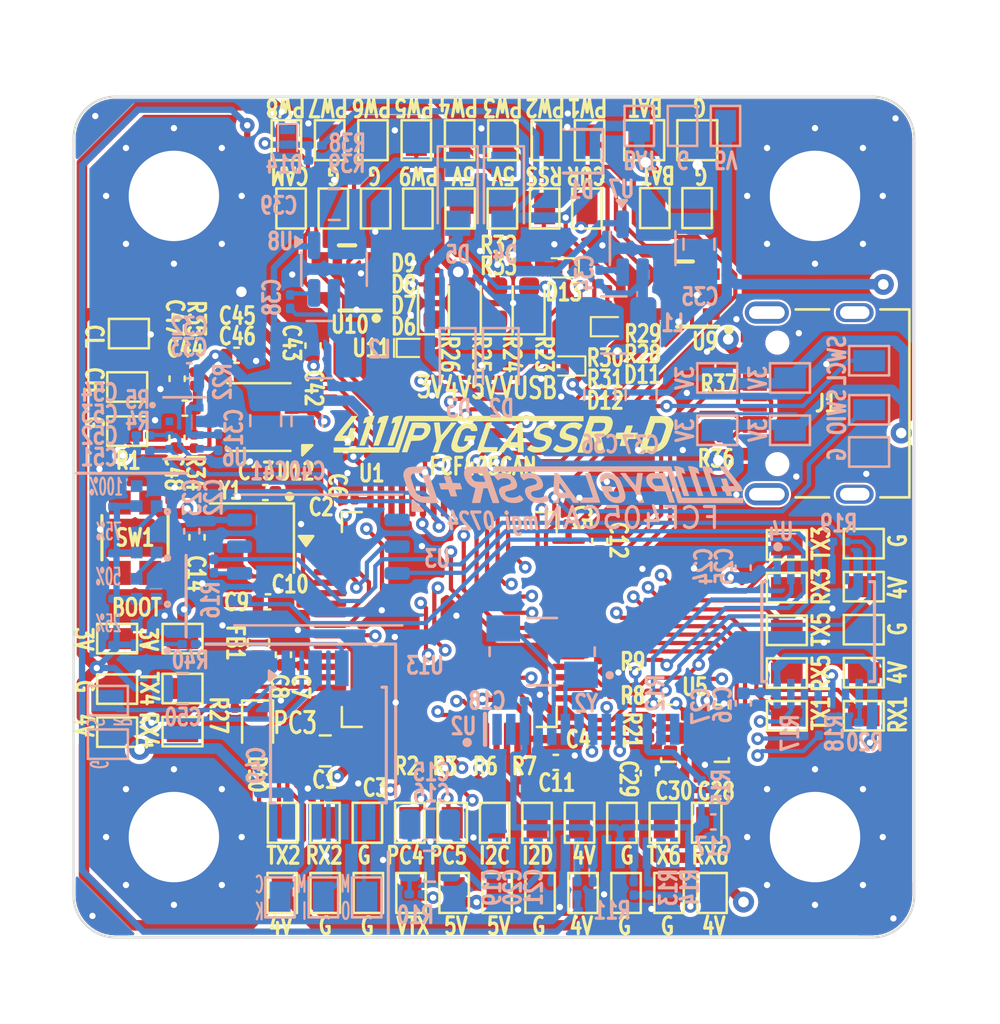
<source format=kicad_pcb>
(kicad_pcb (version 20240108) (generator "pcbnew") (generator_version "8.0")
  (layers (0 "F.Cu" signal) (1 "In1.Cu" mixed) (2 "In2.Cu" mixed) (31 "B.Cu" signal) (34 "B.Paste" user) (35 "F.Paste" user) (36 "B.SilkS" user "B.Silkscreen") (37 "F.SilkS" user "F.Silkscreen") (38 "B.Mask" user) (39 "F.Mask" user) (44 "Edge.Cuts" user))
  (net 0 "")
  (net 1 "+3V3")
  (net 2 "GND")
  (net 3 "Net-(U1-VDDA)")
  (net 4 "Net-(U1-NRST)")
  (net 5 "/MCU/HSE_IN")
  (net 6 "/MCU/HSE_OUT")
  (net 7 "Net-(U1-VCAP_1)")
  (net 8 "Net-(U1-VCAP_2)")
  (net 9 "Net-(U2-VOUT)")
  (net 10 "Net-(C15-Pad2)")
  (net 11 "+5V")
  (net 12 "Net-(U2-SAG)")
  (net 13 "VideoIN")
  (net 14 "+BATT")
  (net 15 "+4V")
  (net 16 "Net-(U2-VIN)")
  (net 17 "Net-(U8-SW)")
  (net 18 "/Pinout with components/CANL")
  (net 19 "/Pinout with components/CANH")
  (net 20 "Net-(U8-BST)")
  (net 21 "VBUS")
  (net 22 "Net-(D6-K)")
  (net 23 "Net-(U7-SW)")
  (net 24 "Net-(U7-BST)")
  (net 25 "Net-(D7-K)")
  (net 26 "Net-(C44-Pad2)")
  (net 27 "Net-(U1-BOOT0)")
  (net 28 "I2C1_SCL")
  (net 29 "I2C1_SDA")
  (net 30 "I2C2_SCL")
  (net 31 "I2C2_SDA")
  (net 32 "VideoOUT")
  (net 33 "Net-(U2-~{HSYNC})")
  (net 34 "Net-(U2-~{VSYNC})")
  (net 35 "Net-(U2-LOS)")
  (net 36 "ADC1_I1_V")
  (net 37 "ADC1_IN2_A")
  (net 38 "ADC1_IN3_RSS")
  (net 39 "USART1_RX")
  (net 40 "USART1_TX")
  (net 41 "USART2_RX")
  (net 42 "USART2_TX")
  (net 43 "USART3_RX")
  (net 44 "USART3_TX")
  (net 45 "USART6_RX")
  (net 46 "USART6_TX")
  (net 47 "UART4_RX")
  (net 48 "UART4_TX")
  (net 49 "UART5_RX")
  (net 50 "UART5_TX")
  (net 51 "TIM8_Ch3_PWM4")
  (net 52 "TIM8_CH4_PWM3")
  (net 53 "TIM2_CH2_PWM2")
  (net 54 "TIM2_CH1_PWM1")
  (net 55 "TIM3_CH3_PWM8")
  (net 56 "TIM3_CH4_PWM7")
  (net 57 "TIM3_CH2_PWM6")
  (net 58 "TIM3_CH1_PWM5")
  (net 59 "TIM1_CH1_PWM9")
  (net 60 "SWCLK")
  (net 61 "SWDIO")
  (net 64 "SPI2_CS_FLASH")
  (net 65 "SPI1_CS_IMU")
  (net 66 "SPI1_SCK")
  (net 67 "SPI1_MISO")
  (net 68 "SPI1_MOSI")
  (net 69 "GPIO1")
  (net 70 "GPIO2")
  (net 71 "SPI2_CS_OSI")
  (net 72 "SPI2_SCK")
  (net 73 "SPI2_MISO")
  (net 74 "SPI2_MOSI")
  (net 75 "CAN1_RX")
  (net 76 "CAN1_TX")
  (net 77 "Net-(U3-SD0{slash}DO)")
  (net 78 "Net-(U4-B2Y)")
  (net 79 "Net-(U4-B3Y)")
  (net 80 "Net-(U4-A4Y)")
  (net 81 "Net-(U4-OE)")
  (net 82 "Net-(U5-AP_SDO{slash}AP_AD0)")
  (net 83 "Net-(R30-Pad1)")
  (net 91 "+3V8")
  (net 93 "Net-(D8-K)")
  (net 94 "Net-(D9-K)")
  (net 96 "Net-(R32-Pad1)")
  (net 97 "LED")
  (net 98 "Net-(D10-K)")
  (net 103 "/Peripherals/SPI2_MISO_4V")
  (net 104 "/Peripherals/SPI2_SCK_4V")
  (net 105 "/Peripherals/SPI2_MOSI_4V")
  (net 106 "/Peripherals/SPI2_CS_OSI_4V")
  (net 107 "Net-(LED1-DIN)")
  (net 108 "Net-(LED1-DOUT)")
  (net 109 "Net-(LED2-DOUT)")
  (net 110 "Net-(LED3-DOUT)")
  (net 112 "/Power Monitor/DOUT")
  (net 113 "/Power Monitor/ADC")
  (net 114 "/Power Monitor/MOSI")
  (net 115 "/Power Monitor/MISO")
  (net 116 "/Power Monitor/SCK")
  (net 117 "/Power Monitor/RESET")
  (net 120 "Net-(J1-CC1_A)")
  (net 121 "Net-(J1-CC2_B)")
  (net 126 "Net-(U1-PB15)")
  (net 127 "Net-(U1-PB13)")
  (net 130 "Net-(U1-PA5)")
  (net 131 "Net-(U1-PA7)")
  (net 134 "USB_OTG_FS_DM")
  (net 135 "USB_OTG_FS_DP")
  (net 138 "Net-(U6-SDO)")
  (net 144 "Net-(U2-SDOUT)")
  (net 145 "/Peripherals/CLKIN")
  (net 146 "/Peripherals/XFB")
  (footprint "Project:R_0201_0603Metric" (layer "F.Cu") (at 180.32 66.53 180)
    (property "Reference" "R36")
    (property "Value" "5k1")
  )
  (footprint "Project:TestPoint_Pad_1.0x1.5mm" (layer "F.Cu") (at 183.76 75.665 90)
    (property "Reference" "TP42")
    (property "Value" "TX5")
  )
  (footprint "Project:TestPoint_Pad_1.0x1.5mm" (layer "F.Cu") (at 161.795 88.16)
    (property "Reference" "TP43")
    (property "Value" "GND")
  )
  (footprint "Project:TestPoint_Pad_1.0x1.5mm" (layer "F.Cu") (at 161.788 84.82)
    (property "Reference" "TP39")
    (property "Value" "RX2")
  )
  (footprint "Project:MountingHole_4.3mm_M4_Pad_Via_Custom" (layer "F.Cu") (at 154.6 55)
    (property "Reference" "H1")
    (property "Value" "MountingHole_Pad")
  )
  (footprint "Project:TestPoint_Pad_1.0x1.5mm" (layer "F.Cu") (at 183.76 77.6975 90)
    (property "Reference" "TP40")
    (property "Value" "RX5")
  )
  (footprint "Capacitor_SMD:C_0402_1005Metric" (layer "F.Cu") (at 154.755 63.695 -90)
    (property "Reference" "C47")
    (property "Value" "100p")
  )
  (footprint "Project:TestPoint_Pad_1.0x1.5mm" (layer "F.Cu") (at 183.76 73.6325 90)
    (property "Reference" "TP47")
    (property "Value" "RX3")
  )
  (footprint "Project:TestPoint_Pad_1.0x1.5mm" (layer "F.Cu") (at 170.22857 55.6)
    (property "Reference" "TP23" (hide yes))
    (property "Value" "+5V")
  )
  (footprint "Project:TestPoint_Pad_1.0x1.5mm" (layer "F.Cu") (at 176.11 88.16)
    (property "Reference" "TP61")
    (property "Value" "GND")
  )
  (footprint "Project:C_0201_0603Metric" (layer "F.Cu") (at 163.2 69.13 90)
    (property "Reference" "C6")
    (property "Value" "100n")
  )
  (footprint "Project:TestPoint_Pad_1.0x1.5mm" (layer "F.Cu") (at 159.75 88.16)
    (property "Reference" "TP37")
    (property "Value" "+4V")
  )
  (footprint "Project:TestPoint_Pad_1.0x1.5mm" (layer "F.Cu") (at 164.07148 52.35)
    (property "Reference" "TP7")
    (property "Value" "PWM6")
  )
  (footprint "Project:TestPoint_Pad_1.0x1.5mm" (layer "F.Cu") (at 151.9 80.51 90)
    (property "Reference" "TP30")
    (property "Value" "+4V")
  )
  (footprint "Capacitor_SMD:C_0402_1005Metric" (layer "F.Cu") (at 161.22 62.12 90)
    (property "Reference" "C43")
    (property "Value" "2u2")
  )
  (footprint "Project:TestPoint_Pad_1.0x1.5mm" (layer "F.Cu") (at 174.249998 55.6)
    (property "Reference" "TP10")
    (property "Value" "ADC_I")
  )
  (footprint "Project:TestPoint_Pad_1.0x1.5mm" (layer "F.Cu") (at 180.2 88.16 180)
    (property "Reference" "TP46")
    (property "Value" "+4V")
  )
  (footprint "Project:C_0201_0603Metric" (layer "F.Cu") (at 172.55 80.84)
    (property "Reference" "C4")
    (property "Value" "100n")
  )
  (footprint "Project:R_0201_0603Metric" (layer "F.Cu") (at 171.7 57.54 180)
    (property "Reference" "R32")
    (property "Value" "0")
  )
  (footprint "Project:TestPoint_Pad_1.0x1.5mm" (layer "F.Cu") (at 152.38 64.09 90)
    (property "Reference" "TP14")
    (property "Value" "CAN1_L")
  )
  (footprint "LED_SMD:LED_0603_1608Metric" (layer "F.Cu") (at 169.983332 60.1 90)
    (property "Reference" "D7")
    (property "Value" "RED V5 Internal")
  )
  (footprint "Project:AMPHENOL_10155435-00011LF" (layer "F.Cu") (at 186.99 64.87 90)
    (property "Reference" "J1")
    (property "Value" "10155435-00011LF")
  )
  (footprint "Project:TestPoint_Pad_1.0x1.5mm" (layer "F.Cu") (at 159.95 52.35)
    (property "Reference" "TP5")
    (property "Value" "PWM8")
  )
  (footprint "Project:TestPoint_Pad_1.0x1.5mm" (layer "F.Cu") (at 155.01 80.485 -90)
    (property "Reference" "TP32")
    (property "Value" "RX4")
  )
  (footprint "Project:TestPoint_Pad_1.0x1.5mm" (layer "F.Cu") (at 163.806 84.82)
    (property "Reference" "TP55" (hide yes))
    (property "Value" "GND")
  )
  (footprint "Project:TestPoint_Pad_1.0x1.5mm" (layer "F.Cu") (at 171.878 84.82)
    (property "Reference" "TP60")
    (property "Value" "I2C2_SDA")
  )
  (footprint "TestPoint:TestPoint_Pad_1.5x1.5mm" (layer "F.Cu") (at 179.5 52.35)
    (property "Reference" "TP21")
    (property "Value" "GND")
  )
  (footprint "Capacitor_SMD:C_0402_1005Metric" (layer "F.Cu") (at 172.77 81.95)
    (property "Reference" "C11")
    (property "Value" "2u2")
  )
  (footprint "Project:C_0201_0603Metric" (layer "F.Cu") (at 173.33 70.29 90)
    (property "Reference" "C5")
    (property "Value" "100n")
  )
  (footprint "Capacitor_SMD:C_0402_1005Metric" (layer "F.Cu") (at 155.12 65.095)
    (property "Reference" "C44")
    (property "Value" "4n7")
  )
  (footprint "Project:TestPoint_Pad_1.0x1.5mm" (layer "F.Cu") (at 162.185714 55.6)
    (property "Reference" "TP67")
    (property "Value" "GND")
  )
  (footprint "Project:TestPoint_Pad_1.0x1.5mm" (layer "F.Cu") (at 163.85 88.16)
    (property "Reference" "TP68")
    (property "Value" "GND")
  )
  (footprint "Project:MountingHole_4.3mm_M4_Pad_Via_Custom" (layer "F.Cu") (at 154.6 85.5)
    (property "Reference" "H3")
    (property "Value" "MountingHole_Pad")
  )
  (footprint "Project:TestPoint_Pad_1.0x1.5mm" (layer "F.Cu") (at 151.9 78.46 90)
    (property "Reference" "TP36")
    (property "Value" "GND")
  )
  (footprint "Project:C_0201_0603Metric" (layer "F.Cu") (at 178.55 82.41 180)
    (property "Reference" "C30")
    (property "Value" "100n")
  )
  (footprint "Project:TestPoint_Pad_1.0x1.5mm" (layer "F.Cu") (at 187.42 71.54 90)
    (property "Reference" "TP44")
    (property "Value" "GND")
  )
  (footprint "Project:R_0201_0603Metric" (layer "F.Cu") (at 157.5 79.68 90)
    (property "Reference" "R27")
    (property "Value" "680")
  )
  (footprint "Project:R_0201_0603Metric" (layer "F.Cu") (at 180.32 63.13)
    (property "Reference" "R37")
    (property "Value" "5k1")
  )
  (footprint "Project:R_0201_0603Metric" (layer "F.Cu") (at 169.375 82.8)
    (property "Reference" "R6")
    (property "Value" "5k1")
  )
  (footprint "Project:R_0201_0603Metric" (layer "F.Cu") (at 168.46 62.29 -90)
    (property "Reference" "R25")
    (property "Value" "1k2")
  )
  (footprint "Project:MountingHole_4.3mm_M4_Pad_Via_Custom" (layer "F.Cu") (at 185.1 85.5)
    (property "Reference" "H4")
    (property "Value" "MountingHole_Pad")
  )
  (footprint "Project:TestPoint_Pad_1.0x1.5mm" (layer "F.Cu") (at 169.975 88.16)
    (property "Reference" "TP66")
    (property "Value" "+5V")
  )
  (footprint "Inductor_SMD:L_0603_1608Metric" (layer "F.Cu") (at 158.62 76.26 90)
    (property "Reference" "FB1")
    (property "Value" "120R")
  )
  (footprint "Project:TestPoint_Pad_1.0x1.5mm" (layer "F.Cu") (at 151.9 76.06 90)
    (property "Reference" "TP56" (hide yes))
    (property "Value" "+3V")
  )
  (footprint "Capacitor_SMD:C_0805_2012Metric" (layer "F.Cu") (at 161.8 81.4 180)
    (property "Reference" "C1")
    (property "Value" "10u")
  )
  (footprint "Project:TestPoint_Pad_1.0x1.5mm" (layer "F.Cu") (at 187.42 75.635 90)
    (property "Reference" "TP35" (hide yes))
    (property "Value" "GND")
  )
  (footprint "Project:TestPoint_Pad_1.0x1.5mm" (layer "F.Cu") (at 174.37518 52.35)
    (property "Reference" "TP4")
    (property "Value" "PWM1")
  )
  (footprint "LED_SMD:LED_0603_1608Metric" (layer "F.Cu") (at 158.58 80.35 -90)
    (property "Reference" "D10")
    (property "Value" "ORANGE GPIO")
  )
  (footprint "Project:R_0201_0603Metric" (layer "F.Cu") (at 152.38 68.38)
    (property "Reference" "R1")
    (property "Value" "22k1")
  )
  (footprint "Capacitor_SMD:C_0402_1005Metric" (layer "F.Cu") (at 155.7 71.24 90)
    (property "Reference" "C14")
    (property "Value" "16p")
  )
  (footprint "Project:TestPoint_Pad_1.0x1.5mm" (layer "F.Cu") (at 164.196428 55.6)
    (property "Reference" "TP25" (hide yes))
    (property "Value" "GND")
  )
  (footprint "Project:EVPAA&slash_EVP2A_PAN" (layer "F.Cu") (at 152.75 71.26 -90)
    (property "Reference" "SW1")
    (property "Value" "EVP-AA602W")
  )
  (footprint "Project:TestPoint_Pad_1.0x1.5mm" (layer "F.Cu") (at 172.02 88.16)
    (property "Reference" "TP69")
    (property "Value" "GND")
  )
  (footprint "Project:SDO_0402C&slash_SOD-923F_CIP" (layer "F.Cu") (at 173.23 58.42 180)
    (property "Reference" "D13")
    (property "Value" "CDBQC0130L-HF")
  )
  (footprint "Capacitor_SMD:C_0402_1005Metric" (layer "F.Cu") (at 154.745 66.515 90)
    (property "Reference" "C48")
    (property "Value" "100p")
  )
  (footprint "Project:SDO_0402C&slash_SOD-923F_CIP" (layer "F.Cu") (at 173.54 63.09 180)
    (property "Reference" "D12")
    (property "Value" "CDBQC0130L-HF")
  )
  (footprint "Project:C_0201_0603Metric" (layer "F.Cu") (at 164.24 82.41 180)
    (property "Reference" "C3")
    (property "Value" "100n")
  )
  (footprint "Project:C_0201_0603Metric" (layer "F.Cu") (at 160.63 74.68 -90)
    (property "Reference" "C10")
    (property "Value" "100n")
  )
  (footprint "Project:TestPoint_Pad_1.0x1.5mm" (layer "F.Cu") (at 177.48 55.58)
    (property "Reference" "TP22" (hide yes))
    (property "Value" "BAT")
  )
  (footprint "Project:TestPoint_Pad_1.0x1.5mm" (layer "F.Cu") (at 165.824 84.82)
    (property "Reference" "TP53" (hide yes))
    (property "Value" "GPIO1")
  )
  (footprint "Project:R_0201_0603Metric" (layer "F.Cu") (at 166.97 62.28 -90)
    (property "Reference" "R26")
    (property "Value" "680")
  )
  (footprint "Project:R_0201_0603Metric" (layer "F.Cu") (at 169.98 62.29 -90)
    (property "Reference" "R24")
    (property "Value" "1k5")
  )
  (footprint "Capacitor_SMD:C_0402_1005Metric" (layer "F.Cu") (at 158.95 69.11 180)
    (property "Reference" "C13")
    (property "Value" "16p")
  )
  (footprint "Capacitor_SMD:C_0402_1005Metric" (layer "F.Cu") (at 174.86 71.42 90)
    (property "Reference" "C12")
    (property "Value" "2u2")
  )
  (footprint "Project:DBV0005A_L" (layer "F.Cu") (at 178.89 59.67 180)
    (property "Reference" "U9")
    (property "Value" "ESDS304DBVR")
  )
  (footprint "Project:TestPoint_Pad_1.0x1.5mm" (layer "F.Cu") (at 159.77 84.82)
    (property "Reference" "TP41")
    (property "Value" "TX2")
  )
  (footprint "Project:R_0201_0603Metric" (layer "F.Cu") (at 171.45 62.28 -90)
    (property "Reference" "R23")
    (property "Value" "1k5")
  )
  (footprint "Project:DPY2_TEX" (layer "F.Cu") (at 165.81 62.23)
    (property "Reference" "U11")
    (property "Value" "ESD351DPYR")
  )
  (footprint "Project:LGA-14_3x2.5mm_P0.5mm_LayoutBorder3x4y_no_mask_bridges" (layer "F.Cu") (at 179.39 80.56)
    (property "Reference" "U5")
    (property "Value" "ICM-42688-P")
  )
  (footprint "Project:TestPoint_Pad_1.0x1.5mm" (layer "F.Cu") (at 179.49 55.58)
    (property "Reference" "TP24" (hide yes))
    (property "Value" "GND")
  )
  (footprint "Project:TestPoint_Pad_1.0x1.5mm" (layer "F.Cu") (at 155.01 78.435 90)
    (property "Reference" "TP34")
    (property "Value" "TX4")
  )
  (footprint "Project:C_0201_0603Metric" (layer "F.Cu") (at 160.64 77.03 90)
    (property "Reference" "C7")
    (property "Value" "100n")
  )
  (footprint "Capacitor_SMD:C_0402_1005Metric" (layer "F.Cu") (at 159.81 76.83 90)
    (property "Reference" "C8")
    (property "Value" "2u2")
  )
  (footprint "Project:C_0201_0603Metric" (layer "F.Cu") (at 161.74 70.65 180)
    (property "Reference" "C2")
    (property "Value" "100n")
  )
  (footprint "Project:C_0201_0603Metric" (layer "F.Cu") (at 157.42 63.41 180)
    (property "Reference" "C46")
    (property "Value" "100n")
  )
  (footprint "Project:TestPoint_Pad_1.0x1.5mm" (layer "F.Cu") (at 170.2537 52.35)
    (property "Reference" "TP2")
    (property "Value" "PWM3")
  )
  (footprint "Project:C_0201_0603Metric" (layer "F.Cu") (at 180.39 82.42 180)
    (property "Reference" "C28")
    (property "Value" "100n")
  )
  (footprint "LED_SMD:LED_0603_1608Metric" (layer "F.Cu") (at 166.95 60.1 90)
    (property "Reference" "D9")
    (property "Value" "GREEN V3")
  )
  (footprint "Project:R_0201_0603Metric" (layer "F.Cu") (at 155.56 66.68 90)
    (property "Reference" "R34")
    (property "Value" "60.4")
  )
  (footprint "Project:TestPoint_Pad_1.0x1.5mm" (layer "F.Cu") (at 155.01 76.06 90)
    (property "Reference" "TP57" (hide yes))
    (property "Value" "+3V")
  )
  (footprint "Capacitor_SMD:C_0402_1005Metric" (layer "F.Cu") (at 157.58 62.58)
    (property "Reference" "C45")
    (property "Value" "2u2")
  )
  (footprint "LED_SMD:LED_0603_1608Metric" (layer "F.Cu") (at 168.466666 60.1 90)
    (property "Reference" "D8")
    (property "Value" "GREEN V4")
  )
  (footprint "Project:R_0201_0603Metric" (layer "F.Cu") (at 173.48 61.36 180)
    (property "Reference" "R30")
    (property "Value" "0")
  )
  (footprint "Project:R_0201_0603Metric" (layer "F.Cu") (at 175.12 78.73)
    (property "Reference" "R8")
    (property "Value" "22")
  )
  (footprint "Project:TestPoint_Pad_1.0x1.5mm" (layer "F.Cu") (at 152.46 61.55 90)
    (property "Reference" "TP13")
    (property "Value" "GND")
  )
  (footprint "Project:TestPoint_Pad_1.0x1.5mm" (layer "F.Cu") (at 173.896 84.82)
    (property "Reference" "TP45" (hide yes))
    (property "Value" "+4V")
  )
  (footprint "Project:TestPoint_Pad_1.0x1.5mm" (layer "F.Cu") (at 169.86 84.82)
    (property "Reference" "TP59")
    (property "Value" "I2C2_SCL")
  )
  (footprint "Project:TestPoint_Pad_1.0x1.5mm" (layer "F.Cu") (at 167.842 84.82)
    (property "Reference" "TP54" (hide yes))
    (property "Value" "GPIO2")
  )
  (footprint "Project:TestPoint_Pad_1.0x1.5mm" (layer "F.Cu") (at 178.155 88.16 180)
    (property "Reference" "TP52")
    (property "Value" "GND")
  )
  (footprint "Project:R_0201_0603Metric" (layer "F.Cu") (at 175.54 59.44 180)
    (property "Reference" "R28")
    (property "Value" "22k1")
  )
  (footprint "Project:TestPoint_Pad_1.0x1.5mm" (layer "F.Cu") (at 187.42 79.73 -90)
    (property "Reference" "TP31")
    (property "Value" "RX1")
  )
  (footprint "Project:TestPoint_Pad_1.0x1.5mm" (layer "F.Cu") (at 187.42 73.5875 90)
    (property "Reference" "TP38")
    (property "Value" "+4V")
  )
  (footprint "Package_QFP:LQFP-64_10x10mm_P0.5mm" (layer "F.Cu") (at 167.7 75.15)
    (property "Reference" "U1")
    (property "Value" "STM32F405RGTx")
  )
  (footprint "Project:R_0201_0603Metric" (layer "F.Cu") (at 175.54 60.18)
    (property "Reference" "R29")
    (property "Value" "3k3")
  )
  (footprint "Project:TestPoint_Pad_1.0x1.5mm" (layer "F.Cu") (at 183.76 79.73 -90)
    (property "Reference" "TP33")
    (property "Value" "TX1")
  )
  (footprint "Project:TestPoint_Pad_1.0x1.5mm" (layer "F.Cu") (at 152.38 66.19 90)
    (property "Reference" "TP12")
    (property "Value" "CAN1_H")
  )
  (footprint "Project:SDO_0402C&slash_SOD-923F_CIP" (layer "F.Cu") (at 175.07 61.22)
    (property "Reference" "D11")
    (property "Value" "CDBQC0130L-HF")
  )
  (footprint "Project:TestPoint_Pad_1.0x1.5mm" (layer "F.Cu") (at 165.88 88.16)
    (property "Reference" "TP63")
    (property "Value" "VID_OUT")
  )
  (footprint "Project:TestPoint_Pad_1.0x1.5mm" (layer "F.Cu") (at 172.31444 52.35)
    (property "Reference" "TP3")
    (property "Value" "PWM2")
  )
  (footprint "Project:TestPoint_Pad_1.0x1.5mm" (layer "F.Cu") (at 177.932 84.82 180)
    (property "Reference" "TP50")
    (property "Value" "TX6")
  )
  (footprint "Project:R_0201_0603Metric" (layer "F.Cu") (at 171.69 58.24 180)
    (property "Reference" "R33")
    (property "Value" "10M")
  )
  (footprint "Project:R_0201_0603Metric" (layer "F.Cu") (at 175.14 77.08)
    (property "Reference" "R9")
    (property "Value" "22")
  )
  (footprint "Project:R_0201_0603Metric" (layer "F.Cu") (at 173.48 62.06 180)
    (property "Reference" "R31")
    (property "Value" "10M")
  )
  (footprint "Project:TestPoint_Pad_1.0x1.5mm" (layer "F.Cu") (at 166.13222 52.35)
    (property "Reference" "TP8")
    (property "Value" "PWM5")
  )
  (footprint "Project:R_0201_0603Metric" (layer "F.Cu") (at 177.25 80.45 90)
    (property "Reference" "R21")
    (property "Value" "22")
  )
  (footprint "Project:MountingHole_4.3mm_M4_Pad_Via_Custom" (layer "F.Cu") (at 185.1 55)
    (property "Reference" "H2")
    (property "Value" "MountingHole_Pad")
  )
  (footprint "LED_SMD:LED_0603_1608Metric" (layer "F.Cu") (at 171.499998 60.1 90)
    (property "Reference" "D6")
    (property "Value" "RED V5 USB")
  )
  (footprint "TestPoint:TestPoint_Pad_1.5x1.5mm" (layer "F.Cu") (at 176.975 52.35)
    (property "Reference" "TP20")
    (property "Value" "BAT")
  )
  (footprint "Project:TestPoint_Pad_1.0x1.5mm" (layer "F.Cu") (at 179.95 84.82 180)
    (property "Reference" "TP48")
    (property "Value" "RX6")
  )
  (footprint "Project:TestPoint_Pad_1.0x1.5mm" (layer "F.Cu") (at 183.76 71.6 90)
    (property "Reference" "TP49")
    (property "Value" "TX3")
  )
  (footprint "Project:TestPoint_Pad_1.0x1.5mm" (layer "F.Cu") (at 187.42 77.6825 90)
    (property "Reference" "TP29")
    (property "Value" "+4V")
  )
  (footprint "Project:TestPoint_Pad_1.0x1.5mm" (layer "F.Cu") (at 172.239284 55.6)
    (property "Reference" "TP11")
    (property "Value" "ADC_RS")
  )
  (footprint "Package_DFN_QFN:DFN-8-1EP_3x3mm_P0.65mm_EP1.55x2.4mm" (layer "F.Cu") (at 158.6475 65.52 180)
    (property "Reference" "U12")
    (property "Value" "TJA1051TK-3")
  )
  (footprint "Project:TestPoint_Pad_1.0x1.5mm" (layer "F.Cu") (at 174.065 88.16)
    (property "Reference" "TP58")
    (property "Value" "+4V")
  )
  (footprint "Project:4111spyglassrnd" (layer "F.Cu") (at 170.570987 68.214445)
    (property "Reference" "G***" (hide yes))
    (property "Value" "LOGO" (hide yes))
  )
  (footprint "Project:R_0201_0603Metric" (layer "F.Cu") (at 167.51 82.8)
    (property "Reference" "R3")
    (property "Value" "22")
  )
  (footprint "Project:R_0201_0603Metric" (layer "F.Cu") (at 165.65 82.8 180)
    (property "Reference" "R2")
    (property "Value" "22")
  )
  (footprint "Project:TestPoint_Pad_1.0x1.5mm" (layer "F.Cu") (at 160.175 55.6)
    (property "Reference" "TP62")
    (property "Value" "VID_IN")
  )
  (footprint "Project:TestPoint_Pad_1.0x1.5mm" (layer "F.Cu") (at 162.01074 52.35)
    (property "Reference" "TP6")
    (property "Value" "PWM7")
  )
  (footprint "Capacitor_SMD:C_0402_1005Metric" (layer "F.Cu") (at 159.08 74.31)
    (property "Reference" "C9")
    (property "Value" "2u2")
  )
  (footprint "Project:R_0201_0603Metric" (layer "F.Cu") (at 155.57 63.7 90)
    (property "Reference" "R35")
    (property "Value" "60.4")
  )
  (footprint "Project:TestPoint_Pad_1.0x1.5mm" (layer "F.Cu") (at 175.914 84.82)
    (property "Reference" "TP51" (hide yes))
    (property "Value" "GND")
  )
  (footprint "Project:TestPoint_Pad_1.0x1.5mm" (layer "F.Cu") (at 167.93 88.16)
    (property "Reference" "TP65")
    (property "Value" "+5V")
  )
  (footprint "Project:R_0201_0603Metric" (layer "F.Cu") (at 171.25 82.8 180)
    (property "Reference" "R7")
    (property "Value" "5k1")
  )
  (footprint "Capacitor_SMD:C_0402_1005Metric" (layer "F.Cu") (at 177.17 82.46 90)
    (property "Reference" "C29")
    (property "Value" "2u2")
  )
  (footprint "Crystal:Crystal_SMD_3225-4Pin_3.2x2.5mm" (layer "F.Cu") (at 158.31 71.28 180)
    (property "Reference" "Y1")
    (property "Value" "8MHz")
  )
  (footprint "Project:TestPoint_Pad_1.0x1.5mm" (layer "F.Cu") (at 168.217856 55.6)
    (property "Reference" "TP64")
    (property "Value" "+5V")
  )
  (footprint "Project:C_0201_0603Metric" (layer "F.Cu") (at 161.13 65.53 -90)
    (property "Reference" "C42")
    (property "Value" "100n")
  )
  (footprint "Project:DBV0005A_L" (layer "F.Cu") (at 162.824999 58.899998 180)
    (property "Reference" "U10")
    (property "Value" "ESDS304DBVR")
  )
  (footprint "Project:TestPoint_Pad_1.0x1.5mm" (layer "F.Cu") (at 168.19296 52.35)
    (property "Reference" "TP1")
    (property "Value" "PWM4")
  )
  (footprint "Project:TestPoint_Pad_1.0x1.5mm" (layer "F.Cu") (at 166.207142 55.6)
    (property "Reference" "TP9")
    (property "Value" "PWM9")
  )
  (footprint "Project:R_0201_0603Metric" (layer "B.Cu") (at 184.59 80.34 -90)
    (property "Reference" "R17")
    (property "Value" "22")
  )
  (footprint "Package_TO_SOT_SMD:TSOT-23-6" (layer "B.Cu") (at 162.2175 58.48 -90)
    (property "Reference" "U8")
    (property "Value" "AP63203WU")
  )
  (footprint "Project:TestPoint_Pad_1.0x1.5mm" (layer "B.Cu") (at 178.795 51.67 180)
    (property "Reference" "TP28" (hide yes))
    (property "Value" "GND")
  )
  (footprint "Project:TestPoint_Pad_1.0x1.5mm" (layer "B.Cu") (at 163.775 88.37 180)
    (property "Reference" "TP15")
    (property "Value" "ATTINY_MOSI")
  )
  (footprint "Diode_SMD:Nexperia_CFP3_SOD-123W" (layer "B.Cu") (at 168.1 54.9 -90)
    (property "Reference" "D5")
    (property "Value" "PMEG3030CERX")
  )
  (footprint "Project:TestPoint_Pad_1.0x1.5mm" (layer "B.Cu") (at 151.46 79.01 -90)
    (property "Reference" "TP18")
    (property "Value" "ATTINY_RESET")
  )
  (footprint "Project:C_0201_0603Metric" (layer "B.Cu") (at 170.96 79.03 180)
    (property "Reference" "C18")
    (property "Value" "100n")
  )
  (footprint "Project:R_0201_0603Metric" (layer "B.Cu") (at 179.71 83.15 90)
    (property "Reference" "R15")
    (property "Value" "1k")
  )
  (footprint "Project:TestPoint_Pad_1.0x1.5mm" (layer "B.Cu") (at 183.91 63.66 -90)
    (property "Reference" "TP74" (hide yes))
    (property "Value" "+3V")
  )
  (footprint "Inductor_SMD:L_1210_3225Metric" (layer "B.Cu") (at 161.52 62.31 180)
    (property "Reference" "L2")
    (property "Value" "3.3uH")
  )
  (footprint "Project:R_0201_0603Metric" (layer "B.Cu") (at 156.51 72.61 90)
    (property "Reference" "R16")
    (property "Value" "22")
  )
  (footprint "Project:TestPoint_Pad_1.0x1.5mm" (layer "B.Cu") (at 151.46 81.08 -90)
    (property "Reference" "TP19")
    (property "Value" "GND")
  )
  (footprint "Capacitor_SMD:C_0805_2012Metric" (layer "B.Cu") (at 166.76 86.89 180)
    (property "Reference" "C16")
    (property "Value" "22u")
  )
  (footprint "Project:C_0201_0603Metric" (layer "B.Cu") (at 172.58 87.94 90)
    (property "Reference" "C19")
    (property "Value" "100n")
  )
  (footprint "Capacitor_SMD:C_0402_1005Metric" (layer "B.Cu") (at 181.69 79.14 -90)
    (property "Reference" "C27")
    (property "Value" "2u2")
  )
  (footprint "Project:TestPoint_Pad_1.0x1.5mm" (layer "B.Cu") (at 187.675 62.84 -90)
    (property "Reference" "TP70")
    (property "Value" "SWCLK")
  )
  (footprint "Project:C_0201_0603Metric" (layer "B.Cu") (at 182.5 72.48 -90)
    (property "Reference" "C25")
    (property "Value" "100n")
  )
  (footprint "Package_TO_SOT_SMD:TSOT-23-6" (layer "B.Cu") (at 176.9 57.49 -90)
    (property "Reference" "U7")
    (property "Value" "AP63205WU")
  )
  (footprint "Project:IN-PI15_INL" (layer "B.Cu") (at 153.303 69.28 90)
    (property "Reference" "LED4" (hide yes))
    (property "Value" "Red, Green, Blue (RGB)")
  )
  (footprint "Capacitor_SMD:C_0402_1005Metric" (layer "B.Cu") (at 181.68 72.69 90)
    (property "Reference" "C24")
    (property "Value" "2u2")
  )
  (footprint "Project:R_0201_0603Metric" (layer "B.Cu") (at 155.31 76.32)
    (property "Reference" "R40")
    (property "Value" "680")
  )
  (footprint "Capacitor_SMD:C_0805_2012Metric" (layer "B.Cu") (at 179.58 57.3 -90)
    (property "Reference" "C35")
    (property "Value" "10u")
  )
  (footprint "Project:IN-PI15_INL" (layer "B.Cu") (at 153.303 75.895 90)
    (property "Reference" "LED1" (hide yes))
    (property "Value" "Red, Green, Blue (RGB)")
  )
  (footprint "Project:R_0201_0603Metric" (layer "B.Cu") (at 161.32 53.32)
    (property "Reference" "R39")
    (property "Value" "5k36")
  )
  (footprint "Project:IN-PI15_INL" (layer "B.Cu") (at 153.303 73.69 90)
    (property "Reference" "LED2" (hide yes))
    (property "Value" "Red, Green, Blue (RGB)")
  )
  (footprint "Project:C_0201_0603Metric" (layer "B.Cu") (at 151.38 74.16 180)
    (property "Reference" "C52")
    (property "Value" "100n")
  )
  (footprint "Project:TestPoint_Pad_1.0x1.5mm" (layer "B.Cu") (at 176.74 51.67 180)
    (property "Reference" "TP26" (hide yes))
    (property "Value" "BAT")
  )
  (footprint "Project:IN-PI15_INL" (layer "B.Cu") (at 153.303 71.485 90)
    (property "Reference" "LED3" (hide yes))
    (property "Value" "Red, Green, Blue (RGB)")
  )
  (footprint "Project:C_0201_0603Metric" (layer "B.Cu") (at 151.38 72 180)
    (property "Reference" "C53")
    (property "Value" "100n")
  )
  (footprint "Capacitor_SMD:C_0805_2012Metric" (layer "B.Cu") (at 162.2275 55.4075 180)
    (property "Reference" "C39")
    (property "Value" "10u")
  )
  (footprint "Project:R_0201_0603Metric" (layer "B.Cu") (at 174.15 89.01)
    (property "Reference" "R11")
    (property "Value" "75")
  )
  (footprint "Capacitor_SMD:C_0805_2012Metric" (layer "B.Cu") (at 166.77 84.89 180)
    (property "Reference" "C15")
    (property "Value" "22u")
  )
  (footprint "Project:TSSOP14_PW_TEX" (layer "B.Cu") (at 185.25 75.725 -90)
    (property "Reference" "U4")
    (property "Value" "TXU0304PWR")
  )
  (footprint "Capacitor_SMD:C_0402_1005Metric" (layer "B.Cu") (at 155.45 70.95 -90)
    (property "Reference" "C23")
    (property "Value" "2u2")
  )
  (footprint "Inductor_SMD:L_1210_3225Metric" (layer "B.Cu") (at 175.53 61.14 180)
    (property "Reference" "L1")
    (property "Value" "4.7uH")
  )
  (footprint "Project:R_0201_0603Metric" (layer "B.Cu") (at 153.13 67.125)
    (property "Reference" "R4")
    (property "Value" "5k1")
  )
  (footprint "Project:TestPoint_Pad_1.0x1.5mm" (layer "B.Cu") (at 180.45 63.66 -90)
    (property "Reference" "TP75" (hide yes))
    (property "Value" "+3V")
  )
  (footprint "Project:R_0201_0603Metric" (layer "B.Cu") (at 186.25 71.45 180)
    (property "Reference" "R19")
    (property "Value" "22")
  )
  (footprint "Capacitor_SMD:C_0805_2012Metric" (layer "B.Cu") (at 160.93 65.69 -90)
    (property "Reference" "C40")
    (property "Value" "22u")
  )
  (footprint "Project:C_0201_0603Metric" (layer "B.Cu") (at 174.53 87.95 90)
    (property "Reference" "C21")
    (property "Value" "100n")
  )
  (footprint "Capacitor_SMD:C_0402_1005Metric" (layer "B.Cu") (at 180.26 84.78)
    (property "Reference" "C17")
    (property "Value" "2u2")
  )
  (footprint "Diode_SMD:D_SOD-323" (layer "B.Cu") (at 168.1 62.9 -90)
    (property "Reference" "D3")
    (property "Value" "BAT60JFILM")
  )
  (footprint "Capacitor_SMD:C_0805_2012Metric" (layer "B.Cu") (at 174.86 64.44 -90)
    (property "Reference" "C36")
    (property "Value" "22u")
  )
  (footprint "Project:TestPoint_Pad_1.0x1.5mm" (layer "B.Cu") (at 183.91 66.15 -90)
    (property "Reference" "TP73")
    (property "Value" "+3V")
  )
  (footprint "Capacitor_SMD:C_0402_1005Metric" (layer "B.Cu") (at 155.33 63.32 180)
    (property "Reference" "C32")
    (property "Value" "2u2")
  )
  (footprint "Project:C_0201_0603Metric" (layer "B.Cu") (at 160.13 60.03 90)
    (property "Reference" "C38")
    (property "Value" "100n")
  )
  (footprint "Project:R_0201_0603Metric" (layer "B.Cu") (at 176.48 87.94 90)
    (property "Reference" "R13")
    (property "Value" "1k")
  )
  (footprint "Project:C_0201_0603Metric" (layer "B.Cu") (at 151.38 69.78 180)
    (property "Reference" "C54")
    (property "Value" "100n")
  )
  (footprint "Project:TestPoint_Pad_1.0x1.5mm" (layer "B.Cu") (at 187.675 65.175 -90)
    (property "Reference" "TP71")
    (property "Value" "SWDIO")
  )
  (footprint "Project:TestPoint_Pad_1.0x1.5mm" (layer "B.Cu") (at 187.675 67.18 -90)
    (property "Reference" "TP72")
    (property "Value" "GND")
  )
  (footprint "Package_LGA:LGA-8_8x6mm_P1.27mm" (layer "B.Cu") (at 161.47 72.32 180)
    (property "Reference" "U3")
    (property "Value" "CSNP4GCR01-AMW")
  )
  (footprint "Project:R_0201_0603Metric" (layer "B.Cu") (at 176.58 78.68 -90)
    (property "Reference" "R12")
    (property "Value" "22")
  )
  (footprint "Project:C_0201_0603Metric" (layer "B.Cu") (at 158.65 83.71 -90)
    (property "Reference" "C49")
    (property "Value" "100n")
  )
  (footprint "Project:C_0201_0603Metric" (layer "B.Cu") (at 155.45 64.14 180)
    (property "Reference" "C33")
    (property "Value" "100n")
  )
  (footprint "Project:U-DFN2020-2_DIO-L" (layer "B.Cu") (at 173.96 52.88 180)
    (property "Reference" "D1")
    (property "Value" "D26V0H1U2LP20-7")
  )
  (footprint "Project:C_0201_0603Metric" (layer "B.Cu") (at 174.85 58.85 90)
    (property "Reference" "C34")
    (property "Value" "100n")
  )
  (footprint "Project:R_0201_0603Metric" (layer "B.Cu") (at 153.13 66.39)
    (property "Reference" "R5")
    (property "Value" "5k1")
  )
  (footprint "Project:4111spyglassrnd" (layer "B.Cu") (at 173.309013 70.614445 180)
    (property "Reference" "G***" (hide yes))
    (property "Value" "LOGO" (hide yes))
  )
  (footprint "Capacitor_SMD:C_0805_2012Metric" (layer "B.Cu") (at 155.01 78.435)
    (property "Reference" "C50")
    (property "Value" "22u")
  )
  (footprint "Capacitor_SMD:C_0805_2012Metric" (layer "B.Cu") (at 158.97 65.69 -90)
    (property "Reference" "C41")
    (property "Value" "22u")
  )
  (footprint "Project:XDCR_DPS310XTSA1" (layer "B.Cu") (at 155.1025 66.05 180)
    (property "Reference" "U6")
    (property "Value" "DPS310XTSA1")
  )
  (footprint "Project:C_0201_0603Metric" (layer "B.Cu") (at 182.51 78.93 90)
    (property "Reference" "C26")
    (property "Value" "100n")
  )
  (footprint "Project:SDO_0402C&slash_SOD-923F_CIP" (layer "B.Cu") (at 160.01 52.21 -90)
    (property "Reference" "D14")
    (property "Value" "CDBQC0130L-HF")
  )
  (footprint "Project:XTAL_ECS-270-20-30B-TR" (layer "B.Cu") (at 172.12 76.68 180)
    (property "Reference" "Y2")
    (property "Value" "27MHz")
  )
  (footprint "Project:R_0201_0603Metric" (layer "B.Cu") (at 185.29 80.34 -90)
    (property "Reference" "R18")
    (property "Value" "22")
  )
  (footprint "Project:R_0201_0603Metric" (layer "B.Cu") (at 187.5 80.05)
    (property "Reference" "R20")
    (property "Value" "5k1")
  )
  (footprint "Project:C_0201_0603Metric" (layer "B.Cu") (at 173.8 87.94 -90)
    (property "Reference" "C20")
    (property "Value" "100n")
  )
  (footprint "Diode_SMD:Nexperia_CFP3_SOD-123W" (layer "B.Cu") (at 170.3 54.9 -90)
    (property "Reference" "D4")
    (property "Value" "PMEG3030CERX")
  )
  (footprint "Package_SO:SOIC-8W_5.3x5.3mm_P1.27mm" (layer "B.Cu") (at 161.95 81.12 -90)
    (property "Reference" "U13")
    (property "Value" "ATtiny85-20S")
  )
  (footprint "Project:C_0201_0603Metric" (layer "B.Cu") (at 151.38 76.36 180)
    (property "Reference" "C51")
    (property "Value" "100n")
  )
  (footprint "Project:C_0201_0603Metric" (layer "B.Cu") (at 156.39 70.8 -90)
    (property "Reference" "C22")
    (property "Value" "100n")
  )
  (footprint "Project:TestPoint_Pad_1.0x1.5mm" (layer "B.Cu") (at 161.7125 88.37 180)
    (property "Reference" "TP16")
    (property "Value" "ATTINY_MISO")
  )
  (footprint "Project:SOP65P640X120-29N" (layer "B.Cu") (at 174.2 83.313 -90)
    (property "Reference" "U2")
    (property "Value" "AT7456E" (hide yes))
  )
  (footprint "Project:R_0201_0603Metric" (layer "B.Cu") (at 177.19 87.94 90)
    (property "Reference" "R14")
    (property "Value" "1k")
  )
  (footprint "Project:R_0201_0603Metric" (layer "B.Cu") (at 156.71 67.42 -90)
    (property "Reference" "R22")
    (property "Value" "100k")
  )
  (footprint "Project:R_0201_0603Metric" (layer "B.Cu") (at 161.32 52.6 180)
    (property "Reference" "R38")
    (property "Value" "22k1")
  )
  (footprint "Project:R_0201_0603Metric" (layer "B.Cu") (at 166.11 88.22)
    (property "Reference" "R10")
    (property "Value" "75")
  )
  (footprint "Project:TestPoint_Pad_1.0x1.5mm" (layer "B.Cu") (at 159.65 88.37 180)
    (property "Reference" "TP17")
    (property "Value" "ATTINY_SCK")
  )
  (footprint "Capacitor_SMD:C_0805_2012Metric" (layer "B.Cu") (at 176.83 64.45 -90)
    (property "Reference" "C37")
    (property "Value" "22u")
  )
  (footprint "Project:C_0201_0603Metric" (layer "B.Cu") (at 156.71 66.01 90)
    (property "Reference" "C31")
    (property "Value" "100n")
  )
  (footprint "Project:TestPoint_Pad_1.0x1.5mm" (layer "B.Cu") (at 180.45 66.15 -90)
    (property "Reference" "TP76" (hide yes))
    (property "Value" "+3V")
  )
  (footprint "Diode_SMD:D_SOD-323" (layer "B.Cu") (at 170.15 62.9 -90)
    (property "Reference" "D2")
    (property "Value" "BAT60JFILM")
  )
  (footprint "Project:TestPoint_Pad_1.0x1.5mm" (layer "B.Cu") (at 180.84 51.67 180)
    (property "Reference" "TP27" (hide yes))
    (property "Value" "+5V")
  )
  (gr_circle (center 168.55 81) (end 168.7 81) (stroke (width 0.15)) (fill solid) (layer "B.SilkS"))
  (gr_circle (center 183.34 71.69) (end 183.49 71.69) (stroke (width 0.15)) (fill solid) (layer "B.SilkS"))
  (gr_line (start 155.1925 68.19) (end 149.9675 68.19) (stroke (width 0.15)) (layer "B.SilkS"))
  (gr_line (start 164.8 90.075) (end 164.8 86.2) (stroke (width 0.15)) (layer "B.SilkS"))
  (gr_line (start 155.18 75.98) (end 155.18 72.1) (stroke (width 0.15)) (layer "B.SilkS"))
  (gr_line (start 165.15 83.6) (end 165.15 76.32) (stroke (width 0.15)) (layer "B.SilkS"))
  (gr_line (start 165.14375 76.32) (end 156.13 76.32) (stroke (width 0.15)) (layer "B.SilkS"))
  (gr_circle (center 160.1 69.3) (end 160.25 69.3) (stroke (width 0.15)) (fill solid) (layer "F.SilkS"))
  (gr_circle (center 164.225 60.825) (end 164.375 60.825) (stroke (width 0.15)) (fill solid) (layer "F.SilkS"))
  (gr_circle (center 181 61.375) (end 181.15 61.375) (stroke (width 0.15)) (fill solid) (layer "F.SilkS"))
  (gr_arc (start 151.825 90.275) (mid 150.410785 89.689214) (end 149.825 88.275) (stroke (width 0.1)) (layer "Edge.Cuts"))
  (gr_arc (start 189.825 88.275) (mid 189.239214 89.689214) (end 187.825 90.275) (stroke (width 0.1)) (layer "Edge.Cuts"))
  (gr_line (start 149.825 88.275) (end 149.825 52.275) (stroke (width 0.1)) (layer "Edge.Cuts"))
  (gr_line (start 189.825 52.275) (end 189.825 88.275) (stroke (width 0.1)) (layer "Edge.Cuts"))
  (gr_line (start 187.825 90.275) (end 151.825 90.275) (stroke (width 0.1)) (layer "Edge.Cuts"))
  (gr_arc (start 149.825 52.275) (mid 150.410786 50.860786) (end 151.825 50.275) (stroke (width 0.1)) (layer "Edge.Cuts"))
  (gr_arc (start 187.825 50.275) (mid 189.239214 50.860786) (end 189.825 52.275) (stroke (width 0.1)) (layer "Edge.Cuts"))
  (gr_line (start 151.825 50.275) (end 187.825 50.275) (stroke (width 0.1)) (layer "Edge.Cuts"))
  (gr_text "SWCL" (at 186.62 61.55 90) (layer "B.SilkS") (effects (font (size 0.8 0.6) (thickness 0.15) (bold yes)) (justify left bottom mirror)))
  (gr_text "3V" (at 179.39 65.51 90) (layer "B.SilkS") (effects (font (size 0.8 0.6) (thickness 0.15) (bold yes)) (justify left bottom mirror)))
  (gr_text "R\nS" (at 150.37 80.3 270) (layer "B.SilkS") (effects (font (size 0.8 0.4) (thickness 0.1) (bold yes)) (justify left bottom mirror)))
  (gr_text "5V" (at 180.21 52.8 -180) (layer "B.SilkS") (effects (font (size 0.8 0.6) (thickness 0.15) (bold yes)) (justify left bottom mirror)))
  (gr_text "SWIO" (at 186.62 64.1 90) (layer "B.SilkS") (effects (font (size 0.8 0.6) (thickness 0.15) (bold yes)) (justify left bottom mirror)))
  (gr_text "G" (at 150.55 82.32 270) (layer "B.SilkS") (effects (font (size 0.8 0.4) (thickness 0.1) (bold yes)) (justify left bottom mirror)))
  (gr_text "75%" (at 152.17 71.44 0) (layer "B.SilkS") (effects (font (size 0.8 0.4) (thickness 0.1)) (justify left bottom mirror)))
  (gr_text "mgi 0724" (at 172.1 70.94 0) (layer "B.SilkS") (effects (font (size 0.8 0.6) (thickness 0.15) (italic yes)) (justify left bottom mirror)))
  (gr_text "FCF405CAN" (at 180.65 70.906 0) (layer "B.SilkS") (effects (font (size 1 1)) (justify left bottom mirror)))
  (gr_text "100%" (at 152.23 69.31 0) (layer "B.SilkS") (effects (font (size 0.8 0.4) (thickness 0.1)) (justify left bottom mirror)))
  (gr_text "3V" (at 182.86 65.5 90) (layer "B.SilkS") (effects (font (size 0.8 0.6) (thickness 0.15) (bold yes)) (justify left bottom mirror)))
  (gr_text "50%" (at 152.15 73.59 0) (layer "B.SilkS") (effects (font (size 0.8 0.4) (thickness 0.1)) (justify left bottom mirror)))
  (gr_text "M\nO" (at 163.05 89.49 0) (layer "B.SilkS") (effects (font (size 0.8 0.4) (thickness 0.1) (bold yes)) (justify left bottom mirror)))
  (gr_text "G" (at 178.41 52.8 -180) (layer "B.SilkS") (effects (font (size 0.8 0.6) (thickness 0.15) (bold yes)) (justify left bottom mirror)))
  (gr_text "C\nK" (at 158.93 89.52 0) (layer "B.SilkS") (effects (font (size 0.8 0.4) (thickness 0.1) (bold yes)) (justify left bottom mirror)))
  (gr_text "BAT" (at 175.89 52.8 -180) (layer "B.SilkS") (effects (font (size 0.8 0.6) (thickness 0.15) (bold yes)) (justify left bottom mirror)))
  (gr_text "3V" (at 179.38 63.02 90) (layer "B.SilkS") (effects (font (size 0.8 0.6) (thickness 0.15) (bold yes)) (justify left bottom mirror)))
  (gr_text "25%" (at 152.15 75.81 0) (layer "B.SilkS") (effects (font (size 0.8 0.4) (thickness 0.1)) (justify left bottom mirror)))
  (gr_text "M\nI" (at 160.97 89.5 0) (layer "B.SilkS") (effects (font (size 0.8 0.4) (thickness 0.1) (bold yes)) (justify left bottom mirror)))
  (gr_text "G" (at 186.62 66.9 90) (layer "B.SilkS") (effects (font (size 0.8 0.6) (thickness 0.15) (bold yes)) (justify left bottom mirror)))
  (gr_text "3V" (at 182.85 63.01 90) (layer "B.SilkS") (effects (font (size 0.8 0.6) (thickness 0.15) (bold yes)) (justify left bottom mirror)))
  (gr_text "5V" (at 169.02 53.56 180) (layer "F.SilkS") (effects (font (size 0.8 0.6) (thickness 0.15) (bold yes)) (justify left bottom)))
  (gr_text "4V" (at 173.34 90.2 0) (layer "F.SilkS") (effects (font (size 0.8 0.6) (thickness 0.15) (bold yes)) (justify left bottom)))
  (gr_text "4V" (at 173.46 86.85 0) (layer "F.SilkS") (effects (font (size 0.8 0.6) (thickness 0.15) (bold yes)) (justify left bottom)))
  (gr_text "RSS" (at 173.18 53.56 180) (layer "F.SilkS") (effects (font (size 0.8 0.6) (thickness 0.15) (bold yes)) (justify left bottom)))
  (gr_text "CL" (at 150.34 61.03 270) (layer "F.SilkS") (effects (font (size 0.8 0.6) (thickness 0.15) (bold yes)) (justify left bottom)))
  (gr_text "G" (at 189.51 71.8 90) (layer "F.SilkS") (effects (font (size 0.8 0.6) (thickness 0.15) (bold yes)) (justify left bottom)))
  (gr_text "TX6\n" (at 177.015 86.85 0) (layer "F.SilkS") (effects (font (size 0.8 0.6) (thickness 0.15) (bold yes)) (justify left bottom)))
  (gr_text "G" (at 171.56 90.2 0) (layer "F.SilkS") (effects (font (size 0.8 0.6) (thickness 0.15) (bold yes)) (justify left bottom)))
  (gr_text "FCF405CAN" (at 166.66 68.34 0) (layer "F.SilkS") (effects (font (size 0.8 0.6)) (justify left bottom)))
  (gr_text "TX4\n" (at 152.95 77.55 270) (layer "F.SilkS") (effects (font (size 0.8 0.6) (thickness 0.15) (bold yes)) (justify left bottom)))
  (gr_text "G" (at 180.07 53.55 180) (layer "F.SilkS") (effects (font (size 0.8 0.6) (thickness 0.15) (bold yes)) (justify left bottom)))
  (gr_text "PC3" (at 159.23 80.66 0) (layer "F.SilkS") (effects (font (size 1 0.7)) (justify left bottom)))
  (gr_text "TX5\n" (at 185.86 76.52 90) (layer "F.SilkS") (effects (font (size 0.8 0.6) (thickness 0.15) (bold yes)) (justify left bottom)))
  (gr_text "4V" (at 149.85 79.535 -90) (layer "F.SilkS") (effects (font (size 0.8 0.6) (thickness 0.15) (bold yes)) (justify left bottom)))
  (gr_text "G" (at 149.875 77.935 -90) (layer "F.SilkS") (effects (font (size 0.8 0.6) (thickness 0.15) (bold yes)) (justify left bottom)))
  (gr_text "PW1" (at 175.3 50.33 180) (layer "F.SilkS") (effects (font (size 0.8 0.6) (thickness 0.15) (bold yes)) (justify left bottom)))
  (gr_text "CH" (at 150.34 63.055 270) (layer "F.SilkS") (effects (font (size 0.8 0.6) (thickness 0.15) (bold yes)) (justify left bottom)))
  (gr_text "4V" (at 189.51 78.33 90) (layer "F.SilkS") (effects (font (size 0.8 0.6) (thickness 0.15) (bold yes)) (justify left bottom)))
  (gr_text "TX2\n" (at 158.915 86.85 0) (layer "F.SilkS") (effects (font (size 0.8 0.6) (thickness 0.15) (bold yes)) (justify left bottom)))
  (gr_text "5V" (at 167.37 90.2 0) (layer "F.SilkS") (effects (font (size 0.8 0.6) (thickness 0.15) (bold yes)) (justify left bottom)))
  (gr_text "5V" (at 170.92 53.56 180) (layer "F.SilkS") (effects (font (size 0.8 0.6) (thickness 0.15) (bold yes)) (justify left bottom)))
  (gr_text "G" (at 175.76 86.85 0) (layer "F.SilkS") (effects (font (size 0.8 0.6) (thickness 0.15) (bold yes)) (justify left bottom)))
  (gr_text "G" (at 162.59 53.56 180) (layer "F.SilkS") (effects (font (size 0.8 0.6) (thickness 0.15) (bold yes)) (justify left bottom)))
  (gr_text "PW9" (at 167.27 53.56 180) (layer "F.SilkS") (effects (font (size 0.8 0.6) (thickness 0.15) (bold yes)) (justify left bottom)))
  (gr_text "G" (at 189.51 76 90) (layer "F.SilkS") (effects (font (size 0.8 0.6) (thickness 0.15) (bold yes)) (justify left bottom)))
  (gr_text "4V" (at 179.64 90.2 0) (layer "F.SilkS") (effects (font (size 0.8 0.6) (thickness 0.15) (bold yes)) (justify left bottom)))
  (gr_text "5V" (at 168.63 64.73 0) (layer "F.SilkS") (effects (font (size 1 0.7) (thickness 0.15) (bold yes)) (justify left bottom)))
  (gr_text "RX6" (at 179.14 86.85 0) (layer "F.SilkS") (effects (font (size 0.8 0.6) (thickness 0.15) (bold yes)) (justify left bottom)))
  (gr_text "CAM" (at 161.1 53.56 180) (layer "F.SilkS") (effects (font (size 0.8 0.6) (thickness 0.15) (bold yes)) (justify left bottom)))
  (gr_text "RX1" (at 189.51 80.64 90) (layer "F.SilkS") (effects (font (size 0.8 0.6) (thickness 0.15) (bold yes)) (justify left bottom)))
  (gr_text "4V" (at 167.37 64.72 0) (layer "F.SilkS") (effects (font (size 1 0.7) (thickness 0.15) (bold yes)) (justify left bottom)))
  (gr_text "PW6" (at 165.03 50.33 180) (layer "F.SilkS") (effects (font (size 0.8 0.6) (thickness 0.15) (bold yes)) (justify left bottom)))
  (gr_text "RX5" (at 185.86 78.68 90) (layer "F.SilkS") (effects (font (size 0.8 0.6) (thickness 0.15) (bold yes)) (justify left bottom)))
  (gr_text "3V" (at 152.92 75.45 270) (layer "F.SilkS") (effects (font (size 0.8 0.6) (thickness 0.15) (bold yes)) (justify left bottom)))
  (gr_text "4V" (at 189.51 74.3 90) (layer "F.SilkS") (effects (font (size 0.8 0.6) (thickness 0.15) (bold yes)) (justify left bottom)))
  (gr_text "G" (at 150.34 65.38 -90) (layer "F.SilkS") (effects (font (size 0.8 0.6) (thickness 0.15) (bold yes)) (justify left bottom)))
  (gr_text "G" (at 163.25 86.85 0) (layer "F.SilkS") (effects (font (size 0.8 0.6) (thickness 0.15) (bold yes)) (justify left bottom)))
  (gr_text "PW2" (at 173.29 50.33 180) (layer "F.SilkS") (effects (font (size 0.8 0.6) (thickness 0.15) (bold yes)) (justify left bottom)))
  (gr_text "4V" (at 159.03 90.2 0) (layer "F.SilkS") (effects (font (size 0.8 0.6) (thickness 0.15) (bold yes)) (justify left bottom)))
  (gr_text "TX1\n" (at 185.86 80.51 90) (layer "F.SilkS") (effects (font (size 0.8 0.6) (thickness 0.15) (bold yes)) (justify left bottom)))
  (gr_text "PC5" (at 166.67 86.85 0) (layer "F.SilkS") (effects (font (size 0.8 0.6) (thickness 0.15) (bold yes)) (justify left bottom)))
  (gr_text "VTX" (at 165.1 90.2 0) (layer "F.SilkS") (effects (font (size 0.8 0.6) (thickness 0.15) (bold yes)) (justify left bottom)))
  (gr_text "PW8" (at 160.94 50.33 180) (layer "F.SilkS") (effects (font (size 0.8 0.6) (thickness 0.15) (bold yes)) (justify left bottom)))
  (gr_text "PW5" (at 167.06 50.33 180) (layer "F.SilkS") (effects (font (size 0.8 0.6) (thickness 0.15) (bold yes)) (justify left bottom)))
  (gr_text "PW3" (at 171.27 50.33 180) (layer "F.SilkS") (effects (font (size 0.8 0.6) (thickness 0.15) (bold yes)) (justify left bottom)))
  (gr_text "G" (at 164.54 53.56 180) (layer "F.SilkS") (effects (font (size 0.8 0.6) (thickness 0.15) (bold yes)) (justify left bottom)))
  (gr_text "3V" (at 166.07 64.69 0) (layer "F.SilkS") (effects (font (size 1 0.7) (thickness 0.15) (bold yes)) (justify left bottom)))
  (gr_text "G" (at 177.68 90.2 0) (layer "F.SilkS") (effects (font (size 0.8 0.6) (thickness 0.15) (bold yes)) (justify left bottom)))
  (gr_text "PC4" (at 164.62 86.85 0) (layer "F.SilkS") (effects (font (size 0.8 0.6) (thickness 0.15) (bold yes)) (justify left bottom)))
  (gr_text "BAT" (at 178.52 53.525 180) (layer "F.SilkS") (effects (font (size 0.8 0.6) (thickness 0.15) (bold yes)) (justify left bottom)))
  (gr_text "BOOT" (at 151.57 75.05 0) (layer "F.SilkS") (effects (font (size 0.8 0.6) (thickness 0.15) (bold yes)) (justify left bottom)))
  (gr_text "I2D\n" (at 171.08 86.85 0) (layer "F.SilkS") (effects (font (size 0.8 0.6) (thickness 0.15) (bold yes)) (justify left bottom)))
  (gr_text "G" (at 180.005 50.31 180) (layer "F.SilkS") (effects (font (size 0.8 0.6) (thickness 0.15) (bold yes)) (justify left bottom)))
  (gr_text "RX4" (at 152.925 79.46 270) (layer "F.SilkS") (effects (font (size 0.8 0.6) (thickness 0.15) (bold yes)) (justify left bottom)))
  (gr_text "3V" (at 149.85 75.44 270) (layer "F.SilkS") (effects (font (size 0.8 0.6) (thickness 0.15) (bold yes)) (justify left bottom)))
  (gr_text "I2C\n" (at 169.03 86.85 0) (layer "F.SilkS") (effects (font (size 0.8 0.6) (thickness 0.15) (bold yes)) (justify left bottom)))
  (gr_text "G" (at 175.64 90.2 0) (layer "F.SilkS") (effects (font (size 0.8 0.6) (thickness 0.15) (bold yes)) (justify left bottom)))
  (gr_text "PW4" (at 169.15 50.31 180) (layer "F.SilkS") (effects (font (size 0.8 0.6) (thickness 0.15) (bold yes)) (justify left bottom)))
  (gr_text "RX3" (at 185.86 74.55 90) (layer "F.SilkS") (effects (font (size 0.8 0.6) (thickness 0.15) (bold yes)) (justify left bottom)))
  (gr_text "TX3\n" (at 185.86 72.42 90) (layer "F.SilkS") (effects (font (size 0.8 0.6) (thickness 0.15) (bold yes)) (justify left bottom)))
  (gr_text "5V" (at 169.41 90.2 0) (layer "F.SilkS") (effects (font (size 0.8 0.6) (thickness 0.15) (bold yes)) (justify left bottom)))
  (gr_text "VUSB" (at 170.03 64.73 0) (layer "F.SilkS") (effects (font (size 1 0.7) (thickness 0.15) (bold yes)) (justify left bottom)))
  (gr_text "G" (at 163.4 90.2 0) (layer "F.SilkS") (effects (font (size 0.8 0.6) (thickness 0.15) (bold yes)) (justify left bottom)))
  (gr_text "G" (at 161.4 90.2 0) (layer "F.SilkS") (effects (font (size 0.8 0.6) (thickness 0.15) (bold yes)) (justify left bottom)))
  (gr_text "BAT" (at 177.93 50.31 180) (layer "F.SilkS") (effects (font (size 0.8 0.6) (thickness 0.15) (bold yes)) (justify left bottom)))
  (gr_text "RX2" (at 160.78 86.85 0) (layer "F.SilkS") (effects (font (size 0.8 0.6) (thickness 0.15) (bold yes)) (justify left bottom)))
  (gr_text "CUR" (at 175.23 53.56 180) (layer "F.SilkS") (effects (font (size 0.8 0.6) (thickness 0.15) (bold yes)) (justify left bottom)))
  (gr_text "PW7" (at 162.96 50.33 180) (layer "F.SilkS") (effects (font (size 0.8 0.6) (thickness 0.15) (bold yes)) (justify left bottom)))
  (segment (start 178.89 81.475) (end 178.88 81.485) (width 0.3) (layer "F.Cu") (net 1))
  (segment (start 163.3 81.95) (end 164.299999 81.95) (width 0.3) (layer "F.Cu") (net 1))
  (segment (start 173.33 70.61) (end 173.375 70.655) (width 0.3) (layer "F.Cu") (net 1))
  (segment (start 169.055 82.8) (end 169.055 82.302946) (width 0.2) (layer "F.Cu") (net 1))
  (segment (start 158.6 74.31) (end 158.6 75.4525) (width 0.5) (layer "F.Cu") (net 1))
  (segment (start 162.06 68.063031) (end 162.06 70.65) (width 0.3) (layer "F.Cu") (net 1))
  (segment (start 173.95 58.42) (end 174.6 59.07) (width 0.2) (layer "F.Cu") (net 1))
  (segment (start 151.9 76.06) (end 155.01 76.06) (width 0.5) (layer "F.Cu") (net 1))
  (segment (start 175.2 68.6) (end 175.2 69.25) (width 0.3) (layer "F.Cu") (net 1))
  (segment (start 164.56 82.12) (end 164.56 82.41) (width 0.3) (layer "F.Cu") (net 1))
  (segment (start 178.87 82.98) (end 179.15 83.26) (width 0.3) (layer "F.Cu") (net 1))
  (segment (start 169.28 78.93) (end 170.58 78.93) (width 0.3) (layer "F.Cu") (net 1))
  (segment (start 180.71 82.960353) (end 180.71 81.465) (width 0.3) (layer "F.Cu") (net 1))
  (segment (start 170.58 78.93) (end 171.45 79.8) (width 0.3) (layer "F.Cu") (net 1))
  (segment (start 171.57 82.8) (end 171.64 82.87) (width 0.3) (layer "F.Cu") (net 1))
  (segment (start 161.99 70.62) (end 161.99 71.365) (width 0.3) (layer "F.Cu") (net 1))
  (segment (start 166.8725 59.21) (end 166.95 59.2875) (width 0.2) (layer "F.Cu") (net 1))
  (segment (start 156.57 62.61) (end 157.07 62.61) (width 0.3) (layer "F.Cu") (net 1))
  (segment (start 173.84 70.61) (end 173.33 70.61) (width 0.3) (layer "F.Cu") (net 1))
  (segment (start 181.7 88.59) (end 181.15 88.04) (width 0.5) (layer "F.Cu") (net 1))
  (segment (start 155.438944 74.31) (end 158.6 74.31) (width 0.5) (layer "F.Cu") (net 1))
  (segment (start 155.08 74.668944) (end 155.01 74.738944) (width 0.5) (layer "F.Cu") (net 1))
  (segment (start 178.88 82.4) (end 178.87 82.41) (width 0.3) (layer "F.Cu") (net 1))
  (segment (start 176.982 83.128) (end 177.17 82.94) (width 0.5) (layer "F.Cu") (net 1))
  (segment (start 162.9 82.121734) (end 162.9 81.55) (width 0.5) (layer "F.Cu") (net 1))
  (segment (start 177.600001 86.48) (end 176.982 85.861999) (width 0.5) (layer "F.Cu") (net 1))
  (segment (start 178.87 83.13) (end 178.87 82.41) (width 0.5) (layer "F.Cu") (net 1))
  (segment (start 164.299999 81.95) (end 164.56 82.210001) (width 0.3) (layer "F.Cu") (net 1))
  (segment (start 169.055 82.302946) (end 169.143973 82.213973) (width 0.2) (layer "F.Cu") (net 1))
  (segment (start 157.1 63.41) (end 157.0975 63.4125) (width 0.3) (layer "F.Cu") (net 1))
  (segment (start 155.01 74.738944) (end 155.01 76.06) (width 0.5) (layer "F.Cu") (net 1))
  (segment (start 162.776846 81.4) (end 162.75 81.4) (width 0.3) (layer "F.Cu") (net 1))
  (segment (start 174.24 61.70075) (end 174.24 62.95) (width 0.2) (layer "F.Cu") (net 1))
  (segment (start 171.45 80.825) (end 172.245 80.825) (width 0.3) (layer "F.Cu") (net 1))
  (segment (start 163.95 69.475) (end 163.225 69.475) (width 0.3) (layer "F.Cu") (net 1))
  (segment (start 174.6 59.07) (end 174.6 61.09925) (width 0.2) (layer "F.Cu") (net 1))
  (segment (start 157.07 62.61) (end 157.1 62.58) (width 0.3) (layer "F.Cu") (net 1))
  (segment (start 163.135508 67.401065) (end 162.721966 67.401065) (width 0.3) (layer "F.Cu") (net 1))
  (segment (start 173.88925 63.64075) (end 173.88925 63.09) (width 0.3) (layer "F.Cu") (net 1))
  (segment (start 177.1 82.87) (end 177.17 82.94) (width 0.3) (layer "F.Cu") (net 1))
  (segment (start 155.08 74.668944) (end 155.438944 74.31) (width 0.5) (layer "F.Cu") (net 1))
  (segment (start 162.409184 82.61255) (end 162.9 82.121734) (width 0.5) (layer "F.Cu") (net 1))
  (segment (start 179.15 83.26) (end 180.410353 83.26) (width 0.3) (layer "F.Cu") (net 1))
  (segment (start 155.23 69.86) (end 154.977878 70.112122) (width 0.5) (layer "F.Cu") (net 1))
  (segment (start 163.95 68.215557) (end 163.95 69.475) (width 0.3) (layer "F.Cu") (net 1))
  (segment (start 162.382821 82.61255) (end 162.409184 82.61255) (width 0.5) (layer "F.Cu") (net 1))
  (segment (start 174.24 62.95) (end 174.1 63.09) (width 0.2) (layer "F.Cu") (net 1))
  (segment (start 171.64 82.87) (end 177.1 82.87) (width 0.3) (layer "F.Cu") (net 1))
  (segment (start 157.0975 63.4125) (end 157.0975 64.545) (width 0.3) (layer "F.Cu") (net 1))
  (segment (start 154.977878 70.112122) (end 154.002122 70.112122) (width 0.5) (layer "F.Cu") (net 1))
  (segment (start 175.2 69.25) (end 173.84 70.61) (width 0.3) (layer "F.Cu") (net 1))
  (segment (start 178.84 83.16) (end 178.87 83.13) (width 0.5) (layer "F.Cu") (net 1))
  (segment (start 171.45 79.8) (end 171.45 80.825) (width 0.3) (layer "F.Cu") (net 1))
  (segment (start 178.88 81.485) (end 178.88 82.4) (width 0.3) (layer "F.Cu") (net 1))
  (segment (start 164.56 82.210001) (end 164.56 82.41) (width 0.3) (layer "F.Cu") (net 1))
  (segment (start 174.6 61.09925) (end 174.72075 61.22) (width 0.2) (layer "F.Cu") (net 1))
  (segment (start 162.75 81.4) (end 163.3 81.95) (width 0.3) (layer "F.Cu") (net 1))
  (segment (start 162.9 81.55) (end 162.75 81.4) (width 0.5) (layer "F.Cu") (net 1))
  (segment (start 177.39 83.16) (end 178.84 83.16) (width 0.5) (layer "F.Cu") (net 1))
  (segment (start 163.135508 67.401065) (end 163.95 68.215557) (width 0.3) (layer "F.Cu") (net 1))
  (segment (start 181.15 86.96) (end 180.67 86.48) (width 0.5) (layer "F.Cu") (net 1))
  (segment (start 173.375 71.4) (end 173.516846 71.4) (width 0.3) (layer "F.Cu") (net 1))
  (segment (start 173.57925 58.42) (end 173.95 58.42) (width 0.2) (layer "F.Cu") (net 1))
  (segment (start 180.67 86.48) (end 177.600001 86.48) (width 0.5) (layer "F.Cu") (net 1))
  (segment (start 181.15 88.04) (end 181.15 86.96) (width 0.5) (layer "F.Cu") (net 1))
  (segment (start 180.410353 83.26) (end 180.71 82.960353) (width 0.3) (layer "F.Cu") (net 1))
  (segment (start 161.99 71.365) (end 162.025 71.4) (width 0.3) (layer "F.Cu") (net 1))
  (segment (start 162.721966 67.401065) (end 162.06 68.063031) (width 0.3) (layer "F.Cu") (net 1))
  (segment (start 176.982 85.861999) (end 176.982 83.128) (width 0.5) (layer "F.Cu") (net 1))
  (segment (start 158.6 75.4525) (end 158.62 75.4725) (width 0.5) (layer "F.Cu") (net 1))
  (segment (start 173.375 70.655) (end 173.375 71.4) (width 0.3) (layer "F.Cu") (net 1))
  (segment (start 174.1 63.09) (end 173.88925 63.09) (width 0.2) (layer "F.Cu") (net 1))
  (segment (start 165.96 59.21) (end 166.8725 59.21) (width 0.2) (layer "F.Cu") (net 1))
  (segment (start 173.57 63.96) (end 173.88925 63.64075) (width 0.3) (layer "F.Cu") (net 1))
  (segment (start 180.71 81.465) (end 180.555 81.31) (width 0.3) (layer "F.Cu") (net 1))
  (segment (start 177.17 82.94) (end 177.39 83.16) (width 0.5) (layer "F.Cu") (net 1))
  (segment (start 178.87 82.41) (end 178.87 82.98) (width 0.3) (layer "F.Cu") (net 1))
  (segment (start 163.225 69.475) (end 163.2 69.45) (width 0.3) (layer "F.Cu") (net 1))
  (segment (start 169.055 82.8) (end 168.98 82.875) (width 0.25) (layer "F.Cu") (net 1))
  (segment (start 157.1 62.58) (end 157.1 63.41) (width 0.3) (layer "F.Cu") (net 1))
  (segment (start 154.002122 70.112122) (end 153.475 69.585) (width 0.5) (layer "F.Cu") (net 1))
  (segment (start 174.72075 61.22) (end 174.24 61.70075) (width 0.2) (layer "F.Cu") (net 1))
  (segment (start 164.95 81.73) (end 164.56 82.12) (width 0.3) (layer "F.Cu") (net 1))
  (segment (start 164.95 80.825) (end 164.95 81.73) (width 0.3) (layer "F.Cu") (net 1))
  (via (at 189.2 66.28) (size 1) (drill 0.5) (layers "F.Cu" "B.Cu") (net 1))
  (via (at 155.23 69.86) (size 0.6) (drill 0.3) (layers "F.Cu" "B.Cu") (net 1))
  (via (at 173.57 63.96) (size 0.6) (drill 0.3) (layers "F.Cu" "B.Cu") (net 1))
  (via (at 152.17 67.35) (size 0.6) (drill 0.3) (layers "F.Cu" "B.Cu") (net 1))
  (via (at 169.143973 82.213973) (size 0.6) (drill 0.3) (layers "F.Cu" "B.Cu") (net 1))
  (via (at 175.2 68.6) (size 0.6) (drill 0.3) (layers "F.Cu" "B.Cu") (net 1))
  (via (at 162.382821 82.61255) (size 0.6) (drill 0.3) (layers "F.Cu" "B.Cu") (net 1))
  (via (at 165.96 59.21) (size 0.6) (drill 0.3) (layers "F.Cu" "B.Cu") (net 1))
  (via (at 155.08 74.668944) (size 0.7) (drill 0.3) (layers "F.Cu" "B.Cu") (net 1))
  (via (at 181.7 88.59) (size 1) (drill 0.5) (layers "F.Cu" "B.Cu") (net 1))
  (via (at 181.09 73.15) (size 0.6) (drill 0.3) (layers "F.Cu" "B.Cu") (net 1))
  (via (at 156.57 62.61) (size 0.6) (drill 0.3) (layers "F.Cu" "B.Cu") (net 1))
  (via (at 163.135508 67.401065) (size 0.6) (drill 0.3) (layers "F.Cu" "B.Cu") (net 1))
  (via (at 169.28 78.93) (size 0.6) (drill 0.3) (layers "F.Cu" "B.Cu") (net 1))
  (segment (start 184.419289 65.89) (end 180.71 65.89) (width 0.5) (layer "B.Cu") (net 1))
  (segment (start 160.12 62.31) (end 159.36 61.55) (width 0.3) (layer "B.Cu") (net 1))
  (segment (start 178.796546 63.66) (end 180.45 63.66) (width 0.3) (layer "B.Cu") (net 1))
  (segment (start 160.3675 57.4025) (end 161.2075 57.4025) (width 0.3) (layer "B.Cu") (net 1))
  (segment (start 156.57 62.61) (end 156.84 62.61) (width 0.5) (layer "B.Cu") (net 1))
  (segment (start 156.57 62.61) (end 155.79 63.39) (width 0.5) (layer "B.Cu") (net 1))
  (segment (start 155.23 70.25) (end 155.23 69.86) (width 0.5) (layer "B.Cu") (net 1))
  (segment (start 163.135508 67.4) (end 163.170661 67.4) (width 0.5) (layer "B.Cu") (net 1))
  (segment (start 188.755 64.225) (end 186.084289 64.225) (width 0.5) (layer "B.Cu") (net 1))
  (segment (start 156.4 70.46) (end 156.39 70.47) (width 0.5) (layer "B.Cu") (net 1))
  (segment (start 156.39 70.47) (end 155.45 70.47) (width 0.5) (layer "B.Cu") (net 1))
  (segment (start 180.39 63.6) (end 180.7 63.91) (width 0.5) (layer "B.Cu") (net 1))
  (segment (start 181.450748 67.150748) (end 180.45 66.15) (width 0.5) (layer "B.Cu") (net 1))
  (segment (start 155.3525 66.375) (end 155.8275 66.375) (width 0.3) (layer "B.Cu") (net 1))
  (segment (start 155.3025 65.125) (end 155.3025 65.7) (width 0.3) (layer "B.Cu") (net 1))
  (segment (start 175.2 68.6) (end 180.819999 68.6) (width 0.5) (layer "B.Cu") (net 1))
  (segment (start 155.3025 66.325) (end 155.3525 66.375) (width 0.3) (layer "B.Cu") (net 1))
  (segment (start 180.71 65.89) (end 180.45 66.15) (width 0.5) (layer "B.Cu") (net 1))
  (segment (start 181.66 73.15) (end 181.68 73.17) (width 0.5) (layer "B.Cu") (net 1))
  (segment (start 163.135508 67.401065) (end 163.135508 67.4) (width 0.5) (layer "B.Cu") (net 1))
  (segment (start 178.106546 64.35) (end 178.796546 63.66) (width 0.3) (layer "B.Cu") (net 1))
  (segment (start 189.2 66.28) (end 189.36 66.12) (width 0.5) (layer "B.Cu") (net 1))
  (segment (start 160.0341 63.8441) (end 160.93 64.74) (width 0.5) (layer "B.Cu") (net 1))
  (segment (start 152.81 66.39) (end 152.81 67.125) (width 0.3) (layer "B.Cu") (net 1))
  (segment (start 152.395 67.125) (end 152.17 67.35) (width 0.3) (layer "B.Cu") (net 1))
  (segment (start 155.8275 65.075) (end 155.3525 65.075) (width 0.3) (layer "B.Cu") (net 1))
  (segment (start 160.0341 62.31) (end 160.0341 63.8441) (width 0.5) (layer "B.Cu") (net 1))
  (segment (start 163.61 65.32) (end 163.03 64.74) (width 0.5) (layer "B.Cu") (net 1))
  (segment (start 186.084289 64.225) (end 184.419289 65.89) (width 0.5) (layer "B.Cu") (net 1))
  (segment (start 156.71 66.33) (end 156.665 66.375) (width 0.3) (layer "B.Cu") (net 1))
  (segment (start 155.45 70.47) (end 155.23 70.25) (width 0.5) (layer "B.Cu") (net 1))
  (segment (start 181.09 73.15) (end 181.66 73.15) (width 0.5) (layer "B.Cu") (net 1))
  (segment (start 155.82 65.0675) (end 155.8275 65.075) (width 0.3) (layer "B.Cu") (net 1))
  (segment (start 159.36 58.41) (end 160.3675 57.4025) (width 0.3) (layer "B.Cu") (net 1))
  (segment (start 173.96 64.35) (end 178.106546 64.35) (width 0.3) (layer "B.Cu") (net 1))
  (segment (start 155.3025 65.7) (end 155.3025 66.325) (width 0.3) (layer "B.Cu") (net 1))
  (segment (start 185.65 61.89) (end 188.875 61.89) (width 0.5) (layer "B.Cu") (net 1))
  (segment (start 188.875 61.89) (end 189.36 62.375) (width 0.5) (layer "B.Cu") (net 1))
  (segment (start 155.82 64.09) (end 155.82 65.0675) (width 0.3) (layer "B.Cu") (net 1))
  (segment (start 181.7 88.59) (end 181.69 88.58) (width 0.5) (layer "B.Cu") (net 1))
  (segment (start 163.03 64.74) (end 160.93 64.74) (width 0.5) (layer "B.Cu") (net 1))
  (segment (start 181.68 73.17) (end 182.13 73.17) (width 0.5) (layer "B.Cu") (net 1))
  (segment (start 155.79 63.39) (end 155.79 64.06) (width 0.5) (layer "B.Cu") (net 1))
  (segment (start 180.7 63.91) (end 183.63 63.91) (width 0.5) (layer "B.Cu") (net 1))
  (segment (start 159.36 61.55) (end 159.36 58.41) (width 0.3) (layer "B.Cu") (net 1))
  (segment (start 163.170661 67.4) (end 163.61 66.960661) (width 0.5) (layer "B.Cu") (net 1))
  (segment (start 155.23 69.86) (end 155.245699 69.844301) (width 0.5) (layer "B.Cu") (net 1))
  (segment (start 156.84 62.61) (end 158.97 64.74) (width 0.5) (layer "B.Cu") (net 1))
  (segment (start 162.382821 82.61255) (end 162.444866 82.61255) (width 0.5) (layer "B.Cu") (net 1))
  (segment (start 189.36 64.83) (end 188.755 64.225) (width 0.5) (layer "B.Cu") (net 1))
  (segment (start 155.3525 65.075) (end 155.3025 65.125) (width 0.3) (layer "B.Cu") (net 1))
  (segment (start 189.36 62.375) (end 189.36 64.83) (width 0.5) (layer "B.Cu") (net 1))
  (segment (start 156.445 70.415) (end 156.4 70.46) (width 0.3) (layer "B.Cu") (net 1))
  (segment (start 156.665 66.375) (end 155.8275 66.375) (width 0.3) (layer "B.Cu") (net 1))
  (segment (start 152.81 67.125) (end 152.395 67.125) (width 0.3) (layer "B.Cu") (net 1))
  (segment (start 181.450748 67.969251) (end 181.450748 67.150748) (width 0.5) (layer "B.Cu") (net 1))
  (segment (start 163.61 66.960661) (end 163.61 65.32) (width 0.5) (layer "B.Cu") (net 1))
  (segment (start 182.13 73.17) (end 182.5 72.8) (width 0.5) (layer "B.Cu") (net 1))
  (segment (start 189.36 66.44) (end 189.2 66.28) (width 0.5) (layer "B.Cu") (net 1))
  (segment (start 157.72 70.415) (end 156.445 70.415) (width 0.3) (layer "B.Cu") (net 1))
  (segment (start 183.324999 72.97225) (end 183.212749 72.86) (width 0.3) (layer "B.Cu") (net 1))
  (segment (start 183.212749 72.86) (end 182.48 72.86) (width 0.3) (layer "B.Cu") (net 1))
  (segment (start 183.63 63.91) (end 185.65 61.89) (width 0.5) (layer "B.Cu") (net 1))
  (segment (start 180.819999 68.6) (end 181.450748 67.969251) (width 0.5) (layer "B.Cu") (net 1))
  (segment (start 160.93 64.74) (end 158.97 64.74) (width 0.5) (layer "B.Cu") (net 1))
  (segment (start 173.57 63.96) (end 173.96 64.35) (width 0.3) (layer "B.Cu") (net 1))
  (segment (start 189.36 66.12) (end 189.36 64.83) (width 0.5) (layer "B.Cu") (net 1))
  (segment (start 159.211669 72.13) (end 159.41 72.13) (width 0.2) (layer "F.Cu") (net 2))
  (segment (start 181.360299 69.213559) (end 181.360299 68.877264) (width 0.5) (layer "F.Cu") (net 2))
  (segment (start 158.42 69.06) (end 158.47 69.11) (width 0.3) (layer "F.Cu") (net 2))
  (segment (start 182.167563 61.67) (end 182.24 61.67) (width 0.5) (layer "F.Cu") (net 2))
  (segment (start 164.425 55.625) (end 164.275 55.625) (width 0.2) (layer "F.Cu") (net 2))
  (segment (start 182.167563 68.07) (end 182.24 68.07) (width 0.5) (layer "F.Cu") (net 2))
  (segment (start 159.88 72.6) (end 159.41 72.13) (width 0.3) (layer "F.Cu") (net 2))
  (segment (start 179.52 52.37) (end 179.5 52.35) (width 0.2) (layer "F.Cu") (net 2))
  (segment (start 157.21 70.43) (end 157.511669 70.43) (width 0.2) (layer "F.Cu") (net 2))
  (segment (start 179.52 53.52) (end 179.52 52.37) (width 0.2) (layer "F.Cu") (net 2))
  (segment (start 164.45 68.396846) (end 164.45 69.475) (width 0.3) (layer "F.Cu") (net 2))
  (segment (start 157.14 70.43) (end 157.21 70.43) (width 0.3) (layer "F.Cu") (net 2))
  (segment (start 154.74 66.04) (end 154.745 66.035) (width 0.2) (layer "F.Cu") (net 2))
  (segment (start 181.360299 68.877264) (end 182.167563 68.07) (width 0.5) (layer "F.Cu") (net 2))
  (segment (start 181.362374 60.864811) (end 182.167563 61.67) (width 0.5) (layer "F.Cu") (net 2))
  (segment (start 161.795 86.435) (end 161.795 88.16) (width 0.3) (layer "F.Cu") (net 2))
  (segment (start 154.745 65.11) (end 154.73 65.095) (width 0.2) (layer "F.Cu") (net 2))
  (segment (start 161.84 86.39) (end 161.795 86.435) (width 0.3) (layer "F.Cu") (net 2))
  (segment (start 164.158556 58.958554) (end 164.1 58.899998) (width 0.3) (layer "F.Cu") (net 2))
  (segment (start 154.75 64.18) (end 154.755 64.175) (width 0.2) (layer "F.Cu") (net 2))
  (segment (start 187.37 71.59) (end 187.42 71.54) (width 0.5) (layer "F.Cu") (net 2))
  (segment (start 158.9775 65.85) (end 158.6475 65.52) (width 0.2) (layer "F.Cu") (net 2))
  (segment (start 179.5 55.57) (end 179.49 55.58) (width 0.5) (layer "F.Cu") (net 2))
  (segment (start 172.04 88.14) (end 172.02 88.16) (width 0.3) (layer "F.Cu") (net 2))
  (segment (start 187.4175 75.67) (end 187.43 75.6575) (width 0.5) (layer "F.Cu") (net 2))
  (segment (start 154.73 65.095) (end 154.64 65.095) (width 0.2) (layer "F.Cu") (net 2))
  (via (at 177.32 88.92) (size 0.6) (drill 0.3) (layers "F.Cu" "B.Cu") (net 2))
  (via (at 159.69 79) (size 0.6) (drill 0.3) (layers "F.Cu" "B.Cu") (net 2))
  (via (at 156.91 75.43) (size 0.6) (drill 0.3) (layers "F.Cu" "B.Cu") (net 2))
  (via (at 174.985265 57.353793) (size 0.6) (drill 0.3) (layers "F.Cu" "B.Cu") (net 2))
  (via (at 179.48 59.72) (size 0.6) (drill 0.3) (layers "F.Cu" "B.Cu") (net 2))
  (via (at 172.96 88.83) (size 0.6) (drill 0.3) (layers "F.Cu" "B.Cu") (net 2))
  (via (at 172.01 78.73) (size 0.6) (drill 0.3) (layers "F.Cu" "B.Cu") (net 2))
  (via (at 160.5 75.65) (size 0.6) (drill 0.3) (layers "F.Cu" "B.Cu") (net 2))
  (via (at 160.23 58.74) (size 0.6) (drill 0.3) (layers "F.Cu" "B.Cu") (net 2))
  (via (at 187.54 68.22) (size 0.6) (drill 0.3) (layers "F.Cu" "B.Cu") (net 2))
  (via (at 181.360299 69.213559) (size 0.6) (drill 0.3) (layers "F.Cu" "B.Cu") (net 2))
  (via (at 188.93 51.31) (size 0.7) (drill 0.3) (layers "F.Cu" "B.Cu") (net 2))
  (via (at 173.67 81.62) (size 0.6) (drill 0.3) (layers "F.Cu" "B.Cu") (net 2))
  (via (at 166.89 64.5) (size 0.6) (drill 0.3) (layers "F.Cu" "B.Cu") (net 2))
  (via (at 184.21 68.35) (size 0.6) (drill 0.3) (layers "F.Cu" "B.Cu") (net 2))
  (via (at 169.16 57.62) (size 0.6) (drill 0.3) (layers "F.Cu" "B.Cu") (net 2))
  (via (at 168.04 74.97) (size 0.6) (drill 0.3) (layers "F.Cu" "B.Cu") (net 2))
  (via (at 184.33 61.53) (size 0.6) (drill 0.3) (layers "F.Cu" "B.Cu") (net 2))
  (via (at 162.86 66.65) (size 0.6) (drill 0.3) (layers "F.Cu" "B.Cu") (net 2))
  (via (at 173.025429 64.546042) (size 0.6) (drill 0.3) (layers "F.Cu" "B.Cu") (net 2))
  (via (at 165.15 79.1) (size 0.6) (drill 0.3) (layers "F.Cu" "B.Cu") (net 2))
  (via (at 150.86 51.2) (size 0.7) (drill 0.3) (layers "F.Cu" "B.Cu") (net 2))
  (via (at 153.5 61.59) (size 0.6) (drill 0.3) (layers "F.Cu" "B.Cu") (net 2))
  (via (at 175.065002 88.225) (size 0.6) (drill 0.3) (layers "F.Cu" "B.Cu") (net 2))
  (via (at 165.11 51.88) (size 0.6) (drill 0.3) (layers "F.Cu" "B.Cu") (net 2))
  (via (at 175.75 77.67) (size 0.6) (drill 0.3) (layers "F.Cu" "B.Cu") (net 2))
  (via (at 170.973359 88.950494) (size 0.6) (drill 0.3) (layers "F.Cu" "B.Cu") (net 2))
  (via (at 164.18 56.7) (size 0.6) (drill 0.3) (layers "F.Cu" "B.Cu") (net 2))
  (via (at 157.64 69.3) (size 0.6) (drill 0.3) (layers "F.Cu" "B.Cu") (net 2))
  (via (at 172.7 57.3) (size 0.6) (drill 0.3) (layers "F.Cu" "B.Cu") (net 2))
  (via (at 185.925 74.625) (size 0.6) (drill 0.3) (layers "F.Cu" "B.Cu") (net 2))
  (via (at 177.611253 82.217487) (size 0.6) (drill 0.3) (layers "F.Cu" "B.Cu") (net 2))
  (via (at 178.81 67.09) (size 0.6) (drill 0.3) (layers "F.Cu" "B.Cu") (net 2))
  (via (at 157.81 59.56) (size 1) (drill 0.5) (layers "F.Cu" "B.Cu") (net 2))
  (via (at 176.74 69.36) (size 0.6) (drill 0.3) (layers "F.Cu" "B.Cu") (net 2))
  (via (at 154.16 74.97) (size 0.6) (drill 0.3) (layers "F.Cu" "B.Cu") (net 2))
  (via (at 155.95 73.43) (size 0.6) (drill 0.3) (layers "F.Cu" "B.Cu") (net 2))
  (via (at 180.77 79.15) (size 0.6) (drill 0.3) (layers "F.Cu" "B.Cu") (net 2))
  (via (at 169.23 51.79) (size 0.6) (drill 0.3) (layers "F.Cu" "B.Cu") (net 2))
  (via (at 172.08 63.7) (size 0.6) (drill 0.3) (layers "F.Cu" "B.Cu") (net 2))
  (via (at 159.54 73.77) (size 0.6) (drill 0.3) (layers "F.Cu" "B.Cu") (net 2))
  (via (at 151.06 67.99) (size 0.6) (drill 0.3) (layers "F.Cu" "B.Cu") (net 2))
  (via (at 165.11 75.98) (size 0.6) (drill 0.3) (layers "F.Cu" "B.Cu") (net 2))
  (via (at 170.74 60.1) (size 0.6) (drill 0.3) (layers "F.Cu" "B.Cu") (net 2))
  (via (at 173.314442 51.72) (size 0.6) (drill 0.3) (layers "F.Cu" "B.Cu") (net 2))
  (via (at 153.96 64.19) (size 0.6) (drill 0.3) (layers "F.Cu" "B.Cu") (net 2))
  (via (at 168.74 66.74) (size 0.6) (drill 0.3) (layers "F.Cu" "B.Cu") (net 2))
  (via (at 151.09 70.87) (size 0.6) (drill 0.3) (layers "F.Cu" "B.Cu") (net 2))
  (via (at 176.68 67.09) (size 0.6) (drill 0.3) (layers "F.Cu" "B.Cu") (net 2))
  (via (at 160.65 70.61) (size 0.6) (drill 0.3) (layers "F.Cu" "B.Cu") (net 2))
  (via (at 161.84 86.39) (size 0.6) (drill 0.3) (layers "F.Cu" "B.Cu") (net 2))
  (via (at 179.861326 82.062086) (size 0.6) (drill 0.3) (layers "F.Cu" "B.Cu") (net 2))
  (via (at 170.74 57.8) (size 0.6) (drill 0.3) (layers "F.Cu" "B.Cu") (net 2))
  (via (at 150.725 89.25) (size 0.7) (drill 0.3) (layers "F.Cu" "B.Cu") (net 2))
  (via (at 165.993256 58.18917) (size 0.7) (drill 0.3) (layers "F.Cu" "B.Cu") (net 2))
  (via (at 176.89 72.74) (size 0.6) (drill 0.3) (layers "F.Cu" "B.Cu") (net 2))
  (via (at 165.87 60.66) (size 0.6) (drill 0.3) (layers "F.Cu" "B.Cu") (net 2))
  (via (at 158.51 62.85) (size 0.6) (drill 0.3) (layers "F.Cu" "B.Cu") (net 2))
  (via (at 154.64 68.87) (size 0.6) (drill 0.3) (layers "F.Cu" "B.Cu") (net 2))
  (via (at 160.97 83.19) (size 0.6) (drill 0.3) (layers "F.Cu" "B.Cu") (net 2))
  (via (at 166.803002 85.713383) (size 0.6) (drill 0.3) (layers "F.Cu" "B.Cu") (net 2))
  (via (at 162.858026 68.184244) (size 0.6) (drill 0.3) (layers "F.Cu" "B.Cu") (net 2))
  (via (at 169.23 63.05) (size 0.6) (drill 0.3) (layers "F.Cu" "B.Cu") (net 2))
  (via (at 179.003467 64.372318) (size 0.6) (drill 0.3) (layers "F.Cu" "B.Cu") (net 2))
  (via (at 179.34 72.72) (size 0.6) (drill 0.3) (layers "F.Cu" "B.Cu") (net 2))
  (via (at 161 51.55) (size 0.6) (drill 0.3) (layers "F.Cu" "B.Cu") (net 2))
  (via (at 166.4 71.66) (size 0.6) (drill 0.3) (layers "F.Cu" "B.Cu") (net 2))
  (via (at 175.68 62.4) (size 0.7) (drill 0.3) (layers "F.Cu" "B.Cu") (net 2))
  (via (at 172.56 65.81) (size 0.6) (drill 0.3) (layers "F.Cu" "B.Cu") (net 2))
  (via (at 173.89 69.36) (size 0.6) (drill 0.3) (layers "F.Cu" "B.Cu") (net 2))
  (via (at 163.29 60.412998) (size 0.6) (drill 0.3) (layers "F.Cu" "B.Cu") (net 2))
  (via (at 188.83 89.37) (size 0.7) (drill 0.3) (layers "F.Cu" "B.Cu") (net 2))
  (via (at 164.49 74.71) (size 0.6) (drill 0.3) (layers "F.Cu" "B.Cu") (net 2))
  (via (at 153.702498 65.67) (size 0.6) (drill 0.3) (layers "F.Cu" "B.Cu") (net 2))
  (via (at 162.22 54.24) (size 0.6) (drill 0.3) (layers "F.Cu" "B.Cu") (net 2))
  (via (at 173.34 51.08) (size 0.6) (drill 0.3) (layers "F.Cu" "B.Cu") (net 2))
  (via (at 163.5 58.683258) (size 0.6) (drill 0.3) (layers "F.Cu" "B.Cu") (net 2))
  (via (at 158.22 67.63) (size 0.6) (drill 0.3) (layers "F.Cu" "B.Cu") (net 2))
  (via (at 179.96 62.41) (size 0.6) (drill 0.3) (layers "F.Cu" "B.Cu") (net 2))
  (via (at 178.599314 60.979314) (size 0.7) (drill 0.3) (layers "F.Cu" "B.Cu") (net 2))
  (via (at 152.92038 77.67962) (size 0.6) (drill 0.3) (layers "F.Cu" "B.Cu") (net 2))
  (via (at 185.525 76.25) (size 0.6) (drill 0.3) (layers "F.Cu" "B.Cu") (net 2))
  (via (at 168.85 85.52) (size 0.6) (drill 0.3) (layers "F.Cu" "B.Cu") (net 2))
  (via (at 181.362374 60.864811) (size 0.6) (drill 0.3) (layers "F.Cu" "B.Cu") (net 2))
  (via (at 185.64 63) (size 0.6) (drill 0.3) (layers "F.Cu" "B.Cu") (net 2))
  (via (at 163.37 82.95) (size 0.6) (drill 0.3) (layers "F.Cu" "B.Cu") (net 2))
  (via (at 179.52 53.52) (size 1) (drill 0.5) (layers "F.Cu" "B.Cu") (net 2))
  (via (at 164.55 86.59) (size 0.6) (drill 0.3) (layers "F.Cu" "B.Cu") (net 2))
  (segment (start 160.93 66.64) (end 160.99 66.7) (width 0.3) (layer "B.Cu") (net 2))
  (segment (start 163.1675 59.6175) (end 163.1725 59.6175) (width 0.3) (layer "B.Cu") (net 2))
  (segment (start 154.6 85.5) (end 154.6 84.22) (width 0.5) (layer "B.Cu") (net 2))
  (segment (start 177.85 58.64) (end 177.85 58.6275) (width 0.3) (layer "B.Cu") (net 2))
  (segment (start 165.225 74.22) (end 165.22 74.225) (width 0.2) (layer "B.Cu") (net 2))
  (segment (start 158.97 66.64) (end 158.97 66.85) (width 0.3) (layer "B.Cu") (net 2))
  (segment (start 160.99 66.7) (end 160.99 66.775) (width 0.3) (layer "B.Cu") (net 2))
  (segment (start 187.2 72.772251) (end 187.199999 72.77225) (width 0.3) (layer "B.Cu") (net 2))
  (segment (start 171.93 80.37) (end 171.925 80.375) (width 0.3) (layer "B.Cu") (net 2))
  (segment (start 179.52 52.395) (end 178.795 51.67) (width 0.3) (layer "B.Cu") (net 2))
  (segment (start 175.11 65.64) (end 174.86 65.39) (width 0.3) (layer "B.Cu") (net 2))
  (segment (start 161.2775 55.4075) (end 161.1775 55.4075) (width 0.3) (layer "B.Cu") (net 2))
  (segment (start 175.312 84.425) (end 174.2 83.313) (width 0.2) (layer "B.Cu") (net 2))
  (segment (start 176.8 65.43) (end 176.83 65.4) (width 0.3) (layer "B.Cu") (net 2))
  (segment (start 156.025 78.5) (end 155.96 78.435) (width 0.2) (layer "B.Cu") (net 2))
  (segment (start 177.8525 58.63) (end 177.85 58.6275) (width 0.2) (layer "B.Cu") (net 2))
  (segment (start 161.2775 55.4075) (end 160.9925 55.4075) (width 0.3) (layer "B.Cu") (net 2))
  (segment (start 158.97 66.64) (end 158.97 66.805) (width 0.3) (layer "B.Cu") (net 2))
  (segment (start 174.59 65.66) (end 174.86 65.39) (width 0.3) (layer "B.Cu") (net 2))
  (segment (start 154.6 85.5) (end 156.12 83.98) (width 0.5) (layer "B.Cu") (net 2))
  (segment (start 175.489818 83.313) (end 174.2 83.313) (width 0.3) (layer "B.Cu") (net 2))
  (segment (start 179.52 53.52) (end 179.52 52.395) (width 0.3) (layer "B.Cu") (net 2))
  (segment (start 179.53 58.3) (end 179.58 58.25) (width 0.2) (layer "B.Cu") (net 2))
  (segment (start 154.6 85.5) (end 153.95 84.85) (width 0.3) (layer "B.Cu") (net 2))
  (segment (start 160.99 66.91) (end 160.99 66.7) (width 0.3) (layer "B.Cu") (net 2))
  (segment (start 160.64 77.35) (end 160.6 77.31) (width 0.3) (layer "F.Cu") (net 3))
  (segment (start 160.6 77.31) (end 159.81 77.31) (width 0.3) (layer "F.Cu") (net 3))
  (segment (start 158.8825 77.31) (end 159.81 77.31) (width 0.3) (layer "F.Cu") (net 3))
  (segment (start 158.62 77.0475) (end 158.8825 77.31) (width 0.3) (layer "F.Cu") (net 3))
  (segment (start 160.64 77.35) (end 160.69 77.4) (width 0.3) (layer "F.Cu") (net 3))
  (segment (start 160.69 77.4) (end 162.025 77.4) (width 0.3) (layer "F.Cu") (net 3))
  (segment (start 160.64 74.39) (end 162.015 74.39) (width 0.2) (layer "F.Cu") (net 4))
  (segment (start 162.015 74.39) (end 162.025 74.4) (width 0.2) (layer "F.Cu") (net 4))
  (segment (start 159.41 70.43) (end 159.49 70.43) (width 0.2) (layer "F.Cu") (net 5))
  (segment (start 160.74 72.92241) (end 161.21759 73.4) (width 0.2) (layer "F.Cu") (net 5))
  (segment (start 159.43 69.11) (end 159.41 69.13) (width 0.3) (layer "F.Cu") (net 5))
  (segment (start 159.41 69.13) (end 159.41 70.43) (width 0.3) (layer "F.Cu") (net 5))
  (segment (start 159.49 70.43) (end 160.74 71.68) (width 0.2) (layer "F.Cu") (net 5))
  (segment (start 161.21759 73.4) (end 162.025 73.4) (width 0.2) (layer "F.Cu") (net 5))
  (segment (start 160.74 71.68) (end 160.74 72.92241) (width 0.2) (layer "F.Cu") (net 5))
  (segment (start 155.7 71.72) (end 156.8 71.72) (width 0.3) (layer "F.Cu") (net 6))
  (segment (start 156.82 72.43) (end 157.68 72.43) (width 0.2) (layer "F.Cu") (net 6))
  (segment (start 160.351904 73.1) (end 161.151904 73.9) (width 0.2) (layer "F.Cu") (net 6))
  (segment (start 158.35 73.1) (end 160.351904 73.1) (width 0.2) (layer "F.Cu") (net 6))
  (segment (start 156.8 71.72) (end 157.21 72.13) (width 0.3) (layer "F.Cu") (net 6))
  (segment (start 157.68 72.43) (end 158.35 73.1) (width 0.2) (layer "F.Cu") (net 6))
  (segment (start 161.151904 73.9) (end 162.025 73.9) (width 0.2) (layer "F.Cu") (net 6))
  (segment (start 170.95 81.70312) (end 171.19688 81.95) (width 0.3) (layer "F.Cu") (net 7))
  (segment (start 171.19688 81.95) (end 172.29 81.95) (width 0.3) (layer "F.Cu") (net 7))
  (segment (start 170.95 80.825) (end 170.95 81.70312) (width 0.3) (layer "F.Cu") (net 7))
  (segment (start 173.375 71.9) (end 174.86 71.9) (width 0.3) (layer "F.Cu") (net 8))
  (segment (start 169.4 87.3385) (end 171.2 87.3385) (width 0.3) (layer "B.Cu") (net 9))
  (segment (start 171.2 87.3385) (end 171.275 87.2635) (width 0.3) (layer "B.Cu") (net 9))
  (segment (start 167.72 85.32) (end 169.4 87) (width 0.3) (layer "B.Cu") (net 9))
  (segment (start 169.4 87) (end 169.4 87.3385) (width 0.3) (layer "B.Cu") (net 9))
  (segment (start 171.275 87.2635) (end 171.275 86.251) (width 0.3) (layer "B.Cu") (net 9))
  (segment (start 167.72 84.89) (end 167.72 85.32) (width 0.3) (layer "B.Cu") (net 9))
  (segment (start 171.2 86.326) (end 171.275 86.251) (width 0.3) (layer "B.Cu") (net 9))
  (segment (start 165.79 88.112964) (end 165.79 88.22) (width 0.2) (layer "B.Cu") (net 10))
  (segment (start 165.81 88.092964) (end 165.79 88.112964) (width 0.2) (layer "B.Cu") (net 10))
  (segment (start 165.82 86.88) (end 165.81 86.89) (width 0.2) (layer "B.Cu") (net 10))
  (segment (start 165.82 84.89) (end 165.82 86.88) (width 0.2) (layer "B.Cu") (net 10))
  (segment (start 165.81 86.89) (end 165.81 88.092964) (width 0.2) (layer "B.Cu") (net 10))
  (segment (start 169.987147 58.27717) (end 169.80717 58.27717) (width 0.3) (layer "F.Cu") (net 11))
  (segment (start 169.975 88.16) (end 170.16 88.16) (width 0.3) (layer "F.Cu") (net 11))
  (segment (start 170 58.290023) (end 170 59.3125) (width 0.2) (layer "F.Cu") (net 11))
  (segment (start 169.987147 58.27717) (end 170 58.290023) (width 0.2) (layer "F.Cu") (net 11))
  (segment (start 167.93 88.16) (end 168.37 88.6) (width 0.5) (layer "F.Cu") (net 11))
  (segment (start 170.2 55.6) (end 168.175 55.6) (width 0.5) (layer "F.Cu") (net 11))
  (segment (start 169.535 88.6) (end 169.975 88.16) (width 0.5) (layer "F.Cu") (net 11))
  (segment (start 168.37 88.6) (end 169.535 88.6) (width 0.5) (layer "F.Cu") (net 11))
  (segment (start 169.987147 55.812853) (end 170.2 55.6) (width 0.5) (layer "F.Cu") (net 11))
  (segment (start 169.987147 58.27717) (end 169.987147 55.812853) (width 0.5) (layer "F.Cu") (net 11))
  (via (at 188.35 59.21) (size 1) (drill 0.5) (layers "F.Cu" "B.Cu") (net 11))
  (via (at 169 88.6) (size 0.7) (drill 0.3) (layers "F.Cu" "B.Cu") (net 11))
  (via (at 169.987147 58.27717) (size 0.7) (drill 0.3) (layers "F.Cu" "B.Cu") (net 11))
  (via (at 179.17 88.8) (size 0.6) (drill 0.3) (layers "F.Cu" "B.Cu") (net 11))
  (via (at 187.71 81.01) (size 0.6) (drill 0.3) (layers "F.Cu" "B.Cu") (net 11))
  (segment (start 183.325001 78.87775) (end 183.047251 78.6) (width 0.3) (layer "B.Cu") (net 11))
  (segment (start 174.36 62.4482) (end 174.3141 62.4941) (width 0.5) (layer "B.Cu") (net 11))
  (segment (start 180.9 58.75) (end 180.9 51.73) (width 0.5) (layer "B.Cu") (net 11))
  (segment (start 174.7255 85.038) (end 175.6495 85.038) (width 0.3) (layer "B.Cu") (net 11))
  (segment (start 180.9 51.73) (end 180.84 51.67) (width 0.5) (layer "B.Cu") (net 11))
  (segment (start 170.15 63.95) (end 171.35 62.75) (width 0.5) (layer "B.Cu") (net 11))
  (segment (start 171.275 81.4125) (end 171.275 80.375) (width 0.3) (layer "B.Cu") (net 11))
  (segment (start 182.52 78.6) (end 182.51 78.61) (width 0.3) (layer "B.Cu") (net 11))
  (segment (start 174.36 60.1459) (end 174.36 62.4482) (width 0.5) (layer "B.Cu") (net 11))
  (segment (start 171.28 79.3575) (end 171.275 79.3625) (width 0.3) (layer "B.Cu") (net 11))
  (segment (start 174.525 86.251) (end 174.525 85.2385) (width 0.3) (layer "B.Cu") (net 11))
  (segment (start 180.9 58.75) (end 180.9 59.81) (width 0.5) (layer "B.Cu") (net 11))
  (segment (start 181.75 78.6) (end 182.5 78.6) (width 0.3) (layer "B.Cu") (net 11))
  (segment (start 179.522 85.038) (end 176.0005 85.038) (width 0.3) (layer "B.Cu") (net 11))
  (segment (start 174.525 86.251) (end 174.525 87.625) (width 0.3) (layer "B.Cu") (net 11))
  (segment (start 174.525 87.625) (end 174.53 87.63) (width 0.3) (layer "B.Cu") (net 11))
  (segment (start 183.047251 78.6) (end 182.52 78.6) (width 0.3) (layer "B.Cu") (net 11))
  (segment (start 179.7 83.48) (end 179.71 83.47) (width 0.3) (layer "B.Cu") (net 11))
  (segment (start 172.575 85.175) (end 172.438 85.038) (width 0.3) (layer "B.Cu") (net 11))
  (segment (start 175.825 85.2135) (end 175.825 86.251) (width 0.3) (layer "B.Cu") (net 11))
  (segment (start 176.0005 85.038) (end 175.825 85.2135) (width 0.3) (layer "B.Cu") (net 11))
  (segment (start 174.86 63.25) (end 174.86 63.49) (width 0.5) (layer "B.Cu") (net 11))
  (segment (start 172.575 86.251) (end 172.575 85.175) (width 0.3) (layer "B.Cu") (net 11))
  (segment (start 173.02 62.43) (end 173.34 62.75) (width 0.5) (layer "B.Cu") (net 11))
  (segment (start 176.82 63.49) (end 176.83 63.5) (width 0.5) (layer "B.Cu") (net 11))
  (segment (start 174.525 85.2135) (end 174.3495 85.038) (width 0.3) (layer "B.Cu") (net 11))
  (segment (start 175.6495 85.038) (end 175.825 85.2135) (width 0.3) (layer "B.Cu") (net 11))
  (segment (start 172.809239 58.58) (end 172.580661 58.58) (width 0.3) (layer "B.Cu") (net 11))
  (segment (start 181.69 78.66) (end 181.75 78.6) (width 0.3) (layer "B.Cu") (net 11))
  (segment (start 180.9 59.81) (end 177.21 63.5) (width 0.5) (layer "B.Cu") (net 11))
  (segment (start 187.304901 77) (end 187.827801 77.5229) (width 0.5) (layer "B.Cu") (net 11))
  (segment (start 174.62 56.540661) (end 174.62 56.769239) (width 0.3) (layer "B.Cu") (net 11))
  (segment (start 174.525 86.251) (end 174.535 86.261) (width 0.3) (layer "B.Cu") (net 11))
  (segment (start 187.827801 77.5229) (end 187.827801 80.042199) (width 0.5) (layer "B.Cu") (net 11))
  (segment (start 174.860661 56.3) (end 174.62 56.540661) (width 0.3) (layer "B.Cu") (net 11))
  (segment (start 174.86 63.49) (end 176.82 63.49) (width 0.5) (layer "B.Cu") (net 11))
  (segment (start 187.827801 80.042199) (end 187.82 80.05) (width 0.5) (layer "B.Cu") (net 11))
  (segment (start 188.34 59.2) (end 181.35 59.2) (width 0.5) (layer "B.Cu") (net 11))
  (segment (start 175.95 56.3525) (end 175.8975 56.3) (width 0.3) (layer "B.Cu") (net 11))
  (segment (start 173.91 60.92) (end 174.13 61.14) (width 0.3) (layer "B.Cu") (net 11))
  (segment (start 174.525 85.2385) (end 174.7255 85.038) (width 0.3) (layer "B.Cu") (net 11))
  (segment (start 187.71 81.01) (end 187.8 80.92) (width 0.5) (layer "B.Cu") (net 11))
  (segment (start 179.78 84.78) (end 179.522 85.038) (width 0.3) (layer "B.Cu") (net 11))
  (segment (start 177.21 63.5) (end 176.83 63.5) (width 0.5) (layer "B.Cu") (net 11))
  (segment (start 178.63 88.26) (end 177.19 88.26) (width 0.3) (layer "B.Cu") (net 11))
  (segment (start 187.71 81.01) (end 187.59 80.89) (width 0.3) (layer "B.Cu") (net 11))
  (segment (start 179.78 84.78) (end 179.7 84.7) (width 0.3) (layer "B.Cu") (net 11))
  (segment (start 175.8975 56.3) (end 174.860661 56.3) (width 0.3) (layer "B.Cu") (net 11))
  (segment (start 174.525 86.251) (end 174.525 85.2135) (width 0.3) (layer "B.Cu") (net 11))
  (segment (start 171.0995 81.588) (end 171.275 81.4125) (width 0.3) (layer "B.Cu") (net 11))
  (segment (start 182.5 78.6) (end 182.51 78.61) (width 0.3) (layer "B.Cu") (net 11))
  (segment (start 172.575 87.65) (end 172.53 87.695) (width 0.3) (layer "B.Cu") (net 11))
  (segment (start 172.580661 58.58) (end 173.02 59.019339) (width 0.5) (layer "B.Cu") (net 11))
  (segment (start 171.35 62.75) (end 173.34 62.75) (width 0.5) (layer "B.Cu") (net 11))
  (segment (start 181.35 59.2) (end 180.9 58.75) (width 0.5) (layer "B.Cu") (net 11))
  (segment (start 177.19 88.26) (end 176.48 88.26) (width 0.3) (layer "B.Cu") (net 11))
  (segment (start 170.289977 58.58) (end 169.987147 58.27717) (width 0.5) (layer "B.Cu") (net 11))
  (segment (start 170.75 85.038) (end 170.75 81.588) (width 0.3) (layer "B.Cu") (net 11))
  (segment (start 174.595 86.321) (end 174.525 86.251) (width 0.3) (layer "B.Cu") (net 11))
  (segment (start 187.8 80.92) (end 187.8 80.13) (width 0.5) (layer "B.Cu") (net 11))
  (segment (start 173.02 59.019339) (end 173.02 62.43) (width 0.5) (layer "B.Cu") (net 11))
  (segment (start 179.17 88.8) (end 178.63 88.26) (width 0.3) (layer "B.Cu") (net 11))
  (segment (start 174.3495 85.038) (end 172.7505 85.038) (width 0.3) (layer "B.Cu") (net 11))
  (segment (start 174.62 56.769239) (end 172.809239 58.58) (width 0.3) (layer "B.Cu") (net 11))
  (segment (start 179.78 84.78) (end 179.17 85.39) (width 0.5) (layer "B.Cu") (net 11))
  (segment (start 172.575 85.2135) (end 172.575 86.251) (width 0.3) (layer "B.Cu") (net 11))
  (segment (start 172.7505 85.038) (end 172.575 85.2135) (width 0.3) (layer "B.Cu") (net 11))
  (segment (start 173.34 62.75) (end 174.12 62.75) (width 0.5) (layer "B.Cu") (net 11))
  (segment (start 170.75 81.588) (end 171.0995 81.588) (width 0.3) (layer "B.Cu") (net 11))
  (segment (start 179.7 84.7) (end 179.7 83.48) (width 0.3) (layer "B.Cu") (net 11))
  (segment (start 174.2941 62.6841) (end 174.86 63.25) (width 0.5) (layer "B.Cu") (net 11))
  (segment (start 183.300001 77.424999) (end 183.725 77) (width 0.5) (layer "B.Cu") (net 11))
  (segment (start 174.12 62.75) (end 174.86 63.49) (width 0.5) (layer "B.Cu") (net 11))
  (segment (start 183.300001 77.424999) (end 183.300001 78.67775) (width 0.3) (layer "B.Cu") (net 11))
  (segment (start 171.275 79.3625) (end 171.275 80.375) (width 0.3) (layer "B.Cu") (net 11))
  (segment (start 172.575 86.251) (end 172.575 87.65) (width 0.3) (layer "B.Cu") (net 11))
  (segment (start 179.17 85.39) (end 179.17 88.8) (width 0.5) (layer "B.Cu") (net 11))
  (segment (start 172.580661 58.58) (end 170.289977 58.58) (width 0.5) (layer "B.Cu") (net 11))
  (segment (start 172.438 85.038) (end 170.75 85.038) (width 0.3) (layer "B.Cu") (net 11))
  (segment (start 188.35 59.21) (end 188.34 59.2) (width 0.5) (layer "B.Cu") (net 11))
  (segment (start 183.725 77) (end 187.304901 77) (width 0.5) (layer "B.Cu") (net 11))
  (segment (start 171.28 79.03) (end 171.28 79.3575) (width 0.3) (layer "B.Cu") (net 11))
  (segment (start 168.25 86.9) (end 169.1885 87.8385) (width 0.3) (layer "B.Cu") (net 12))
  (segment (start 167.65 86.9) (end 168.25 86.9) (width 0.3) (layer "B.Cu") (net 12))
  (segment (start 171.925 87.320607) (end 171.925 86.251) (width 0.3) (layer "B.Cu") (net 12))
  (segment (start 169.1885 87.8385) (end 171.407107 87.8385) (width 0.3) (layer "B.Cu") (net 12))
  (segment (start 171.407107 87.8385) (end 171.925 87.320607) (width 0.3) (layer "B.Cu") (net 12))
  (segment (start 158.089669 51.640331) (end 158.089669 52.691393) (width 0.3) (layer "F.Cu") (net 13))
  (segment (start 160.225 55.395) (end 160.225 55.62) (width 0.3) (layer "F.Cu") (net 13))
  (segment (start 158.089669 52.691393) (end 158.7 53.301724) (width 0.3) (layer "F.Cu") (net 13))
  (segment (start 158.7 53.301724) (end 158.7 53.87) (width 0.3) (layer "F.Cu") (net 13))
  (segment (start 158.7 53.87) (end 160.225 55.395) (width 0.3) (layer "F.Cu") (net 13))
  (via (at 158.089669 51.640331) (size 0.7) (drill 0.3) (layers "F.Cu" "B.Cu") (net 13))
  (segment (start 173.8 89.01) (end 173.83 89.01) (width 0.3) (layer "B.Cu") (net 13))
  (segment (start 153.15 90) (end 172.81 90) (width 0.3) (layer "B.Cu") (net 13))
  (segment (start 150.23 53.545) (end 150.23 87.08) (width 0.3) (layer "B.Cu") (net 13))
  (segment (start 150.23 87.08) (end 153.15 90) (width 0.3) (layer "B.Cu") (net 13))
  (segment (start 158.089669 51.640331) (end 157.349338 50.9) (width 0.3) (layer "B.Cu") (net 13))
  (segment (start 157.349338 50.9) (end 152.875 50.9) (width 0.3) (layer "B.Cu") (net 13))
  (segment (start 173.8 88.98) (end 173.8 88.26) (width 0.3) (layer "B.Cu") (net 13))
  (segment (start 172.81 90) (end 173.8 89.01) (width 0.3) (layer "B.Cu") (net 13))
  (segment (start 173.83 89.01) (end 173.8 88.98) (width 0.3) (layer "B.Cu") (net 13))
  (segment (start 152.875 50.9) (end 150.23 53.545) (width 0.3) (layer "B.Cu") (net 13))
  (segment (start 177.04 53.4) (end 176.975 53.335) (width 0.5) (layer "F.Cu") (net 14))
  (segment (start 177.54 55.815) (end 177.45 55.725) (width 0.3) (layer "F.Cu") (net 14))
  (segment (start 173.239286 56.809286) (end 173.481471 57.051471) (width 0.2) (layer "F.Cu") (net 14))
  (segment (start 173.239286 56.03) (end 173.239286 56.809286) (width 0.2) (layer "F.Cu") (net 14))
  (segment (start 173.488507 57.051471) (end 175.86 59.422964) (width 0.2) (layer "F.Cu") (net 14))
  (segment (start 175.86 59.422964) (end 175.86 59.44) (width 0.2) (layer "F.Cu") (net 14))
  (segment (start 176.975 53.335) (end 176.975 52.35) (width 0.5) (layer "F.Cu") (net 14))
  (segment (start 177.04 53.4) (end 177.45 53.81) (width 0.5) (layer "F.Cu") (net 14))
  (segment (start 177.45 53.81) (end 177.45 55.725) (width 0.5) (layer "F.Cu") (net 14))
  (segment (start 173.481471 57.051471) (end 173.488507 57.051471) (width 0.2) (layer "F.Cu") (net 14))
  (via (at 173.239286 56.03) (size 0.6) (drill 0.3) (layers "F.Cu" "B.Cu") (net 14))
  (via (at 177.04 53.4) (size 1) (drill 0.5) (layers "F.Cu" "B.Cu") (net 14))
  (segment (start 171.84 54.76) (end 171.84 52.07) (width 0.3) (layer "B.Cu") (net 14))
  (segment (start 179.58 56.35) (end 179.5775 56.3525) (width 0.5) (layer "B.Cu") (net 14))
  (segment (start 170.74 50.97) (end 163.277746 50.97) (width 0.3) (layer "B.Cu") (net 14))
  (segment (start 176.9 55.787316) (end 176.9 56.3525) (width 0.5) (layer "B.Cu") (net 14))
  (segment (start 179.5775 56.3525) (end 177.85 56.3525) (width 0.5) (layer "B.Cu") (net 14))
  (segment (start 176.74 51.67) (end 174.93 51.67) (width 0.5) (layer "B.Cu") (net 14))
  (segment (start 176.74 53.1) (end 176.74 51.67) (width 0.5) (layer "B.Cu") (net 14))
  (segment (start 174.93 51.67) (end 174.6331 51.9669) (width 0.5) (layer "B.Cu") (net 14))
  (segment (start 174.6331 52.88) (end 174.6331 53.520416) (width 0.5) (layer "B.Cu") (net 14))
  (segment (start 174.6331 54.636186) (end 174.6331 52.88) (width 0.5) (layer "B.Cu") (net 14))
  (segment (start 174.6331 52.88) (end 174.6331 53.2131) (width 0.5) (layer "B.Cu") (net 14))
  (segment (start 170.3 56.3) (end 171.84 54.76) (width 0.3) (layer "B.Cu") (net 14))
  (segment (start 176.9 56.3525) (end 177.85 56.3525) (width 0.5) (layer "B.Cu") (net 14))
  (segment (start 171.84 52.07) (end 170.74 50.97) (width 0.3) (layer "B.Cu") (net 14))
  (segment (start 173.239286 56.03) (end 174.6331 54.636186) (width 0.5) (layer "B.Cu") (net 14))
  (segment (start 170.3 56.3) (end 170.57 56.03) (width 0.5) (layer "B.Cu") (net 14))
  (segment (start 174.6331 51.9669) (end 174.6331 52.88) (width 0.5) (layer "B.Cu") (net 14))
  (segment (start 163.277746 50.97) (end 161.647746 52.6) (width 0.3) (layer "B.Cu") (net 14))
  (segment (start 177.04 53.4) (end 176.74 53.1) (width 0.5) (layer "B.Cu") (net 14))
  (segment (start 161.647746 52.6) (end 161.64 52.6) (width 0.3) (layer "B.Cu") (net 14))
  (segment (start 174.6331 53.520416) (end 176.9 55.787316) (width 0.5) (layer "B.Cu") (net 14))
  (segment (start 170.57 56.03) (end 173.239286 56.03) (width 0.5) (layer "B.Cu") (net 14))
  (segment (start 150.225 79.765) (end 150.97 80.51) (width 0.5) (layer "F.Cu") (net 15))
  (segment (start 168.065688 58.615688) (end 167.225 57.775) (width 0.5) (layer "F.Cu") (net 15))
  (segment (start 161.245 62.625) (end 161.22 62.6) (width 0.5) (layer "F.Cu") (net 15))
  (segment (start 187.42 77.6825) (end 188.9325 77.6825) (width 0.5) (layer "F.Cu") (net 15))
  (segment (start 174.08 84.82) (end 174.03 84.77) (width 0.5) (layer "F.Cu") (net 15))
  (segment (start 189.3 87.239697) (end 186.839697 89.7) (width 0.5) (layer "F.Cu") (net 15))
  (segment (start 168.124316 58.615688) (end 168.124316 58.936816) (width 0.2) (layer "F.Cu") (net 15))
  (segment (start 161.3 65.22) (end 161.275 65.195) (width 0.3) (layer "F.Cu") (net 15))
  (segment (start 160.029998 50.7) (end 159.73 50.999998) (width 0.5) (layer "F.Cu") (net 15))
  (segment (start 174.08 88.145) (end 174.08 84.82) (width 0.5) (layer "F.Cu") (net 15))
  (segment (start 168.124316 58.615688) (end 168.065688 58.615688) (width 0.5) (layer "F.Cu") (net 15))
  (segment (start 158.95 60.59) (end 150.535 60.59) (width 0.5) (layer "F.Cu") (net 15))
  (segment (start 150.325 87.3) (end 152.725 89.7) (width 0.5) (layer "F.Cu") (net 15))
  (segment (start 174.065 88.16) (end 174.08 88.145) (width 0.5) (layer "F.Cu") (net 15))
  (segment (start 186.839697 89.7) (end 180.61 89.7) (width 0.5) (layer "F.Cu") (net 15))
  (segment (start 180.2 88.16) (end 180.2 89.29) (width 0.5) (layer "F.Cu") (net 15))
  (segment (start 173.81 89.7) (end 161.29 89.7) (width 0.5) (layer "F.Cu") (net 15))
  (segment (start 174.065 89.445) (end 173.81 89.7) (width 0.5) (layer "F.Cu") (net 15))
  (segment (start 159.420002 50.69) (end 152.970303 50.69) (width 0.5) (layer "F.Cu") (net 15))
  (segment (start 159.73 50.999998) (end 159.420002 50.69) (width 0.5) (layer "F.Cu") (net 15))
  (segment (start 161.22 62.6) (end 160.96 62.6) (width 0.5) (layer "F.Cu") (net 15))
  (segment (start 174.34 89.79) (end 174.065 89.515) (width 0.5) (layer "F.Cu") (net 15))
  (segment (start 152.725 89.7) (end 158.21 89.7) (width 0.5) (layer "F.Cu") (net 15))
  (segment (start 166.39 50.7) (end 160.029998 50.7) (width 0.5) (layer "F.Cu") (net 15))
  (segment (start 151.9 80.51) (end 150.97 80.51) (width 0.5) (layer "F.Cu") (net 15))
  (segment (start 152.15 80.51) (end 151.9 80.51) (width 0.5) (layer "F.Cu") (net 15))
  (segment (start 150.93 77.455915) (end 150.225 76.750915) (width 0.5) (layer "F.Cu") (net 15))
  (segment (start 152.97 81.33) (end 152.15 80.51) (width 0.5) (layer "F.Cu") (net 15))
  (segment (start 150.225 78.160915) (end 150.225 79.765) (width 0.5) (layer "F.Cu") (net 15))
  (segment (start 152.970303 50.69) (end 150.225 53.435303) (width 0.5) (layer "F.Cu") (net 15))
  (segment (start 180.61 89.7) (end 180.45 89.54) (width 0.5) (layer "F.Cu") (net 15))
  (segment (start 161.29 89.7) (end 159.75 88.16) (width 0.5) (layer "F.Cu") (net 15))
  (segment (start 188.9325 77.6825) (end 189.3 78.05) (width 0.5) (layer "F.Cu") (net 15))
  (segment (start 180.45 89.54) (end 180.45 88.16) (width 0.5) (layer "F.Cu") (net 15))
  (segment (start 189.35 75.5) (end 189.35 77.265) (width 0.5) (layer "F.Cu") (net 15))
  (segment (start 179.7 89.79) (end 174.34 89.79) (width 0.5) (layer "F.Cu") (net 15))
  (segment (start 187.44 73.59) (end 189.35 75.5) (width 0.5) (layer "F.Cu") (net 15))
  (segment (start 168.475 59.2875) (end 168.45 59.3125) (width 0.5) (layer "F.Cu") (net 15))
  (segment (start 161.3 65.268199) (end 161.3 65.22) (width 0.3) (layer "F.Cu") (net 15))
  (segment (start 168.124316 58.936816) (end 168.5 59.3125) (width 0.2) (layer "F.Cu") (net 15))
  (segment (start 160.96 62.6) (end 158.95 60.59) (width 0.5) (layer "F.Cu") (net 15))
  (segment (start 161.275 65.195) (end 160.1975 65.195) (width 0.3) (layer "F.Cu") (net 15))
  (segment (start 150.225 53.435303) (end 150.225 60.9) (width 0.5) (layer "F.Cu") (net 15))
  (segment (start 150.325 81.155) (end 150.325 87.3) (width 0.5) (layer "F.Cu") (net 15))
  (segment (start 174.065 88.16) (end 174.065 89.445) (width 0.5) (layer "F.Cu") (net 15))
  (segment (start 161.245 63.08905) (end 161.245 62.625) (width 0.5) (layer "F.Cu") (net 15))
  (segment (start 158.21 89.7) (end 159.75 88.16) (width 0.5) (layer "F.Cu") (net 15))
  (segment (start 167.962665 58.454037) (end 168.124316 58.615688) (width 0.3) (layer "F.Cu") (net 15))
  (segment (start 167.225 51.535) (end 166.39 50.7) (width 0.5) (layer "F.Cu") (net 15))
  (segment (start 180.2 89.29) (end 179.7 89.79) (width 0.5) (layer "F.Cu") (net 15))
  (segment (start 174.065 89.515) (end 174.065 88.16) (width 0.5) (layer "F.Cu") (net 15))
  (segment (start 189.35 77.265) (end 188.9325 77.6825) (width 0.5) (layer "F.Cu") (net 15))
  (segment (start 167.962665 58.374847) (end 167.962665 58.454037) (width 0.3) (layer "F.Cu") (net 15))
  (segment (start 150.535 60.59) (end 150.225 60.9) (width 0.5) (layer "F.Cu") (net 15))
  (segment (start 150.97 80.51) (end 150.325 81.155) (width 0.5) (layer "F.Cu") (net 15))
  (segment (start 167.225 57.775) (end 167.225 51.535) (width 0.5) (layer "F.Cu") (net 15))
  (segment (start 189.3 78.05) (end 189.3 87.239697) (width 0.5) (layer "F.Cu") (net 15))
  (segment (start 168.475 59.225) (end 168.475 59.2875) (width 0.5) (layer "F.Cu") (net 15))
  (segment (start 161.754325 65.722524) (end 161.3 65.268199) (width 0.3) (layer "F.Cu") (net 15))
  (segment (start 150.225 76.750915) (end 150.225 60.9) (width 0.5) (layer "F.Cu") (net 15))
  (segment (start 150.93 77.455915) (end 150.225 78.160915) (width 0.5) (layer "F.Cu") (net 15))
  (via (at 161.245 63.08905) (size 0.6) (drill 0.3) (layers "F.Cu" "B.Cu") (net 15))
  (via (at 159.73 50.999998) (size 0.7) (drill 0.3) (layers "F.Cu" "B.Cu") (net 15))
  (via (at 168.124316 58.615688) (size 1) (drill 0.5) (layers "F.Cu" "B.Cu") (net 15))
  (via (at 152.97 81.33) (size 1) (drill 0.5) (layers "F.Cu" "B.Cu") (net 15))
  (via (at 161.754325 65.722524) (size 0.6) (drill 0.3) (layers "F.Cu" "B.Cu") (net 15))
  (via (at 150.93 77.455915) (size 0.7) (drill 0.3) (layers "F.Cu" "B.Cu") (net 15))
  (segment (start 156.7 81.29) (end 158.65 83.24) (width 0.5) (layer "B.Cu") (net 15))
  (segment (start 151.87 76.22) (end 151.87 74.15) (width 0.3) (layer "B.Cu") (net 15))
  (segment (start 160.015 83.39) (end 158.65 83.39) (width 0.5) (layer "B.Cu") (net 15))
  (segment (start 152.80364 76.34562) (end 151.74438 76.34562) (width 0.3) (layer "B.Cu") (net 15))
  (segment (start 168.124316 58.615688) (end 168.1 58.640004) (width 0.5) (layer "B.Cu") (net 15))
  (segment (start 152.97 81.33) (end 153.01 81.29) (width 0.5) (layer "B.Cu") (net 15))
  (segment (start 151.777436 77.455915) (end 152.756521 78.435) (width 0.3) (layer "B.Cu") (net 15))
  (segment (start 151.86 69.78) (end 151.89 69.81) (width 0.3) (layer "B.Cu") (net 15))
  (segment (start 154.06 78.435) (end 154.06 77.9) (width 0.3) (layer "B.Cu") (net 15))
  (segment (start 151.89 69.81) (end 151.89 71.97) (width 0.3) (layer "B.Cu") (net 15))
  (segment (start 159.73 51.58075) (end 160.01 51.86075) (width 0.3) (layer "B.Cu") (net 15))
  (segment (start 168.1 58.640004) (end 168.1 61.85) (width 0.5) (layer "B.Cu") (net 15))
  (segment (start 170.15 60.970761) (end 170.15 61.85) (width 0.5) (layer "B.Cu") (net 15))
  (segment (start 160.045 84.77) (end 160.045 83.42) (width 0.5) (layer "B.Cu") (net 15))
  (segment (start 151.87 71.99) (end 151.87 73.99) (width 0.3) (layer "B.Cu") (net 15))
  (segment (start 160.045 83.42) (end 160.015 83.39) (width 0.5) (layer "B.Cu") (net 15))
  (segment (start 152.625 74.153952) (end 151.873952 74.153952) (width 0.3) (layer "B.Cu") (net 15))
  (segment (start 152.756521 78.435) (end 154.06 78.435) (width 0.3) (layer "B.Cu") (net 15))
  (segment (start 168.124316 58.945077) (end 170.15 60.970761) (width 0.5) (layer "B.Cu") (net 15))
  (segment (start 153.01 81.29) (end 156.7 81.29) (width 0.5) (layer "B.Cu") (net 15))
  (segment (start 151.86 76.525915) (end 150.93 77.455915) (width 0.3) (layer "B.Cu") (net 15))
  (segment (start 151.74438 76.34562) (end 151.87 76.22) (width 0.3) (layer "B.Cu") (net 15))
  (segment (start 159.73 50.999998) (end 159.73 51.58075) (width 0.3) (layer "B.Cu") (net 15))
  (segment (start 151.885 69.755) (end 151.86 69.78) (width 0.3) (layer "B.Cu") (net 15))
  (segment (start 151.89 71.97) (end 151.86 72) (width 0.3) (layer "B.Cu") (net 15))
  (segment (start 152.82802 69.755) (end 151.885 69.755) (width 0.3) (layer "B.Cu") (net 15))
  (segment (start 152.82802 76.37) (end 152.80364 76.34562) (width 0.3) (layer "B.Cu") (net 15))
  (segment (start 168.124316 58.615688) (end 168.124316 58.945077) (width 0.5) (layer "B.Cu") (net 15))
  (segment (start 151.873952 74.153952) (end 151.87 74.15) (width 0.3) (layer "B.Cu") (net 15))
  (segment (start 151.9 71.96) (end 151.87 71.99) (width 0.3) (layer "B.Cu") (net 15))
  (segment (start 150.93 77.455915) (end 151.777436 77.455915) (width 0.3) (layer "B.Cu") (net 15))
  (segment (start 158.65 83.24) (end 158.65 83.39) (width 0.5) (layer "B.Cu") (net 15))
  (segment (start 151.86 76.39) (end 151.86 76.525915) (width 0.3) (layer "B.Cu") (net 15))
  (segment (start 152.82802 71.96) (end 151.9 71.96) (width 0.3) (layer "B.Cu") (net 15))
  (segment (start 173.875 86.251) (end 173.8 86.326) (width 0.3) (layer "B.Cu") (net 16))
  (segment (start 173.8 86.326) (end 173.8 87.65) (width 0.3) (layer "B.Cu") (net 16))
  (segment (start 173.76 87.69) (end 173.75 87.69) (width 0.3) (layer "B.Cu") (net 16))
  (segment (start 160.1 60.35) (end 160.13 60.35) (width 0.2) (layer "B.Cu") (net 17))
  (segment (start 160.13 60.35) (end 160.42 60.64) (width 0.2) (layer "B.Cu") (net 17))
  (segment (start 162.2175 61.5216) (end 163.0059 62.31) (width 0.6) (layer "B.Cu") (net 17))
  (segment (start 162.2175 60.4725) (end 162.2175 59.6175) (width 0.2) (layer "B.Cu") (net 17))
  (segment (start 162.05 60.64) (end 162.2175 60.4725) (width 0.2) (layer "B.Cu") (net 17))
  (segment (start 160.42 60.64) (end 162.05 60.64) (width 0.2) (layer "B.Cu") (net 17))
  (segment (start 162.2175 59.6175) (end 162.2175 61.5216) (width 0.6) (layer "B.Cu") (net 17))
  (segment (start 156.35 63.876076) (end 156.35 64.8975) (width 0.2) (layer "F.Cu") (net 18))
  (segment (start 156.6475 65.195) (end 157.0975 65.195) (width 0.2) (layer "F.Cu") (net 18))
  (segment (start 152.38 64.09) (end 152.41 64.09) (width 0.2) (layer "F.Cu") (net 18))
  (segment (start 155.793924 63.32) (end 156.35 63.876076) (width 0.2) (layer "F.Cu") (net 18))
  (segment (start 152.41 64.09) (end 153.18 63.32) (width 0.2) (layer "F.Cu") (net 18))
  (segment (start 156.35 64.8975) (end 156.6475 65.195) (width 0.2) (layer "F.Cu") (net 18))
  (segment (start 153.18 63.32) (end 155.793924 63.32) (width 0.2) (layer "F.Cu") (net 18))
  (segment (start 152.38 66.71) (end 152.665 66.995) (width 0.2) (layer "F.Cu") (net 19))
  (segment (start 156.205 66.995) (end 156.29 66.91) (width 0.2) (layer "F.Cu") (net 19))
  (segment (start 156.29 65.92) (end 156.365 65.845) (width 0.2) (layer "F.Cu") (net 19))
  (segment (start 152.38 66.19) (end 152.38 66.71) (width 0.2) (layer "F.Cu") (net 19))
  (segment (start 156.29 66.91) (end 156.29 65.92) (width 0.2) (layer "F.Cu") (net 19))
  (segment (start 152.665 66.995) (end 156.205 66.995) (width 0.2) (layer "F.Cu") (net 19))
  (segment (start 156.365 65.845) (end 157.0975 65.845) (width 0.2) (layer "F.Cu") (net 19))
  (segment (start 160.2 59.64) (end 160.13 59.71) (width 0.2) (layer "B.Cu") (net 20))
  (segment (start 161.245 59.64) (end 160.2 59.64) (width 0.2) (layer "B.Cu") (net 20))
  (segment (start 161.2675 59.6175) (end 161.245 59.64) (width 0.2) (layer "B.Cu") (net 20))
  (segment (start 171.517498 59.33) (end 171.499998 59.3125) (width 0.2) (layer "F.Cu") (net 21))
  (segment (start 181.33 62.47) (end 182.24 62.47) (width 0.5) (layer "F.Cu") (net 21))
  (segment (start 182.21 67.3) (end 182.24 67.27) (width 0.5) (layer "F.Cu") (net 21))
  (segment (start 180.500748 67.575748) (end 180.776496 67.3) (width 0.5) (layer "F.Cu") (net 21))
  (segment (start 180.776496 67.3) (end 182.21 67.3) (width 0.5) (layer "F.Cu") (net 21))
  (segment (start 180.885 62.025) (end 181.33 62.47) (width 0.5) (layer "F.Cu") (net 21))
  (segment (start 172.27 59.33) (end 171.517498 59.33) (width 0.2) (layer "F.Cu") (net 21))
  (via (at 180.969998 61.82) (size 1) (drill 0.5) (layers "F.Cu" "B.Cu") (net 21))
  (via (at 172.27 59.33) (size 0.6) (drill 0.3) (layers "F.Cu" "B.Cu") (net 21))
  (via (at 180.500748 67.575748) (size 1) (drill 0.5) (layers "F.Cu" "B.Cu") (net 21))
  (segment (start 172.24 59.36) (end 170 59.36) (width 0.2) (layer "B.Cu") (net 21))
  (segment (start 180.500748 67.575748) (end 180.236496 67.84) (width 0.5) (layer "B.Cu") (net 21))
  (segment (start 168.1 56.3) (end 168.1 57.050661) (width 0.5) (layer "B.Cu") (net 21))
  (segment (start 168.1 57.050661) (end 166.77 58.380661) (width 0.5) (layer "B.Cu") (net 21))
  (segment (start 166.77 58.380661) (end 166.77 62.62) (width 0.5) (layer "B.Cu") (net 21))
  (segment (start 172.03 67.84) (end 168.14 63.95) (width 0.5) (layer "B.Cu") (net 21))
  (segment (start 170 59.36) (end 168.1 57.46) (width 0.2) (layer "B.Cu") (net 21))
  (segment (start 180.236496 67.84) (end 172.03 67.84) (width 0.5) (layer "B.Cu") (net 21))
  (segment (start 172.27 59.33) (end 172.24 59.36) (width 0.2) (layer "B.Cu") (net 21))
  (segment (start 168.14 63.95) (end 168.1 63.95) (width 0.5) (layer "B.Cu") (net 21))
  (segment (start 166.77 62.62) (end 168.1 63.95) (width 0.5) (layer "B.Cu") (net 21))
  (segment (start 168.1 57.46) (end 168.1 56.3) (width 0.2) (layer "B.Cu") (net 21))
  (segment (start 171.5 61.91) (end 171.45 61.96) (width 0.2) (layer "F.Cu") (net 22))
  (segment (start 171.5 60.8875) (end 171.5 61.91) (width 0.2) (layer "F.Cu") (net 22))
  (segment (start 176.9 61.11) (end 176.93 61.14) (width 0.5) (layer "B.Cu") (net 23))
  (segment (start 176.9 59.051262) (end 176.311262 59.64) (width 0.3) (layer "B.Cu") (net 23))
  (segment (start 176.9 58.6275) (end 176.88 58.6075) (width 0.3) (layer "B.Cu") (net 23))
  (segment (start 175.32 59.64) (end 174.85 59.17) (width 0.3) (layer "B.Cu") (net 23))
  (segment (start 176.8 61.01) (end 176.93 61.14) (width 0.6) (layer "B.Cu") (net 23))
  (segment (start 176.311262 59.64) (end 175.32 59.64) (width 0.3) (layer "B.Cu") (net 23))
  (segment (start 176.9 58.6275) (end 176.9 61.11) (width 0.5) (layer "B.Cu") (net 23))
  (segment (start 176.9 58.6275) (end 176.9 59.051262) (width 0.3) (layer "B.Cu") (net 23))
  (segment (start 175.95 58.6275) (end 175.8525 58.53) (width 0.3) (layer "B.Cu") (net 24))
  (segment (start 175.8525 58.53) (end 174.85 58.53) (width 0.3) (layer "B.Cu") (net 24))
  (segment (start 170 60.8875) (end 170 61.95) (width 0.2) (layer "F.Cu") (net 25))
  (segment (start 170 61.95) (end 169.98 61.97) (width 0.2) (layer "F.Cu") (net 25))
  (segment (start 155.57 65.125) (end 155.57 66.35) (width 0.2) (layer "F.Cu") (net 26))
  (segment (start 155.57 66.35) (end 155.56 66.36) (width 0.2) (layer "F.Cu") (net 26))
  (segment (start 155.57 64.02) (end 155.6 64.05) (width 0.2) (layer "F.Cu") (net 26))
  (segment (start 155.6 65.095) (end 155.57 65.125) (width 0.2) (layer "F.Cu") (net 26))
  (segment (start 155.6 64.05) (end 155.6 65.095) (width 0.2) (layer "F.Cu") (net 26))
  (segment (start 152.06 68.141471) (end 152.06 68.38) (width 0.2) (layer "F.Cu") (net 27))
  (segment (start 151.3 63.41) (end 151.3 67.381471) (width 0.2) (layer "F.Cu") (net 27))
  (segment (start 165.95 67.634364) (end 162.460636 64.145) (width 0.2) (layer "F.Cu") (net 27))
  (segment (start 152.06 69.55) (end 152.025 69.585) (width 0.2) (layer "F.Cu") (net 27))
  (segment (start 158.5375 61.86) (end 156.471471 61.86) (width 0.2) (layer "F.Cu") (net 27))
  (segment (start 155.731471 62.6) (end 152.11 62.6) (width 0.2) (layer "F.Cu") (net 27))
  (segment (start 152.11 62.6) (end 151.3 63.41) (width 0.2) (layer "F.Cu") (net 27))
  (segment (start 152.06 68.38) (end 152.06 69.55) (width 0.2) (layer "F.Cu") (net 27))
  (segment (start 160.8225 64.145) (end 158.5375 61.86) (width 0.2) (layer "F.Cu") (net 27))
  (segment (start 156.471471 61.86) (end 155.731471 62.6) (width 0.2) (layer "F.Cu") (net 27))
  (segment (start 162.460636 64.145) (end 160.8225 64.145) (width 0.2) (layer "F.Cu") (net 27))
  (segment (start 165.95 69.475) (end 165.95 67.634364) (width 0.2) (layer "F.Cu") (net 27))
  (segment (start 151.3 67.381471) (end 152.06 68.141471) (width 0.2) (layer "F.Cu") (net 27))
  (segment (start 166.95 70.28241) (end 166.95 69.475) (width 0.2) (layer "F.Cu") (net 28))
  (segment (start 167.206269 70.725802) (end 167.206269 70.538679) (width 0.2) (layer "F.Cu") (net 28))
  (segment (start 167.206269 70.538679) (end 166.95 70.28241) (width 0.2) (layer "F.Cu") (net 28))
  (via (at 167.206269 70.725802) (size 0.6) (drill 0.3) (layers "F.Cu" "B.Cu") (net 28))
  (segment (start 154.2775 67.125) (end 154.3775 67.025) (width 0.2) (layer "B.Cu") (net 28))
  (segment (start 167.206269 70.725802) (end 167.206269 70.476269) (width 0.2) (layer "B.Cu") (net 28))
  (segment (start 167.206269 70.476269) (end 166.25 69.52) (width 0.2) (layer "B.Cu") (net 28))
  (segment (start 161.524314 68.64) (end 155.9925 68.64) (width 0.2) (layer "B.Cu") (net 28))
  (segment (start 162.404314 69.52) (end 161.524314 68.64) (width 0.2) (layer "B.Cu") (net 28))
  (segment (start 153.45 67.125) (end 154.2775 67.125) (width 0.2) (layer "B.Cu") (net 28))
  (segment (start 155.9925 68.64) (end 154.3775 67.025) (width 0.2) (layer "B.Cu") (net 28))
  (segment (start 166.25 69.52) (end 162.404314 69.52) (width 0.2) (layer "B.Cu") (net 28))
  (segment (start 166.416539 70.59801) (end 166.45 70.564549) (width 0.2) (layer "F.Cu") (net 29))
  (segment (start 166.45 70.564549) (end 166.45 69.475) (width 0.2) (layer "F.Cu") (net 29))
  (via (at 166.416539 70.59801) (size 0.6) (drill 0.3) (layers "F.Cu" "B.Cu") (net 29))
  (segment (start 167.806269 70.456269) (end 166.47 69.12) (width 0.2) (layer "B.Cu") (net 29))
  (segment (start 161.69 68.24) (end 156.23 68.24) (width 0.2) (layer "B.Cu") (net 29))
  (segment (start 153.465 66.375) (end 154.3775 66.375) (width 0.2) (layer "B.Cu") (net 29))
  (segment (start 166.416539 70.784601) (end 166.95774 71.325802) (width 0.2) (layer "B.Cu") (net 29))
  (segment (start 154.8525 66.8625) (end 154.8525 66.55) (width 0.2) (layer "B.Cu") (net 29))
  (segment (start 167.806269 70.974331) (end 167.806269 70.456269) (width 0.2) (layer "B.Cu") (net 29))
  (segment (start 153.45 66.39) (end 153.465 66.375) (width 0.2) (layer "B.Cu") (net 29))
  (segment (start 166.47 69.12) (end 162.57 69.12) (width 0.2) (layer "B.Cu") (net 29))
  (segment (start 154.8525 66.55) (end 154.85 66.55) (width 0.2) (layer "B.Cu") (net 29))
  (segment (start 162.57 69.12) (end 161.69 68.24) (width 0.2) (layer "B.Cu") (net 29))
  (segment (start 166.95774 71.325802) (end 167.454798 71.325802) (width 0.2) (layer "B.Cu") (net 29))
  (segment (start 166.416539 70.59801) (end 166.416539 70.784601) (width 0.2) (layer "B.Cu") (net 29))
  (segment (start 154.675 66.375) (end 154.3775 66.375) (width 0.2) (layer "B.Cu") (net 29))
  (segment (start 156.23 68.24) (end 154.8525 66.8625) (width 0.2) (layer "B.Cu") (net 29))
  (segment (start 154.85 66.55) (end 154.675 66.375) (width 0.2) (layer "B.Cu") (net 29))
  (segment (start 167.454798 71.325802) (end 167.806269 70.974331) (width 0.2) (layer "B.Cu") (net 29))
  (segment (start 169.695 82.8) (end 169.925 83.03) (width 0.2) (layer "F.Cu") (net 30))
  (segment (start 169.95 80.825) (end 169.95 82.545) (width 0.2) (layer "F.Cu") (net 30))
  (segment (start 169.95 82.545) (end 169.695 82.8) (width 0.2) (layer "F.Cu") (net 30))
  (segment (start 169.925 83.03) (end 169.925 84.515) (width 0.2) (layer "F.Cu") (net 30))
  (segment (start 171.67 84.12) (end 171.67 84.76) (width 0.2) (layer "F.Cu") (net 31))
  (segment (start 170.5 80.875) (end 170.5 82.37) (width 0.2) (layer "F.Cu") (net 31))
  (segment (start 170.93 82.8) (end 170.93 83.38) (width 0.2) (layer "F.Cu") (net 31))
  (segment (start 170.45 80.825) (end 170.5 80.875) (width 0.2) (layer "F.Cu") (net 31))
  (segment (start 170.5 82.37) (end 170.93 82.8) (width 0.2) (layer "F.Cu") (net 31))
  (segment (start 170.93 83.38) (end 171.67 84.12) (width 0.2) (layer "F.Cu") (net 31))
  (segment (start 166.1 88.38) (end 165.88 88.16) (width 0.3) (layer "F.Cu") (net 32))
  (segment (start 166.929998 88.38) (end 166.1 88.38) (width 0.3) (layer "F.Cu") (net 32))
  (via (at 166.929998 88.38) (size 0.6) (drill 0.3) (layers "F.Cu" "B.Cu") (net 32))
  (segment (start 166.43 88.22) (end 166.59 88.38) (width 0.2) (layer "B.Cu") (net 32))
  (segment (start 166.59 88.38) (end 166.929998 88.38) (width 0.2) (layer "B.Cu") (net 32))
  (segment (start 176.48 87.62) (end 176.475 87.615) (width 0.3) (layer "B.Cu") (net 33))
  (segment (start 176.475 87.615) (end 176.475 86.251) (width 0.3) (layer "B.Cu") (net 33))
  (segment (start 177.125 87.555) (end 177.125 86.251) (width 0.3) (layer "B.Cu") (net 34))
  (segment (start 177.19 87.62) (end 177.125 87.555) (width 0.3) (layer "B.Cu") (net 34))
  (segment (start 177.125 81.3875) (end 177.2 81.4625) (width 0.3) (layer "B.Cu") (net 35))
  (segment (start 178.3425 81.4625) (end 179.71 82.83) (width 0.3) (layer "B.Cu") (net 35))
  (segment (start 177.125 80.375) (end 177.125 81.3875) (width 0.3) (layer "B.Cu") (net 35))
  (segment (start 177.2 81.4625) (end 178.3425 81.4625) (width 0.3) (layer "B.Cu") (net 35))
  (segment (start 163.1 71.16759) (end 163.1 72.601904) (width 0.2) (layer "F.Cu") (net 36))
  (segment (start 175.41925 61.5771) (end 175.41925 61.22) (width 0.2) (layer "F.Cu") (net 36))
  (segment (start 162.763515 70.843515) (end 162.87 70.95) (width 0.2) (layer "F.Cu") (net 36))
  (segment (start 162.763515 70.189369) (end 162.763515 70.843515) (width 0.2) (layer "F.Cu") (net 36))
  (segment (start 175.38 61.22) (end 175.41925 61.22) (width 0.2) (layer "F.Cu") (net 36))
  (segment (start 173.27 65.15) (end 174.64 63.78) (width 0.2) (layer "F.Cu") (net 36))
  (segment (start 175.22 59.44) (end 175.22 60.18) (width 0.2) (layer "F.Cu") (net 36))
  (segment (start 163.879578 73.878539) (end 162.858117 74.9) (width 0.2) (layer "F.Cu") (net 36))
  (segment (start 162.858117 74.9) (end 162.025 74.9) (width 0.2) (layer "F.Cu") (net 36))
  (segment (start 174.64 63.78) (end 174.64 62.35635) (width 0.2) (layer "F.Cu") (net 36))
  (segment (start 175.35 60.31) (end 175.35 61.19) (width 0.2) (layer "F.Cu") (net 36))
  (segment (start 162.88241 70.95) (end 163.1 71.16759) (width 0.2) (layer "F.Cu") (net 36))
  (segment (start 175.22 60.18) (end 175.35 60.31) (width 0.2) (layer "F.Cu") (net 36))
  (segment (start 163.879578 73.381482) (end 163.879578 73.878539) (width 0.2) (layer "F.Cu") (net 36))
  (segment (start 162.87 70.95) (end 162.88241 70.95) (width 0.2) (layer "F.Cu") (net 36))
  (segment (start 175.35 61.19) (end 175.38 61.22) (width 0.2) (layer "F.Cu") (net 36))
  (segment (start 163.1 72.601904) (end 163.879578 73.381482) (width 0.2) (layer "F.Cu") (net 36))
  (segment (start 168.48 65.42) (end 168.75 65.15) (width 0.2) (layer "F.Cu") (net 36))
  (segment (start 168.75 65.15) (end 173.27 65.15) (width 0.2) (layer "F.Cu") (net 36))
  (segment (start 174.64 62.35635) (end 175.41925 61.5771) (width 0.2) (layer "F.Cu") (net 36))
  (via (at 162.763515 70.189369) (size 0.6) (drill 0.3) (layers "F.Cu" "B.Cu") (net 36))
  (via (at 168.48 65.42) (size 0.6) (drill 0.3) (layers "F.Cu" "B.Cu") (net 36))
  (segment (start 173.8 62.19) (end 173.8 62.06) (width 0.2) (layer "F.Cu") (net 37))
  (segment (start 163.76 70.83) (end 164.5 71.57) (width 0.2) (layer "F.Cu") (net 37))
  (segment (start 173.19075 63.48925) (end 173.19075 63.09) (width 0.2) (layer "F.Cu") (net 37))
  (segment (start 173.19075 62.79925) (end 173.8 62.19) (width 0.2) (layer "F.Cu") (net 37))
  (segment (start 172.03 64.65) (end 173.19075 63.48925) (width 0.2) (layer "F.Cu") (net 37))
  (segment (start 162.923803 75.4) (end 162.025 75.4) (width 0.2) (layer "F.Cu") (net 37))
  (segment (start 173.16 61.38) (end 173.8 62.02) (width 0.2) (layer "F.Cu") (net 37))
  (segment (start 173.8 62.02) (end 173.8 62.06) (width 0.2) (layer "F.Cu") (net 37))
  (segment (start 173.16 61.36) (end 173.16 61.38) (width 0.2) (layer "F.Cu") (net 37))
  (segment (start 167.75 64.8) (end 167.9 64.65) (width 0.2) (layer "F.Cu") (net 37))
  (segment (start 164.5 71.57) (end 164.5 73.823803) (width 0.2) (layer "F.Cu") (net 37))
  (segment (start 173.19075 62.984936) (end 173.19075 62.79925) (width 0.2) (layer "F.Cu") (net 37))
  (segment (start 164.5 73.823803) (end 162.923803 75.4) (width 0.2) (layer "F.Cu") (net 37))
  (segment (start 167.9 64.65) (end 172.03 64.65) (width 0.2) (layer "F.Cu") (net 37))
  (via (at 167.75 64.8) (size 0.6) (drill 0.3) (layers "F.Cu" "B.Cu") (net 37))
  (via (at 163.76 70.83) (size 0.6) (drill 0.3) (layers "F.Cu" "B.Cu") (net 37))
  (segment (start 172.3 62.62) (end 172.3 60.88075) (width 0.2) (layer "F.Cu") (net 38))
  (segment (start 172.3 60.88075) (end 172.88075 60.3) (width 0.2) (layer "F.Cu") (net 38))
  (segment (start 172.70075 58.24) (end 172.01 58.24) (width 0.2) (layer "F.Cu") (net 38))
  (segment (start 171.27 63.65) (end 172.3 62.62) (width 0.2) (layer "F.Cu") (net 38))
  (segment (start 171.38 57.54) (end 171.38 57.57) (width 0.2) (layer "F.Cu") (net 38))
  (segment (start 164.18 75.93) (end 164.15 75.9) (width 0.2) (layer "F.Cu") (net 38))
  (segment (start 164.15 75.9) (end 162.025 75.9) (width 0.2) (layer "F.Cu") (net 38))
  (segment (start 172.88075 58.42) (end 172.70075 58.24) (width 0.2) (layer "F.Cu") (net 38))
  (segment (start 172.01 58.2) (end 172.01 58.24) (width 0.2) (layer "F.Cu") (net 38))
  (segment (start 171.38 57.57) (end 172.01 58.2) (width 0.2) (layer "F.Cu") (net 38))
  (segment (start 166.500205 63.65) (end 171.27 63.65) (width 0.2) (layer "F.Cu") (net 38))
  (segment (start 166.336929 63.813276) (end 166.500205 63.65) (width 0.2) (layer "F.Cu") (net 38))
  (segment (start 172.88075 60.3) (end 172.88075 58.42) (width 0.2) (layer "F.Cu") (net 38))
  (via (at 164.18 75.93) (size 0.6) (drill 0.3) (layers "F.Cu" "B.Cu") (net 38))
  (via (at 166.336929 63.813276) (size 0.6) (drill 0.3) (layers "F.Cu" "B.Cu") (net 38))
  (segment (start 174.85 74.501905) (end 174.85 75.47) (width 0.2) (layer "F.Cu") (net 39))
  (segment (start 173.375 73.9) (end 174.248095 73.9) (width 0.2) (layer "F.Cu") (net 39))
  (segment (start 174.85 75.47) (end 180.709999 75.47) (width 0.2) (layer "F.Cu") (net 39))
  (segment (start 182.71 77.47) (end 182.71 78.5) (width 0.2) (layer "F.Cu") (net 39))
  (segment (start 186.19 78.5) (end 187.42 79.73) (width 0.2) (layer "F.Cu") (net 39))
  (segment (start 174.248095 73.9) (end 174.85 74.501905) (width 0.2) (layer "F.Cu") (net 39))
  (segment (start 180.709999 75.47) (end 182.71 77.47) (width 0.2) (layer "F.Cu") (net 39))
  (segment (start 182.71 78.5) (end 186.19 78.5) (width 0.2) (layer "F.Cu") (net 39))
  (segment (start 183.374315 79.73) (end 183.76 79.73) (width 0.2) (layer "F.Cu") (net 40))
  (segment (start 182.31 78.665685) (end 183.374315 79.73) (width 0.2) (layer "F.Cu") (net 40))
  (segment (start 174.18241 74.4) (end 174.45 74.66759) (width 0.2) (layer "F.Cu") (net 40))
  (segment (start 174.45 74.66759) (end 174.45 75.72) (width 0.2) (layer "F.Cu") (net 40))
  (segment (start 174.45 75.72) (end 174.6 75.87) (width 0.2) (layer "F.Cu") (net 40))
  (segment (start 180.544314 75.87) (end 182.31 77.635686) (width 0.2) (layer "F.Cu") (net 40))
  (segment (start 173.375 74.4) (end 174.18241 74.4) (width 0.2) (layer "F.Cu") (net 40))
  (segment (start 174.6 75.87) (end 180.544314 75.87) (width 0.2) (layer "F.Cu") (net 40))
  (segment (start 182.31 77.635686) (end 182.31 78.665685) (width 0.2) (layer "F.Cu") (net 40))
  (segment (start 162.265256 80.375) (end 161.65 80.990256) (width 0.2) (layer "F.Cu") (net 41))
  (segment (start 161.65 84.682) (end 161.788 84.82) (width 0.2) (layer "F.Cu") (net 41))
  (segment (start 161.65 80.990256) (end 161.65 84.682) (width 0.2) (layer "F.Cu") (net 41))
  (segment (start 163.95 80.825) (end 163.5 80.375) (width 0.2) (layer "F.Cu") (net 41))
  (segment (start 163.5 80.375) (end 162.265256 80.375) (width 0.2) (layer "F.Cu") (net 41))
  (segment (start 161.117893 78.9) (end 162.025 78.9) (width 0.2) (layer "F.Cu") (net 42))
  (segment (start 159.6 80.417893) (end 161.117893 78.9) (width 0.2) (layer "F.Cu") (net 42))
  (segment (start 162.025 78.9) (end 161.575 78.9) (width 0.3) (layer "F.Cu") (net 42))
  (segment (start 159.6 84.79) (end 159.6 80.417893) (width 0.2) (layer "F.Cu") (net 42))
  (segment (start 183.16 74.24) (end 183.74 73.66) (width 0.2) (layer "F.Cu") (net 43))
  (segment (start 177.16 73.62) (end 177.78 74.24) (width 0.2) (layer "F.Cu") (net 43))
  (segment (start 170 69.525) (end 169.95 69.475) (width 0.2) (layer "F.Cu") (net 43))
  (segment (start 170.36 73.46) (end 170 73.1) (width 0.2) (layer "F.Cu") (net 43))
  (segment (start 170.66 73.46) (end 170.36 73.46) (width 0.2) (layer "F.Cu") (net 43))
  (segment (start 170 73.1) (end 170 69.525) (width 0.2) (layer "F.Cu") (net 43))
  (segment (start 177.78 74.24) (end 183.16 74.24) (width 0.2) (layer "F.Cu") (net 43))
  (via (at 177.16 73.62) (size 0.6) (drill 0.3) (layers "F.Cu" "B.Cu") (net 43))
  (via (at 170.66 73.46) (size 0.6) (drill 0.3) (layers "F.Cu" "B.Cu") (net 43))
  (segment (start 170.5 69.525) (end 170.45 69.475) (width 0.2) (layer "F.Cu") (net 44))
  (segment (start 177.78 73.04) (end 178.56 73.82) (width 0.2) (layer "F.Cu") (net 44))
  (segment (start 181.81 73.82) (end 183.75 71.88) (width 0.2) (layer "F.Cu") (net 44))
  (segment (start 170.5 71.849551) (end 170.5 69.525) (width 0.2) (layer "F.Cu") (net 44))
  (segment (start 183.75 71.88) (end 183.75 71.6) (width 0.2) (layer "F.Cu") (net 44))
  (segment (start 171.315365 72.664916) (end 170.5 71.849551) (width 0.2) (layer "F.Cu") (net 44))
  (segment (start 178.56 73.82) (end 181.81 73.82) (width 0.2) (layer "F.Cu") (net 44))
  (via (at 177.78 73.04) (size 0.6) (drill 0.3) (layers "F.Cu" "B.Cu") (net 44))
  (via (at 171.315365 72.664916) (size 0.6) (drill 0.3) (layers "F.Cu" "B.Cu") (net 44))
  (segment (start 174.182411 76.4) (end 173.375 76.4) (width 0.2) (layer "F.Cu") (net 45))
  (segment (start 174.312411 76.27) (end 174.182411 76.4) (width 0.2) (layer "F.Cu") (net 45))
  (segment (start 180.378628 76.27) (end 174.312411 76.27) (width 0.2) (layer "F.Cu") (net 45))
  (segment (start 181.77 77.661372) (end 180.378628 76.27) (width 0.2) (layer "F.Cu") (net 45))
  (segment (start 180.272435 84.6) (end 181.77 83.102435) (width 0.2) (layer "F.Cu") (net 45))
  (segment (start 181.77 83.102435) (end 181.77 77.661372) (width 0.2) (layer "F.Cu") (net 45))
  (segment (start 179.925 84.6) (end 180.272435 84.6) (width 0.2) (layer "F.Cu") (net 45))
  (segment (start 181.37 77.827058) (end 180.212942 76.67) (width 0.2) (layer "F.Cu") (net 46))
  (segment (start 180.212942 76.67) (end 174.478096 76.67) (width 0.2) (layer "F.Cu") (net 46))
  (segment (start 177.932 84.82) (end 178.105 84.82) (width 0.2) (layer "F.Cu") (net 46))
  (segment (start 174.248096 76.9) (end 173.375 76.9) (width 0.2) (layer "F.Cu") (net 46))
  (segment (start 174.478096 76.67) (end 174.248096 76.9) (width 0.2) (layer "F.Cu") (net 46))
  (segment (start 177.8 84.688) (end 177.932 84.82) (width 0.2) (layer "F.Cu") (net 46))
  (segment (start 179.155 83.77) (end 180.536749 83.77) (width 0.2) (layer "F.Cu") (net 46))
  (segment (start 178.105 84.82) (end 179.155 83.77) (width 0.2) (layer "F.Cu") (net 46))
  (segment (start 181.37 82.936749) (end 181.37 77.827058) (width 0.2) (layer "F.Cu") (net 46))
  (segment (start 180.536749 83.77) (end 181.37 82.936749) (width 0.2) (layer "F.Cu") (net 46))
  (segment (start 157.135 78.35) (end 161.975 78.35) (width 0.2) (layer "F.Cu") (net 47))
  (segment (start 155 80.485) (end 157.135 78.35) (width 0.2) (layer "F.Cu") (net 47))
  (segment (start 161.975 78.35) (end 162.025 78.4) (width 0.2) (layer "F.Cu") (net 47))
  (segment (start 155.435 77.9) (end 162.025 77.9) (width 0.2) (layer "F.Cu") (net 48))
  (segment (start 154.95 78.385) (end 155.435 77.9) (width 0.2) (layer "F.Cu") (net 48))
  (segment (start 170.36 74.83) (end 169 73.47) (width 0.2) (layer "F.Cu") (net 49))
  (segment (start 175.89 75.07) (end 181.13 75.07) (width 0.2) (layer "F.Cu") (net 49))
  (segment (start 169 69.525) (end 168.95 69.475) (width 0.2) (layer "F.Cu") (net 49))
  (segment (start 175.65 74.83) (end 175.89 75.07) (width 0.2) (layer "F.Cu") (net 49))
  (segment (start 169 73.47) (end 169 69.525) (width 0.2) (layer "F.Cu") (net 49))
  (segment (start 171.64 74.83) (end 170.36 74.83) (width 0.2) (layer "F.Cu") (net 49))
  (segment (start 181.13 75.07) (end 183.76 77.7) (width 0.2) (layer "F.Cu") (net 49))
  (via (at 171.64 74.83) (size 0.6) (drill 0.3) (layers "F.Cu" "B.Cu") (net 49))
  (via (at 175.65 74.83) (size 0.6) (drill 0.3) (layers "F.Cu" "B.Cu") (net 49))
  (segment (start 169.5 73.404314) (end 169.5 69.525) (width 0.2) (layer "F.Cu") (net 50))
  (segment (start 176.46 74.07) (end 177.06 74.67) (width 0.2) (layer "F.Cu") (net 50))
  (segment (start 169.5 69.525) (end 169.45 69.475) (width 0.2) (layer "F.Cu") (net 50))
  (segment (start 170.155686 74.06) (end 169.5 73.404314) (width 0.2) (layer "F.Cu") (net 50))
  (segment (start 171.628237 74.030084) (end 171.598321 74.06) (width 0.2) (layer "F.Cu") (net 50))
  (segment (start 171.598321 74.06) (end 170.155686 74.06) (width 0.2) (layer "F.Cu") (net 50))
  (segment (start 177.06 74.67) (end 182.78 74.67) (width 0.2) (layer "F.Cu") (net 50))
  (segment (start 182.78 74.67) (end 183.76 75.65) (width 0.2) (layer "F.Cu") (net 50))
  (via (at 171.628237 74.030084) (size 0.6) (drill 0.3) (layers "F.Cu" "B.Cu") (net 50))
  (via (at 176.46 74.07) (size 0.6) (drill 0.3) (layers "F.Cu" "B.Cu") (net 50))
  (segment (start 177.545001 58.850002) (end 177.650001 58.850002) (width 0.2) (layer "F.Cu") (net 51))
  (segment (start 168.19296 52.35) (end 170.30296 54.46) (width 0.2) (layer "F.Cu") (net 51))
  (segment (start 172.41 66.82) (end 176.915001 62.314999) (width 0.2) (layer "F.Cu") (net 51))
  (segment (start 169.76 66.82) (end 172.41 66.82) (width 0.2) (layer "F.Cu") (net 51))
  (segment (start 175.23 54.597058) (end 175.23 56.75) (width 0.2) (layer "F.Cu") (net 51))
  (segment (start 168.99 67.59) (end 169.76 66.82) (width 0.2) (layer "F.Cu") (net 51))
  (segment (start 176.81 58.33) (end 177.174999 58.33) (width 0.2) (layer "F.Cu") (net 51))
  (segment (start 176.915001 62.314999) (end 176.915001 59.420002) (width 0.2) (layer "F.Cu") (net 51))
  (segment (start 173.325 75.95) (end 173.375 75.9) (width 0.2) (layer "F.Cu") (net 51))
  (segment (start 175.23 56.75) (end 176.81 58.33) (width 0.2) (layer "F.Cu") (net 51))
  (segment (start 167.78 71.92) (end 167.78 73.695686) (width 0.2) (layer "F.Cu") (net 51))
  (segment (start 167.78 73.695686) (end 170.034314 75.95) (width 0.2) (layer "F.Cu") (net 51))
  (segment (start 177.174999 58.33) (end 177.565001 58.720002) (width 0.2) (layer "F.Cu") (net 51))
  (segment (start 175.092942 54.46) (end 175.23 54.597058) (width 0.2) (layer "F.Cu") (net 51))
  (segment (start 177.370002 58.675003) (end 177.545001 58.850002) (width 0.2) (layer "F.Cu") (net 51))
  (segment (start 170.034314 75.95) (end 173.325 75.95) (width 0.2) (layer "F.Cu") (net 51))
  (segment (start 170.30296 54.46) (end 175.092942 54.46) (width 0.2) (layer "F.Cu") (net 51))
  (segment (start 176.915001 59.420002) (end 177.615001 58.720002) (width 0.2) (layer "F.Cu") (net 51))
  (via (at 168.99 67.59) (size 0.6) (drill 0.3) (layers "F.Cu" "B.Cu") (net 51))
  (via (at 167.78 71.92) (size 0.6) (drill 0.3) (layers "F.Cu" "B.Cu") (net 51))
  (segment (start 168.39 73.74) (end 170.2 75.55) (width 0.2) (layer "F.Cu") (net 52))
  (segment (start 175.63 56.561372) (end 176.908628 57.84) (width 0.2) (layer "F.Cu") (net 52))
  (segment (start 177.94 57.84) (end 178.315001 58.215001) (width 0.2) (layer "F.Cu") (net 52))
  (segment (start 170.38 67.22) (end 172.748627 67.22) (width 0.2) (layer "F.Cu") (net 52))
  (segment (start 170.2537 52.35) (end 171.9637 54.06) (width 0.2) (layer "F.Cu") (net 52))
  (segment (start 175.258628 54.06) (end 175.63 54.431372) (width 0.2) (layer "F.Cu") (net 52))
  (segment (start 178.315001 58.215001) (end 178.315001 59.295001) (width 0.2) (layer "F.Cu") (net 52))
  (segment (start 168.39 71.15) (end 168.39 73.74) (width 0.2) (layer "F.Cu") (net 52))
  (segment (start 175.63 54.431372) (end 175.63 56.561372) (width 0.2) (layer "F.Cu") (net 52))
  (segment (start 171.9637 54.06) (end 175.258628 54.06) (width 0.2) (layer "F.Cu") (net 52))
  (segment (start 178.315001 59.295001) (end 177.99 59.620002) (width 0.2) (layer "F.Cu") (net 52))
  (segment (start 176.908628 57.84) (end 177.94 57.84) (width 0.2) (layer "F.Cu") (net 52))
  (segment (start 177.99 60.245002) (end 177.615001 60.620001) (width 0.2) (layer "F.Cu") (net 52))
  (segment (start 172.51759 75.45) (end 173.325 75.45) (width 0.2) (layer "F.Cu") (net 52))
  (segment (start 170.2 75.55) (end 172.41759 75.55) (width 0.2) (layer "F.Cu") (net 52))
  (segment (start 177.615001 62.353626) (end 177.615001 60.620001) (width 0.2) (layer "F.Cu") (net 52))
  (segment (start 177.99 59.620002) (end 177.99 60.245002) (width 0.2) (layer "F.Cu") (net 52))
  (segment (start 172.41759 75.55) (end 172.51759 75.45) (width 0.2) (layer "F.Cu") (net 52))
  (segment (start 173.325 75.45) (end 173.375 75.4) (width 0.2) (layer "F.Cu") (net 52))
  (segment (start 172.748627 67.22) (end 177.615001 62.353626) (width 0.2) (layer "F.Cu") (net 52))
  (segment (start 169.95 67.65) (end 170.38 67.22) (width 0.2) (layer "F.Cu") (net 52))
  (via (at 169.95 67.65) (size 0.6) (drill 0.3) (layers "F.Cu" "B.Cu") (net 52))
  (via (at 168.39 71.15) (size 0.6) (drill 0.3) (layers "F.Cu" "B.Cu") (net 52))
  (segment (start 180.165001 58.720002) (end 180.165001 58.565001) (width 0.2) (layer "F.Cu") (net 53))
  (segment (start 168.5 69.425) (end 168.5 68.61759) (width 0.2) (layer "F.Cu") (net 53))
  (segment (start 173.03 67.62) (end 179.249314 61.400686) (width 0.2) (layer "F.Cu") (net 53))
  (segment (start 179.249314 60.710075) (end 178.77 60.230761) (width 0.2) (layer "F.Cu") (net 53))
  (segment (start 177.014314 57.38) (end 176.03 56.395686) (width 0.2) (layer "F.Cu") (net 53))
  (segment (start 178.77 60.230761) (end 178.77 59.28) (width 0.2) (layer "F.Cu") (net 53))
  (segment (start 168.45 69.475) (end 168.5 69.425) (width 0.2) (layer "F.Cu") (net 53))
  (segment (start 179.249314 61.400686) (end 179.249314 60.710075) (width 0.2) (layer "F.Cu") (net 53))
  (segment (start 180.165001 58.565001) (end 178.98 57.38) (width 0.2) (layer "F.Cu") (net 53))
  (segment (start 180.225003 58.825) (end 180.200001 58.850002) (width 0.2) (layer "F.Cu") (net 53))
  (segment (start 168.71759 68.4) (end 170.13 68.4) (width 0.2) (layer "F.Cu") (net 53))
  (segment (start 178.77 59.28) (end 179.329998 58.720002) (width 0.2) (layer "F.Cu") (net 53))
  (segment (start 168.5 68.61759) (end 168.71759 68.4) (width 0.2) (layer "F.Cu") (net 53))
  (segment (start 175.384314 53.62) (end 172.78 53.62) (width 0.2) (layer "F.Cu") (net 53))
  (segment (start 170.13 68.4) (end 170.91 67.62) (width 0.2) (layer "F.Cu") (net 53))
  (segment (start 179.329998 58.720002) (end 180.165001 58.720002) (width 0.2) (layer "F.Cu") (net 53))
  (segment (start 176.03 54.265686) (end 175.384314 53.62) (width 0.2) (layer "F.Cu") (net 53))
  (segment (start 172.78 53.62) (end 172.31444 53.15444) (width 0.2) (layer "F.Cu") (net 53))
  (segment (start 170.91 67.62) (end 173.03 67.62) (width 0.2) (layer "F.Cu") (net 53))
  (segment (start 179.875 58.850002) (end 180.200001 58.850002) (width 0.2) (layer "F.Cu") (net 53))
  (segment (start 172.31444 53.15444) (end 172.31444 52.35) (width 0.2) (layer "F.Cu") (net 53))
  (segment (start 178.98 57.38) (end 177.014314 57.38) (width 0.2) (layer "F.Cu") (net 53))
  (segment (start 176.03 56.395686) (end 176.03 54.265686) (width 0.2) (layer "F.Cu") (net 53))
  (segment (start 181.31 59.767818) (end 180.457817 60.620001) (width 0.2) (layer "F.Cu") (net 54))
  (segment (start 171.19 68.02) (end 170.95 68.26) (width 0.2) (layer "F.Cu") (net 54))
  (segment (start 180.115001 61.234999) (end 173.33 68.02) (width 0.2) (layer "F.Cu") (net 54))
  (segment (start 180.330001 60.620001) (end 180.115001 60.620001) (width 0.2) (layer "F.Cu") (net 54))
  (segment (start 180.115001 60.620001) (end 180.115001 61.234999) (width 0.2) (layer "F.Cu") (net 54))
  (segment (start 179.52 56.95) (end 181.31 58.74) (width 0.2) (layer "F.Cu") (net 54))
  (segment (start 180.457817 60.620001) (end 180.115001 60.620001) (width 0.2) (layer "F.Cu") (net 54))
  (segment (start 174.37518 52.35) (end 174.68 52.35) (width 0.2) (layer "F.Cu") (net 54))
  (segment (start 173.33 68.02) (end 171.19 68.02) (width 0.2) (layer "F.Cu") (net 54))
  (segment (start 176.48 54.15) (end 176.48 56.28) (width 0.2) (layer "F.Cu") (net 54))
  (segment (start 174.68 52.35) (end 176.48 54.15) (width 0.2) (layer "F.Cu") (net 54))
  (segment (start 177.15 56.95) (end 179.52 56.95) (width 0.2) (layer "F.Cu") (net 54))
  (segment (start 176.48 56.28) (end 177.15 56.95) (width 0.2) (layer "F.Cu") (net 54))
  (segment (start 170.95 68.26) (end 170.95 69.475) (width 0.2) (layer "F.Cu") (net 54))
  (segment (start 181.31 58.74) (end 181.31 59.767818) (width 0.2) (layer "F.Cu") (net 54))
  (segment (start 160.975 53.375) (end 159.95 52.35) (width 0.2) (layer "F.Cu") (net 55))
  (segment (start 168.18 79.69) (end 168.45 79.96) (width 0.2) (layer "F.Cu") (net 55))
  (segment (start 166.55 68.14) (end 166.55 67.668678) (width 0.2) (layer "F.Cu") (net 55))
  (segment (start 167.15 79.53) (end 167.31 79.69) (width 0.2) (layer "F.Cu") (net 55))
  (segment (start 160.83 56.89) (end 160.975 56.745) (width 0.2) (layer "F.Cu") (net 55))
  (segment (start 166.59 74.61) (end 166.34 74.36) (width 0.2) (layer "F.Cu") (net 55))
  (segment (start 166.59 76.71) (end 166.59 74.61) (width 0.2) (layer "F.Cu") (net 55))
  (segment (start 162.29 60.589999) (end 161.55 59.849999) (width 0.2) (layer "F.Cu") (net 55))
  (segment (start 166.55 67.668678) (end 162.29 63.408678) (width 0.2) (layer "F.Cu") (net 55))
  (segment (start 167.31 79.69) (end 168.18 79.69) (width 0.2) (layer "F.Cu") (net 55))
  (segment (start 162.29 63.408678) (end 162.29 60.589999) (width 0.2) (layer "F.Cu") (net 55))
  (segment (start 160.975 56.745) (end 160.975 53.375) (width 0.2) (layer "F.Cu") (net 55))
  (segment (start 168.45 79.96) (end 168.45 80.825) (width 0.2) (layer "F.Cu") (net 55))
  (segment (start 160.83 59.11) (end 160.83 56.89) (width 0.2) (layer "F.Cu") (net 55))
  (segment (start 161.55 59.849999) (end 161.55 59.83) (width 0.2) (layer "F.Cu") (net 55))
  (segment (start 161.55 59.83) (end 160.83 59.11) (width 0.2) (layer "F.Cu") (net 55))
  (segment (start 166.7 76.82) (end 166.59 76.71) (width 0.2) (layer "F.Cu") (net 55))
  (via (at 166.7 76.82) (size 0.6) (drill 0.3) (layers "F.Cu" "B.Cu") (net 55))
  (via (at 166.34 74.36) (size 0.6) (drill 0.3) (layers "F.Cu" "B.Cu") (net 55))
  (via (at 166.55 68.14) (size 0.6) (drill 0.3) (layers "F.Cu" "B.Cu") (net 55))
  (via (at 167.15 79.53) (size 0.6) (drill 0.3) (layers "F.Cu" "B.Cu") (net 55))
  (segment (start 168.042609 79.029853) (end 168.379853 79.029853) (width 0.2) (layer "F.Cu") (net 56))
  (segment (start 167.27 67.76982) (end 167.216828 67.76982) (width 0.2) (layer "F.Cu") (net 56))
  (segment (start 166.99 76.09) (end 166.99 73.81) (width 0.2) (layer "F.Cu") (net 56))
  (segment (start 162.69 63.242992) (end 162.69 59.84) (width 0.2) (layer "F.Cu") (net 56))
  (segment (start 161.375 57.775) (end 161.375 52.98574) (width 0.2) (layer "F.Cu") (net 56))
  (segment (start 168.39 79.04) (end 168.39 79.05) (width 0.2) (layer "F.Cu") (net 56))
  (segment (start 162.69 59.84) (end 161.55 58.7) (width 0.2) (layer "F.Cu") (net 56))
  (segment (start 167.51 76.61) (end 166.99 76.09) (width 0.2) (layer "F.Cu") (net 56))
  (segment (start 161.375 52.98574) (end 162.01074 52.35) (width 0.2) (layer "F.Cu") (net 56))
  (segment (start 167.216828 67.76982) (end 162.69 63.242992) (width 0.2) (layer "F.Cu") (net 56))
  (segment (start 161.55 58.7) (end 161.55 57.95) (width 0.2) (layer "F.Cu") (net 56))
  (segment (start 168.379853 79.029853) (end 168.39 79.04) (width 0.2) (layer "F.Cu") (net 56))
  (segment (start 168.39 79.05) (end 168.95 79.61) (width 0.2) (layer "F.Cu") (net 56))
  (segment (start 168.95 79.61) (end 168.95 80.825) (width 0.2) (layer "F.Cu") (net 56))
  (segment (start 166.99 73.81) (end 167.16 73.64) (width 0.2) (layer "F.Cu") (net 56))
  (segment (start 161.55 57.95) (end 161.375 57.775) (width 0.2) (layer "F.Cu") (net 56))
  (via (at 167.27 67.76982) (size 0.6) (drill 0.3) (layers "F.Cu" "B.Cu") (net 56))
  (via (at 168.042609 79.029853) (size 0.6) (drill 0.3) (layers "F.Cu" "B.Cu") (net 56))
  (via (at 167.16 73.64) (size 0.6) (drill 0.3) (layers "F.Cu" "B.Cu") (net 56))
  (via (at 167.51 76.61) (size 0.6) (drill 0.3) (layers "F.Cu" "B.Cu") (net 56))
  (segment (start 164.1 64.08) (end 164.1 59.849999) (width 0.2) (layer "F.Cu") (net 57))
  (segment (start 166.93 66.91) (end 164.1 64.08) (width 0.2) (layer "F.Cu") (net 57))
  (segment (start 167.258709 66.91) (end 166.93 66.91) (width 0.2) (layer "F.Cu") (net 57))
  (segment (start 163.17 54.38) (end 164.07148 53.47852) (width 0.2) (layer "F.Cu") (net 57))
  (segment (start 167.45 69.475) (end 167.45 68.438349) (width 0.2) (layer "F.Cu") (net 57))
  (segment (start 162.9 58.12) (end 163.17 57.85) (width 0.2) (layer "F.Cu") (net 57))
  (segment (start 163.818212 59.849999) (end 162.9 58.931787) (width 0.2) (layer "F.Cu") (net 57))
  (segment (start 162.9 58.931787) (end 162.9 58.12) (width 0.2) (layer "F.Cu") (net 57))
  (segment (start 167.87 68.018349) (end 167.87 67.521291) (width 0.2) (layer "F.Cu") (net 57))
  (segment (start 164.07148 53.47852) (end 164.07148 52.35) (width 0.2) (layer "F.Cu") (net 57))
  (segment (start 167.45 68.438349) (end 167.87 68.018349) (width 0.2) (layer "F.Cu") (net 57))
  (segment (start 167.87 67.521291) (end 167.258709 66.91) (width 0.2) (layer "F.Cu") (net 57))
  (segment (start 164.1 59.849999) (end 163.818212 59.849999) (width 0.2) (layer "F.Cu") (net 57))
  (segment (start 163.17 57.85) (end 163.17 54.38) (width 0.2) (layer "F.Cu") (net 57))
  (segment (start 164.8 58.324999) (end 164.425001 57.95) (width 0.2) (layer "F.Cu") (net 58))
  (segment (start 168.1 68.451904) (end 168.35 68.201904) (width 0.2) (layer "F.Cu") (net 58))
  (segment (start 168.35 68.201904) (end 168.35 67.36) (width 0.2) (layer "F.Cu") (net 58))
  (segment (start 164.425001 57.95) (end 164.1 57.95) (width 0.2) (layer "F.Cu") (net 58))
  (segment (start 165.09 57.12) (end 165.09 55) (width 0.2) (layer "F.Cu") (net 58))
  (segment (start 168.1 68.51759) (end 168.1 68.451904) (width 0.2) (layer "F.Cu") (net 58))
  (segment (start 168 68.61759) (end 168.1 68.51759) (width 0.2) (layer "F.Cu") (net 58))
  (segment (start 164.8 64.185686) (end 164.8 58.324999) (width 0.2) (layer "F.Cu") (net 58))
  (segment (start 168.35 67.36) (end 167.46 66.47) (width 0.2) (layer "F.Cu") (net 58))
  (segment (start 166.13222 53.95778) (end 166.13222 52.35) (width 0.2) (layer "F.Cu") (net 58))
  (segment (start 167.46 66.47) (end 167.084314 66.47) (width 0.2) (layer "F.Cu") (net 58))
  (segment (start 167.084314 66.47) (end 164.8 64.185686) (width 0.2) (layer "F.Cu") (net 58))
  (segment (start 164.26 57.95) (end 165.09 57.12) (width 0.2) (layer "F.Cu") (net 58))
  (segment (start 165.09 55) (end 166.13222 53.95778) (width 0.2) (layer "F.Cu") (net 58))
  (segment (start 168 69.425) (end 168 68.61759) (width 0.2) (layer "F.Cu") (net 58))
  (segment (start 167.95 69.475) (end 168 69.425) (width 0.2) (layer "F.Cu") (net 58))
  (segment (start 164.1 57.95) (end 164.26 57.95) (width 0.2) (layer "F.Cu") (net 58))
  (segment (start 165.46 62.23) (end 165.2 61.97) (width 0.2) (layer "F.Cu") (net 59))
  (segment (start 172.56759 74.9) (end 173.375 74.9) (width 0.2) (layer "F.Cu") (net 59))
  (segment (start 171.365 65.75) (end 168.998529 65.75) (width 0.2) (layer "F.Cu") (net 59))
  (segment (start 165.2 61.97) (end 165.2 57.81) (width 0.2) (layer "F.Cu") (net 59))
  (segment (start 172.1 69.9) (end 171.9 70.1) (width 0.2) (layer "F.Cu") (net 59))
  (segment (start 165.2 64.02) (end 165.2 62.49) (width 0.2) (layer "F.Cu") (net 59))
  (segment (start 165.2 62.49) (end 165.46 62.23) (width 0.2) (layer "F.Cu") (net 59))
  (segment (start 171.9 72.53) (end 172.3 72.93) (width 0.2) (layer "F.Cu") (net 59))
  (segment (start 172.3 72.93) (end 172.3 74.63241) (width 0.2) (layer "F.Cu") (net 59))
  (segment (start 165.2 57.81) (end 166.27 56.74) (width 0.2) (layer "F.Cu") (net 59))
  (segment (start 166.27 56.74) (end 166.27 55.6) (width 0.2) (layer "F.Cu") (net 59))
  (segment (start 168.998529 65.75) (end 168.728529 66.02) (width 0.2) (layer "F.Cu") (net 59))
  (segment (start 167.2 66.02) (end 165.2 64.02) (width 0.2) (layer "F.Cu") (net 59))
  (segment (start 172.3 74.63241) (end 172.56759 74.9) (width 0.2) (layer "F.Cu") (net 59))
  (segment (start 171.9 70.1) (end 171.9 72.53) (width 0.2) (layer "F.Cu") (net 59))
  (segment (start 168.728529 66.02) (end 167.2 66.02) (width 0.2) (layer "F.Cu") (net 59))
  (via (at 171.365 65.75) (size 0.6) (drill 0.3) (layers "F.Cu" "B.Cu") (net 59))
  (via (at 172.1 69.9) (size 0.6) (drill 0.3) (layers "F.Cu" "B.Cu") (net 59))
  (segment (start 177.06 65) (end 173.64 68.42) (width 0.2) (layer "F.Cu") (net 60))
  (segment (start 171.399999 69.424999) (end 171.45 69.475) (width 0.2) (layer "F.Cu") (net 60))
  (segment (start 171.399999 68.540001) (end 171.399999 69.424999) (width 0.2) (layer "F.Cu") (net 60))
  (segment (start 173.64 68.42) (end 171.52 68.42) (width 0.2) (layer "F.Cu") (net 60))
  (segment (start 171.52 68.42) (end 171.399999 68.540001) (width 0.2) (layer "F.Cu") (net 60))
  (segment (start 178.039856 65) (end 177.06 65) (width 0.2) (layer "F.Cu") (net 60))
  (via (at 178.039856 65) (size 0.6) (drill 0.3) (layers "F.Cu" "B.Cu") (net 60))
  (segment (start 178.049856 64.99) (end 184.541471 64.99) (width 0.2) (layer "B.Cu") (net 60))
  (segment (start 178.039856 65) (end 178.049856 64.99) (width 0.2) (layer "B.Cu") (net 60))
  (segment (start 186.691471 62.84) (end 187.3 62.84) (width 0.2) (layer "B.Cu") (net 60))
  (segment (start 184.541471 64.99) (end 186.691471 62.84) (width 0.2) (layer "B.Cu") (net 60))
  (segment (start 172.7 70.66) (end 172.3 71.06) (width 0.2) (layer "F.Cu") (net 61))
  (segment (start 172.7 69.35) (end 172.7 70.66) (width 0.2) (layer "F.Cu") (net 61))
  (segment (start 172.3 71.06) (end 172.3 72.13241) (width 0.2) (layer "F.Cu") (net 61))
  (segment (start 172.56759 72.4) (end 173.375 72.4) (width 0.2) (layer "F.Cu") (net 61))
  (segment (start 172.3 72.13241) (end 172.56759 72.4) (width 0.2) (layer "F.Cu") (net 61))
  (via (at 172.7 69.35) (size 0.6) (drill 0.3) (layers "F.Cu" "B.Cu") (net 61))
  (segment (start 184.81 68.740305) (end 184.81 67.765) (width 0.2) (layer "B.Cu") (net 61))
  (segment (start 183.550305 70) (end 184.81 68.740305) (width 0.2) (layer "B.Cu") (net 61))
  (segment (start 173.35 70) (end 183.550305 70) (width 0.2) (layer "B.Cu") (net 61))
  (segment (start 184.81 67.765) (end 187.3 65.275) (width 0.2) (layer "B.Cu") (net 61))
  (segment (start 172.7 69.35) (end 173.35 70) (width 0.2) (layer "B.Cu") (net 61))
  (segment (start 163.279578 73.347168) (end 162.83241 72.9) (width 0.2) (layer "F.Cu") (net 64))
  (segment (start 163.279578 73.63001) (end 163.279578 73.347168) (width 0.2) (layer "F.Cu") (net 64))
  (segment (start 162.83241 72.9) (end 162.025 72.9) (width 0.2) (layer "F.Cu") (net 64))
  (via (at 163.279578 73.63001) (size 0.6) (drill 0.3) (layers "F.Cu" "B.Cu") (net 64))
  (segment (start 165.06 71.65) (end 165.045 71.665) (width 0.2) (layer "B.Cu") (net 64))
  (segment (start 163.279578 73.63001) (end 163.78 73.129588) (width 0.2) (layer "B.Cu") (net 64))
  (segment (start 163.78 72.444314) (end 164.539314 71.685) (width 0.2) (layer "B.Cu") (net 64))
  (segment (start 164.539314 71.685) (end 165.22 71.685) (width 0.2) (layer "B.Cu") (net 64))
  (segment (start 163.78 73.129588) (end 163.78 72.444314) (width 0.2) (layer "B.Cu") (net 64))
  (segment (start 167.314314 77.92) (end 165.45 79.784314) (width 0.2) (layer "F.Cu") (net 65))
  (segment (start 171.600002 77.92) (end 167.314314 77.92) (width 0.2) (layer "F.Cu") (net 65))
  (segment (start 179.89 79.6475) (end 179.89 79.645) (width 0.2) (layer "F.Cu") (net 65))
  (segment (start 179.95 79.5875) (end 179.89 79.6475) (width 0.2) (layer "F.Cu") (net 65))
  (segment (start 179.95 78.997256) (end 179.95 79.5875) (width 0.2) (layer "F.Cu") (net 65))
  (segment (start 165.45 79.784314) (end 165.45 80.825) (width 0.2) (layer "F.Cu") (net 65))
  (via (at 179.95 78.997256) (size 0.6) (drill 0.3) (layers "F.Cu" "B.Cu") (net 65))
  (via (at 171.600002 77.92) (size 0.6) (drill 0.3) (layers "F.Cu" "B.Cu") (net 65))
  (segment (start 164.9 83.25) (end 165.33 82.82) (width 0.2) (layer "F.Cu") (net 66))
  (segment (start 180.667206 77.972794) (end 179.968677 77.972794) (width 0.2) (layer "F.Cu") (net 66))
  (segment (start 179.968677 77.972794) (end 179.35 78.591471) (width 0.2) (layer "F.Cu") (net 66))
  (segment (start 165.33 82.82) (end 165.33 82.8) (width 0.2) (layer "F.Cu") (net 66))
  (segment (start 179.35 78.591471) (end 179.35 79.605) (width 0.2) (layer "F.Cu") (net 66))
  (segment (start 179.35 79.605) (end 179.39 79.645) (width 0.2) (layer "F.Cu") (net 66))
  (segment (start 164.9 83.25) (end 165.09 83.25) (width 0.2) (layer "F.Cu") (net 66))
  (via (at 164.9 83.25) (size 0.6) (drill 0.3) (layers "F.Cu" "B.Cu") (net 66))
  (via (at 180.667206 77.972794) (size 0.6) (drill 0.3) (layers "F.Cu" "B.Cu") (net 66))
  (segment (start 174.096134 80.78) (end 173.576134 80.26) (width 0.2) (layer "F.Cu") (net 67))
  (segment (start 177.25 80.77) (end 176.972964 80.77) (width 0.2) (layer "F.Cu") (net 67))
  (segment (start 170.697085 78.33) (end 167.47 78.33) (width 0.2) (layer "F.Cu") (net 67))
  (segment (start 176.962964 80.78) (end 174.096134 80.78) (width 0.2) (layer "F.Cu") (net 67))
  (segment (start 167.47 78.33) (end 166.4 79.4) (width 0.2) (layer "F.Cu") (net 67))
  (segment (start 176.972964 80.77) (end 176.962964 80.78) (width 0.2) (layer "F.Cu") (net 67))
  (segment (start 166.469301 80.844301) (end 166.45 80.825) (width 0.2) (layer "F.Cu") (net 67))
  (segment (start 173.576134 80.26) (end 172.627085 80.26) (width 0.2) (layer "F.Cu") (net 67))
  (segment (start 166.4 80.775) (end 166.45 80.825) (width 0.2) (layer "F.Cu") (net 67))
  (segment (start 166.4 79.4) (end 166.4 80.775) (width 0.2) (layer "F.Cu") (net 67))
  (segment (start 172.627085 80.26) (end 170.697085 78.33) (width 0.2) (layer "F.Cu") (net 67))
  (segment (start 167.83 82.8) (end 167.83 82.875) (width 0.2) (layer "F.Cu") (net 68))
  (segment (start 178.89 79.534099) (end 178.89 79.6475) (width 0.2) (layer "F.Cu") (net 68))
  (segment (start 168.8 83.748924) (end 167.851076 82.8) (width 0.2) (layer "F.Cu") (net 68))
  (segment (start 178.493399 79.137498) (end 178.89 79.534099) (width 0.2) (layer "F.Cu") (net 68))
  (segment (start 167.851076 82.8) (end 167.83 82.8) (width 0.2) (layer "F.Cu") (net 68))
  (via (at 178.493399 79.137498) (size 0.6) (drill 0.3) (layers "F.Cu" "B.Cu") (net 68))
  (via (at 168.8 83.748924) (size 0.6) (drill 0.3) (layers "F.Cu" "B.Cu") (net 68))
  (segment (start 167.45 82.168333) (end 167.45 80.825) (width 0.2) (layer "F.Cu") (net 69))
  (segment (start 166.36 84.11) (end 165.66 84.81) (width 0.2) (layer "F.Cu") (net 69))
  (segment (start 167.5 82.218333) (end 167.45 82.168333) (width 0.2) (layer "F.Cu") (net 69))
  (segment (start 166.36 83.69) (end 166.36 84.11) (width 0.2) (layer "F.Cu") (net 69))
  (via (at 166.36 83.69) (size 0.6) (drill 0.3) (layers "F.Cu" "B.Cu") (net 69))
  (via (at 167.5 82.218333) (size 0.6) (drill 0.3) (layers "F.Cu" "B.Cu") (net 69))
  (segment (start 168.11 82.000216) (end 168.11 81.981471) (width 0.2) (layer "F.Cu") (net 70))
  (segment (start 167.66 83.71) (end 167.66 84.79) (width 0.2) (layer "F.Cu") (net 70))
  (segment (start 168.309426 82.199642) (end 168.11 82.000216) (width 0.2) (layer "F.Cu") (net 70))
  (segment (start 168.11 81.981471) (end 167.95 81.821471) (width 0.2) (layer "F.Cu") (net 70))
  (segment (start 167.95 81.821471) (end 167.95 80.825) (width 0.2) (layer "F.Cu") (net 70))
  (segment (start 167.61 83.66) (end 167.66 83.71) (width 0.2) (layer "F.Cu") (net 70))
  (via (at 167.61 83.66) (size 0.6) (drill 0.3) (layers "F.Cu" "B.Cu") (net 70))
  (via (at 168.309426 82.199642) (size 0.6) (drill 0.3) (layers "F.Cu" "B.Cu") (net 70))
  (segment (start 176.14 79.24) (end 175.45 79.93) (width 0.2) (layer "F.Cu") (net 71))
  (segment (start 174.405 79.93) (end 173.375 78.9) (width 0.2) (layer "F.Cu") (net 71))
  (segment (start 175.45 79.93) (end 174.405 79.93) (width 0.2) (layer "F.Cu") (net 71))
  (segment (start 177.414497 79.141676) (end 177.316173 79.24) (width 0.2) (layer "F.Cu") (net 71))
  (segment (start 177.316173 79.24) (end 176.14 79.24) (width 0.2) (layer "F.Cu") (net 71))
  (via (at 177.414497 79.141676) (size 0.6) (drill 0.3) (layers "F.Cu" "B.Cu") (net 71))
  (segment (start 177.414497 79.141676) (end 177.39 79.117179) (width 0.2) (layer "B.Cu") (net 71))
  (segment (start 177.39 76.98) (end 180.17 74.2) (width 0.2) (layer "B.Cu") (net 71))
  (segment (start 180.17 74.2) (end 183.664314 74.2) (width 0.2) (layer "B.Cu") (net 71))
  (segment (start 177.39 79.117179) (end 177.39 76.98) (width 0.2) (layer "B.Cu") (net 71))
  (segment (start 183.664314 74.2) (end 183.975 73.889314) (width 0.2) (layer "B.Cu") (net 71))
  (segment (start 183.975 73.889314) (end 183.975 72.97225) (width 0.2) (layer "B.Cu") (net 71))
  (segment (start 177.095142 78.539076) (end 176.964218 78.67) (width 0.2) (layer "F.Cu") (net 72))
  (segment (start 175.5 78.67) (end 175.44 78.73) (width 0.2) (layer "F.Cu") (net 72))
  (segment (start 177.99 78.515735) (end 177.966659 78.539076) (width 0.2) (layer "F.Cu") (net 72))
  (segment (start 177.99 78.55) (end 177.95 78.59) (width 0.2) (layer "F.Cu") (net 72))
  (segment (start 176.964218 78.67) (end 175.5 78.67) (width 0.2) (layer "F.Cu") (net 72))
  (segment (start 177.99 78.515735) (end 177.99 78.55) (width 0.2) (layer "F.Cu") (net 72))
  (segment (start 177.966659 78.539076) (end 177.095142 78.539076) (width 0.2) (layer "F.Cu") (net 72))
  (via (at 177.99 78.515735) (size 0.6) (drill 0.3) (layers "F.Cu" "B.Cu") (net 72))
  (segment (start 178.645735 77.364883) (end 181.010618 75) (width 0.2) (layer "B.Cu") (net 72))
  (segment (start 185.25 73.85) (end 185.25 71.975) (width 0.2) (layer "B.Cu") (net 72))
  (segment (start 177.99 78.515735) (end 177.99 78.23) (width 0.2) (layer "B.Cu") (net 72))
  (segment (start 177.99 78.23) (end 178.03 78.19) (width 0.2) (layer "B.Cu") (net 72))
  (segment (start 178.645735 77.564264) (end 178.645735 77.364883) (width 0.2) (layer "B.Cu") (net 72))
  (segment (start 170.376496 70.95) (end 168.396496 72.93) (width 0.2) (layer "B.Cu") (net 72))
  (segment (start 185.25 71.975) (end 184.225 70.95) (width 0.2) (layer "B.Cu") (net 72))
  (segment (start 168.396496 72.93) (end 165.245 72.93) (width 0.2) (layer "B.Cu") (net 72))
  (segment (start 178.03 78.179999) (end 178.645735 77.564264) (width 0.2) (layer "B.Cu") (net 72))
  (segment (start 181.010618 75) (end 184.1 75) (width 0.2) (layer "B.Cu") (net 72))
  (segment (start 178.03 78.19) (end 178.03 78.179999) (width 0.2) (layer "B.Cu") (net 72))
  (segment (start 184.225 70.95) (end 170.376496 70.95) (width 0.2) (layer "B.Cu") (net 72))
  (segment (start 184.1 75) (end 185.25 73.85) (width 0.2) (layer "B.Cu") (net 72))
  (segment (start 165.245 72.93) (end 165.22 72.955) (width 0.2) (layer "B.Cu") (net 72))
  (segment (start 176.798532 78.27) (end 174.945686 78.27) (width 0.2) (layer "F.Cu") (net 73))
  (segment (start 178.943412 77.915735) (end 177.150003 77.915735) (width 0.2) (layer "F.Cu") (net 73))
  (segment (start 174.575686 77.9) (end 173.375 77.9) (width 0.2) (layer "F.Cu") (net 73))
  (segment (start 177.150003 77.915735) (end 177.150003 77.918529) (width 0.2) (layer "F.Cu") (net 73))
  (segment (start 179.566191 77.292956) (end 178.943412 77.915735) (width 0.2) (layer "F.Cu") (net 73))
  (segment (start 174.945686 78.27) (end 174.575686 77.9) (width 0.2) (layer "F.Cu") (net 73))
  (segment (start 173.325 77.95) (end 173.375 77.9) (width 0.2) (layer "F.Cu") (net 73))
  (segment (start 177.150003 77.918529) (end 176.798532 78.27) (width 0.2) (layer "F.Cu") (net 73))
  (via (at 179.566191 77.292956) (size 0.6) (drill 0.3) (layers "F.Cu" "B.Cu") (net 73))
  (segment (start 160.505 72.285) (end 162.49 74.27) (width 0.2) (layer "B.Cu") (net 73))
  (segment (start 179.566191 77.010113) (end 181.176304 75.4) (width 0.2) (layer "B.Cu") (net 73))
  (segment (start 187.360399 71.45) (end 186.57 71.45) (width 0.2) (layer "B.Cu") (net 73))
  (segment (start 186.37 75.4) (end 187.677799 74.092201) (width 0.2) (layer "B.Cu") (net 73))
  (segment (start 164.18 72.61) (end 164.505 72.285) (width 0.2) (layer "B.Cu") (net 73))
  (segment (start 187.677799 74.092201) (end 187.677799 71.7674) (width 0.2) (layer "B.Cu") (net 73))
  (segment (start 179.566191 77.292956) (end 179.566191 77.010113) (width 0.2) (layer "B.Cu") (net 73))
  (segment (start 162.49 74.27) (end 163.51 74.27) (width 0.2) (layer "B.Cu") (net 73))
  (segment (start 163.51 74.27) (end 164.18 73.6) (width 0.2) (layer "B.Cu") (net 73))
  (segment (start 168.23081 72.53) (end 170.21081 70.55) (width 0.2) (layer "B.Cu") (net 73))
  (segment (start 156.515 72.285) (end 160.505 72.285) (width 0.2) (layer "B.Cu") (net 73))
  (segment (start 167.31 72.53) (end 168.23081 72.53) (width 0.2) (layer "B.Cu") (net 73))
  (segment (start 186.57 71.432964) (end 186.57 71.45) (width 0.2) (layer "B.Cu") (net 73))
  (segment (start 185.687036 70.55) (end 186.57 71.432964) (width 0.2) (layer "B.Cu") (net 73))
  (segment (start 164.18 73.6) (end 164.18 72.61) (width 0.2) (layer "B.Cu") (net 73))
  (segment (start 181.176304 75.4) (end 186.37 75.4) (width 0.2) (layer "B.Cu") (net 73))
  (segment (start 170.21081 70.55) (end 185.687036 70.55) (width 0.2) (layer "B.Cu") (net 73))
  (segment (start 187.677799 71.7674) (end 187.360399 71.45) (width 0.2) (layer "B.Cu") (net 73))
  (segment (start 167.065 72.285) (end 167.31 72.53) (width 0.2) (layer "B.Cu") (net 73))
  (segment (start 164.505 72.285) (end 167.065 72.285) (width 0.2) (layer "B.Cu") (net 73))
  (segment (start 156.51 72.29) (end 156.515 72.285) (width 0.2) (layer "B.Cu") (net 73))
  (segment (start 178.045736 77.315735) (end 177.800001 77.07) (width 0.2) (layer "F.Cu") (net 74))
  (segment (start 175.47 77.07) (end 175.46 77.08) (width 0.2) (layer "F.Cu") (net 74))
  (segment (start 177.800001 77.07) (end 175.47 77.07) (width 0.2) (layer "F.Cu") (net 74))
  (via (at 178.045736 77.315735) (size 0.6) (drill 0.3) (layers "F.Cu" "B.Cu") (net 74))
  (segment (start 166.572182 75.32) (end 161.018529 75.32) (width 0.2) (layer "B.Cu") (net 74))
  (segment (start 170.542182 71.35) (end 166.572182 75.32) (width 0.2) (layer "B.Cu") (net 74))
  (segment (start 184.600001 73.829999) (end 184.600001 71.975001) (width 0.2) (layer "B.Cu") (net 74))
  (segment (start 178.045736 77.315735) (end 178.129197 77.315735) (width 0.2) (layer "B.Cu") (net 74))
  (segment (start 183.83 74.6) (end 184.600001 73.829999) (width 0.2) (layer "B.Cu") (net 74))
  (segment (start 157.915 74.42) (end 157.72 74.225) (width 0.2) (layer "B.Cu") (net 74))
  (segment (start 178.129197 77.315735) (end 180.844932 74.6) (width 0.2) (layer "B.Cu") (net 74))
  (segment (start 160.118529 74.42) (end 157.915 74.42) (width 0.2) (layer "B.Cu") (net 74))
  (segment (start 183.975 71.35) (end 170.542182 71.35) (width 0.2) (layer "B.Cu") (net 74))
  (segment (start 184.600001 71.975001) (end 183.975 71.35) (width 0.2) (layer "B.Cu") (net 74))
  (segment (start 161.018529 75.32) (end 160.118529 74.42) (width 0.2) (layer "B.Cu") (net 74))
  (segment (start 180.844932 74.6) (end 183.83 74.6) (width 0.2) (layer "B.Cu") (net 74))
  (segment (start 165.49 67.74005) (end 165.49 69.435) (width 0.2) (layer "F.Cu") (net 75))
  (segment (start 162.29495 64.545) (end 165.49 67.74005) (width 0.2) (layer "F.Cu") (net 75))
  (segment (start 160.1975 64.545) (end 162.29495 64.545) (width 0.2) (layer "F.Cu") (net 75))
  (segment (start 165.49 69.435) (end 165.45 69.475) (width 0.2) (layer "F.Cu") (net 75))
  (segment (start 161.58 67.06) (end 160.28 67.06) (width 0.2) (layer "F.Cu") (net 76))
  (segment (start 165 69.425) (end 165 68.61759) (width 0.2) (layer "F.Cu") (net 76))
  (segment (start 164.95 69.475) (end 165 69.425) (width 0.2) (layer "F.Cu") (net 76))
  (segment (start 165 68.61759) (end 165.09 68.52759) (width 0.2) (layer "F.Cu") (net 76))
  (segment (start 165.09 68.52759) (end 165.09 67.905736) (width 0.2) (layer "F.Cu") (net 76))
  (segment (start 162.73 65.91) (end 161.58 67.06) (width 0.2) (layer "F.Cu") (net 76))
  (segment (start 160.1975 66.9775) (end 160.1975 66.495) (width 0.2) (layer "F.Cu") (net 76))
  (segment (start 160.28 67.06) (end 160.1975 66.9775) (width 0.2) (layer "F.Cu") (net 76))
  (segment (start 163.094264 65.91) (end 162.73 65.91) (width 0.2) (layer "F.Cu") (net 76))
  (segment (start 165.09 67.905736) (end 163.094264 65.91) (width 0.2) (layer "F.Cu") (net 76))
  (segment (start 157.72 72.955) (end 156.535 72.955) (width 0.2) (layer "B.Cu") (net 77))
  (segment (start 156.535 72.955) (end 156.51 72.93) (width 0.2) (layer "B.Cu") (net 77))
  (segment (start 184.600001 80.009999) (end 184.59 80.02) (width 0.2) (layer "B.Cu") (net 78))
  (segment (start 184.600001 78.67775) (end 184.600001 80.009999) (width 0.2) (layer "B.Cu") (net 78))
  (segment (start 185.25 78.67775) (end 185.29 78.71775) (width 0.2) (layer "B.Cu") (net 79))
  (segment (start 185.29 78.71775) (end 185.29 80.02) (width 0.2) (layer "B.Cu") (net 79))
  (segment (start 185.93 71.45) (end 185.924999 71.455001) (width 0.2) (layer "B.Cu") (net 80))
  (segment (start 185.924999 71.455001) (end 185.924999 72.97225) (width 0.2) (layer "B.Cu") (net 80))
  (segment (start 185.93 71.53) (end 185.93 71.45) (width 0.2) (layer "B.Cu") (net 80))
  (segment (start 187.18 80.05) (end 187.225001 80.004999) (width 0.2) (layer "B.Cu") (net 81))
  (segment (start 187.225001 80.004999) (end 187.225001 78.87775) (width 0.2) (layer "B.Cu") (net 81))
  (segment (start 177.89 79.81) (end 178.225 79.81) (width 0.2) (layer "F.Cu") (net 82))
  (segment (start 177.57 80.13) (end 177.89 79.81) (width 0.2) (layer "F.Cu") (net 82))
  (segment (start 177.25 80.13) (end 177.57 80.13) (width 0.2) (layer "F.Cu") (net 82))
  (segment (start 173.934489 61.225511) (end 173.8 61.36) (width 0.2) (layer "F.Cu") (net 83))
  (segment (start 174.2 56.47) (end 174.2 55.6) (width 0.2) (layer "F.Cu") (net 83))
  (segment (start 173.97 56.5) (end 174.17 56.5) (width 0.2) (layer "F.Cu") (net 83))
  (segment (start 173.934489 59.310638) (end 173.934489 61.225511) (width 0.2) (layer "F.Cu") (net 83))
  (segment (start 174.17 56.5) (end 174.2 56.47) (width 0.2) (layer "F.Cu") (net 83))
  (via (at 173.97 56.5) (size 0.6) (drill 0.3) (layers "F.Cu" "B.Cu") (net 83))
  (via (at 173.934489 59.310638) (size 0.6) (drill 0.3) (layers "F.Cu" "B.Cu") (net 83))
  (segment (start 170.26 53.46) (end 168.14 53.46) (width 0.5) (layer "B.Cu") (net 91))
  (segment (start 168.14 53.46) (end 168.1 53.5) (width 0.5) (layer "B.Cu") (net 91))
  (segment (start 165.165 53.42) (end 163.1775 55.4075) (width 0.5) (layer "B.Cu") (net 91))
  (segment (start 163.28 55.4075) (end 163.1775 55.4075) (width 0.5) (layer "B.Cu") (net 91))
  (segment (start 163.1775 55.4075) (end 163.1775 57.3325) (width 0.5) (layer "B.Cu") (net 91))
  (segment (start 163.1675 57.3425) (end 162.2175 57.3425) (width 0.3) (layer "B.Cu") (net 91))
  (segment (start 167.45 53.4482) (end 167.45 53.42) (width 0.5) (layer "B.Cu") (net 91))
  (segment (start 170.3 53.5) (end 170.26 53.46) (width 0.5) (layer "B.Cu") (net 91))
  (segment (start 163.1775 57.3325) (end 163.1675 57.3425) (width 0.5) (layer "B.Cu") (net 91))
  (segment (start 167.45 53.42) (end 165.165 53.42) (width 0.5) (layer "B.Cu") (net 91))
  (segment (start 168.45 60.8875) (end 168.45 61.96) (width 0.2) (layer "F.Cu") (net 93))
  (segment (start 168.45 61.96) (end 168.46 61.97) (width 0.2) (layer "F.Cu") (net 93))
  (segment (start 166.925 60.8875) (end 166.925 61.915) (width 0.2) (layer "F.Cu") (net 94))
  (segment (start 166.925 61.915) (end 166.97 61.96) (width 0.2) (layer "F.Cu") (net 94))
  (segment (start 172.2 55.6) (end 172.2 56.951471) (width 0.2) (layer "F.Cu") (net 96))
  (segment (start 172.2 56.951471) (end 172.02 57.131471) (width 0.2) (layer "F.Cu") (net 96))
  (segment (start 172.02 57.131471) (end 172.02 57.54) (width 0.2) (layer "F.Cu") (net 96))
  (segment (start 162.025 76.4) (end 162.83241 76.4) (width 0.2) (layer "F.Cu") (net 97))
  (segment (start 159.06 86.05) (end 158.65 85.64) (width 0.2) (layer "F.Cu") (net 97))
  (segment (start 160.79 85.62) (end 160.36 86.05) (width 0.2) (layer "F.Cu") (net 97))
  (segment (start 160.79 83.99) (end 160.79 85.62) (width 0.2) (layer "F.Cu") (net 97))
  (segment (start 160 80.61) (end 160 83.2) (width 0.2) (layer "F.Cu") (net 97))
  (segment (start 161.26 79.35) (end 160 80.61) (width 0.2) (layer "F.Cu") (net 97))
  (segment (start 163.1 76.66759) (end 163.1 79.13241) (width 0.2) (layer "F.Cu") (net 97))
  (segment (start 160 83.2) (end 160.79 83.99) (width 0.2) (layer "F.Cu") (net 97))
  (segment (start 158.65 85.64) (end 158.65 81.2075) (width 0.2) (layer "F.Cu") (net 97))
  (segment (start 162.88241 79.35) (end 161.26 79.35) (width 0.2) (layer "F.Cu") (net 97))
  (segment (start 162.83241 76.4) (end 163.1 76.66759) (width 0.2) (layer "F.Cu") (net 97))
  (segment (start 158.65 81.2075) (end 158.58 81.1375) (width 0.2) (layer "F.Cu") (net 97))
  (segment (start 160.36 86.05) (end 159.06 86.05) (width 0.2) (layer "F.Cu") (net 97))
  (segment (start 163.1 79.13241) (end 162.88241 79.35) (width 0.2) (layer "F.Cu") (net 97))
  (segment (start 158.3775 79.6) (end 158.415 79.5625) (width 0.2) (layer "F.Cu") (net 98))
  (segment (start 158.415 79.5625) (end 158.58 79.5625) (width 0.2) (layer "F.Cu") (net 98))
  (segment (start 157.5 79.36) (end 158.3775 79.36) (width 0.2) (layer "F.Cu") (net 98))
  (segment (start 158.3775 79.36) (end 158.58 79.5625) (width 0.2) (layer "F.Cu") (net 98))
  (via (at 176.550003 77.67) (size 0.6) (drill 0.3) (layers "F.Cu" "B.Cu") (net 103))
  (via (at 185.900001 77.808499) (size 0.6) (drill 0.3) (layers "F.Cu" "B.Cu") (net 103))
  (segment (start 176.58 77.699997) (end 176.58 78.36) (width 0.2) (layer "B.Cu") (net 103))
  (segment (start 176.550003 77.67) (end 176.58 77.699997) (width 0.2) (layer "B.Cu") (net 103))
  (segment (start 185.900001 77.808499) (end 185.900001 78.67775) (width 0.2) (layer "B.Cu") (net 103))
  (via (at 182.37 81.621472) (size 0.6) (drill 0.3) (layers "F.Cu" "B.Cu") (net 104))
  (via (at 175.81 81.4) (size 0.6) (drill 0.3) (layers "F.Cu" "B.Cu") (net 104))
  (segment (start 182.581472 81.41) (end 184.54 81.41) (width 0.2) (layer "B.Cu") (net 104))
  (segment (start 182.37 81.621472) (end 182.581472 81.41) (width 0.2) (layer "B.Cu") (net 104))
  (segment (start 175.81 81.4) (end 175.825 81.385) (width 0.2) (layer "B.Cu") (net 104))
  (segment (start 175.825 81.385) (end 175.825 80.375) (width 0.2) (layer "B.Cu") (net 104))
  (segment (start 184.54 81.41) (end 185.29 80.66) (width 0.2) (layer "B.Cu") (net 104))
  (segment (start 175.825 80.375) (end 175.875 80.325) (width 0.2) (layer "B.Cu") (net 104))
  (via (at 175.19 79.33) (size 0.6) (drill 0.3) (layers "F.Cu" "B.Cu") (net 105))
  (via (at 182.37 80.821469) (size 0.6) (drill 0.3) (layers "F.Cu" "B.Cu") (net 105))
  (segment (start 175.19 80.36) (end 175.175 80.375) (width 0.2) (layer "B.Cu") (net 105))
  (segment (start 184.44 80.81) (end 184.59 80.66) (width 0.2) (layer "B.Cu") (net 105))
  (segment (start 182.37 80.821469) (end 182.381469 80.81) (width 0.2) (layer "B.Cu") (net 105))
  (segment (start 175.19 79.33) (end 175.19 80.36) (width 0.2) (layer "B.Cu") (net 105))
  (segment (start 182.381469 80.81) (end 184.44 80.81) (width 0.2) (layer "B.Cu") (net 105))
  (via (at 182.49 80) (size 0.6) (drill 0.3) (layers "F.Cu" "B.Cu") (net 106))
  (via (at 174.49 81.43) (size 0.6) (drill 0.3) (layers "F.Cu" "B.Cu") (net 106))
  (segment (start 174.525 81.395) (end 174.525 80.375) (width 0.2) (layer "B.Cu") (net 106))
  (segment (start 183.460401 80) (end 183.95 79.510401) (width 0.2) (layer "B.Cu") (net 106))
  (segment (start 174.49 81.43) (end 174.525 81.395) (width 0.2) (layer "B.Cu") (net 106))
  (segment (start 183.95 79.510401) (end 183.95 78.67775) (width 0.2) (layer "B.Cu") (net 106))
  (segment (start 182.49 80) (end 183.460401 80) (width 0.2) (layer "B.Cu") (net 106))
  (segment (start 154.99 76.32) (end 153.82798 76.32) (width 0.2) (layer "B.Cu") (net 107))
  (segment (start 153.82798 76.32) (end 153.77798 76.37) (width 0.2) (layer "B.Cu") (net 107))
  (segment (start 153.77798 74.34202) (end 152.82802 75.29198) (width 0.2) (layer "B.Cu") (net 108))
  (segment (start 153.77798 74.165) (end 153.77798 74.34202) (width 0.2) (layer "B.Cu") (net 108))
  (segment (start 152.82802 75.29198) (end 152.82802 75.42) (width 0.2) (layer "B.Cu") (net 108))
  (segment (start 153.57496 72.02504) (end 153.57496 71.97062) (width 0.2) (layer "B.Cu") (net 109))
  (segment (start 153.77798 71.96) (end 153.77798 72.08202) (width 0.2) (layer "B.Cu") (net 109))
  (segment (start 152.82802 73.03198) (end 152.82802 73.215) (width 0.2) (layer "B.Cu") (net 109))
  (segment (start 153.77798 72.08202) (end 152.82802 73.03198) (width 0.2) (layer "B.Cu") (net 109))
  (segment (start 153.77798 69.96202) (end 152.82802 70.91198) (width 0.2) (layer "B.Cu") (net 110))
  (segment (start 152.82802 70.91198) (end 152.82802 71.01) (width 0.2) (layer "B.Cu") (net 110))
  (segment (start 152.8174 71.02062) (end 152.82802 71.01) (width 0.2) (layer "B.Cu") (net 110))
  (segment (start 153.77798 69.755) (end 153.77798 69.96202) (width 0.2) (layer "B.Cu") (net 110))
  (segment (start 162.34 76.32) (end 162.585 76.565) (width 0.2) (layer "B.Cu") (net 112))
  (segment (start 155.63 76.32) (end 162.34 76.32) (width 0.2) (layer "B.Cu") (net 112))
  (segment (start 162.585 76.565) (end 162.585 77.47) (width 0.2) (layer "B.Cu") (net 112))
  (via (at 153.54 80.06) (size 0.6) (drill 0.3) (layers "F.Cu" "B.Cu") (net 113))
  (via (at 158.93 52.5) (size 0.6) (drill 0.3) (layers "F.Cu" "B.Cu") (net 113))
  (segment (start 153.54 80.06) (end 153.715 79.885) (width 0.25) (layer "B.Cu") (net 113))
  (segment (start 161 53.32) (end 161 52.6) (width 0.3) (layer "B.Cu") (net 113))
  (segment (start 153.715 79.885) (end 159.785 79.885) (width 0.25) (layer "B.Cu") (net 113))
  (segment (start 159.785 79.885) (end 161.35 78.32) (width 0.25) (layer "B.Cu") (net 113))
  (segment (start 160.95925 52.55925) (end 158.98925 52.55925) (width 0.3) (layer "B.Cu") (net 113))
  (segment (start 161 52.6) (end 160.95925 52.55925) (width 0.3) (layer "B.Cu") (net 113))
  (segment (start 161.35 78.32) (end 161.35 77.505) (width 0.25) (layer "B.Cu") (net 113))
  (segment (start 158.98925 52.55925) (end 158.93 52.5) (width 0.3) (layer "B.Cu") (net 113))
  (segment (start 161.35 77.505) (end 161.315 77.47) (width 0.25) (layer "B.Cu") (net 113))
  (segment (start 163.65 84.975) (end 163.65 88.245) (width 0.2) (layer "B.Cu") (net 114))
  (segment (start 163.855 84.77) (end 163.65 84.975) (width 0.2) (layer "B.Cu") (net 114))
  (segment (start 163.65 88.245) (end 163.775 88.37) (width 0.2) (layer "B.Cu") (net 114))
  (segment (start 163.775 88.875) (end 163.875 88.975) (width 0.2) (layer "B.Cu") (net 114))
  (segment (start 163.775 88.37) (end 163.775 88.875) (width 0.2) (layer "B.Cu") (net 114))
  (segment (start 162.44 87.6425) (end 161.7125 88.37) (width 0.2) (layer "B.Cu") (net 115))
  (segment (start 162.44 84.915) (end 162.44 87.6425) (width 0.2) (layer "B.Cu") (net 115))
  (segment (start 162.585 84.77) (end 162.44 84.915) (width 0.2) (layer "B.Cu") (net 115))
  (segment (start 161.1 86.92) (end 159.65 88.37) (width 0.2) (layer "B.Cu") (net 116))
  (segment (start 161.315 84.77) (end 161.1 84.985) (width 0.2) (layer "B.Cu") (net 116))
  (segment (start 161.1 84.985) (end 161.1 86.92) (width 0.2) (layer "B.Cu") (net 116))
  (segment (start 158.055 79.46) (end 160.045 77.47) (width 0.2) (layer "B.Cu") (net 117))
  (segment (start 151.91 79.46) (end 158.055 79.46) (width 0.2) (layer "B.Cu") (net 117))
  (segment (start 151.46 79.01) (end 151.91 79.46) (width 0.2) (layer "B.Cu") (net 117))
  (segment (start 181.51 66.12) (end 182.24 66.12) (width 0.2) (layer "F.Cu") (net 120))
  (segment (start 180.81 66.53) (end 181.1 66.53) (width 0.2) (layer "F.Cu") (net 120))
  (segment (start 181.1 66.53) (end 181.51 66.12) (width 0.2) (layer "F.Cu") (net 120))
  (segment (start 180.83 63.13) (end 180.84 63.12) (width 0.2) (layer "F.Cu") (net 121))
  (segment (start 180.84 63.12) (end 182.24 63.12) (width 0.2) (layer "F.Cu") (net 121))
  (segment (start 174.5 77.4) (end 174.82 77.08) (width 0.2) (layer "F.Cu") (net 126))
  (segment (start 173.375 77.4) (end 174.5 77.4) (width 0.2) (layer "F.Cu") (net 126))
  (segment (start 173.4 77.375) (end 173.375 77.4) (width 0.2) (layer "F.Cu") (net 126))
  (segment (start 173.375 78.4) (end 174.47 78.4) (width 0.2) (layer "F.Cu") (net 127))
  (segment (start 174.47 78.4) (end 174.8 78.73) (width 0.2) (layer "F.Cu") (net 127))
  (segment (start 165.95 82.78) (end 165.97 82.8) (width 0.2) (layer "F.Cu") (net 130))
  (segment (start 165.95 80.825) (end 165.95 82.78) (width 0.2) (layer "F.Cu") (net 130))
  (segment (start 166.9 82.51) (end 167.19 82.8) (width 0.2) (layer "F.Cu") (net 131))
  (segment (start 166.9 80.875) (end 166.9 82.51) (width 0.2) (layer "F.Cu") (net 131))
  (segment (start 166.95 80.825) (end 166.9 80.875) (width 0.2) (layer "F.Cu") (net 131))
  (segment (start 179.68 65.32) (end 181.214314 65.32) (width 0.2) (layer "F.Cu") (net 134))
  (segment (start 173.375 73.4) (end 173.325 73.35) (width 0.2) (layer "F.Cu") (net 134))
  (segment (start 178.21 66.79) (end 179.68 65.32) (width 0.2) (layer "F.Cu") (net 134))
  (segment (start 181.514314 65.62) (end 182.24 65.62) (width 0.2) (layer "F.Cu") (net 134))
  (segment (start 183.01 65.47) (end 183.01 64.77) (width 0.2) (layer "F.Cu") (net 134))
  (segment (start 175.28 73.4) (end 178.21 70.47) (width 0.2) (layer "F.Cu") (net 134))
  (segment (start 182.86 64.62) (end 182.24 64.62) (width 0.2) (layer "F.Cu") (net 134))
  (segment (start 182.86 65.62) (end 183.01 65.47) (width 0.2) (layer "F.Cu") (net 134))
  (segment (start 183.01 64.77) (end 182.86 64.62) (width 0.2) (layer "F.Cu") (net 134))
  (segment (start 182.24 65.62) (end 182.86 65.62) (width 0.2) (layer "F.Cu") (net 134))
  (segment (start 178.21 70.47) (end 178.21 66.79) (width 0.2) (layer "F.Cu") (net 134))
  (segment (start 173.375 73.4) (end 175.28 73.4) (width 0.2) (layer "F.Cu") (net 134))
  (segment (start 181.214314 65.32) (end 181.514314 65.62) (width 0.2) (layer "F.Cu") (net 134))
  (segment (start 177.78 66.654314) (end 180.314314 64.12) (width 0.2) (layer "F.Cu") (net 135))
  (segment (start 181.44 64.15) (end 181.44 64.98) (width 0.2) (layer "F.Cu") (net 135))
  (segment (start 177.78 70.16) (end 177.78 66.654314) (width 0.2) (layer "F.Cu") (net 135))
  (segment (start 173.375 72.9) (end 175.04 72.9) (width 0.2) (layer "F.Cu") (net 135))
  (segment (start 181.47 64.12) (end 181.44 64.15) (width 0.2) (layer "F.Cu") (net 135))
  (segment (start 180.314314 64.12) (end 182.24 64.12) (width 0.2) (layer "F.Cu") (net 135))
  (segment (start 175.04 72.9) (end 177.78 70.16) (width 0.2) (layer "F.Cu") (net 135))
  (segment (start 181.58 65.12) (end 182.24 65.12) (width 0.2) (layer "F.Cu") (net 135))
  (segment (start 182.24 64.12) (end 181.47 64.12) (width 0.2) (layer "F.Cu") (net 135))
  (segment (start 181.44 64.98) (end 181.58 65.12) (width 0.2) (layer "F.Cu") (net 135))
  (segment (start 156.71 67.1) (end 156.635 67.025) (width 0.2) (layer "B.Cu") (net 138))
  (segment (start 156.635 67.025) (end 155.8275 67.025) (width 0.2) (layer "B.Cu") (net 138))
  (segment (start 176.475 79.105) (end 176.58 79) (width 0.2) (layer "B.Cu") (net 144))
  (segment (start 176.475 80.375) (end 176.475 79.105) (width 0.2) (layer "B.Cu") (net 144))
  (segment (start 172.67 80.28) (end 172.67 77.5) (width 0.2) (layer "B.Cu") (net 145))
  (segment (start 172.575 80.375) (end 172.67 80.28) (width 0.2) (layer "B.Cu") (net 145))
  (segment (start 170.75 75.58) (end 170.27 75.58) (width 0.2) (layer "B.Cu") (net 145))
  (segment (start 172.67 77.5) (end 170.75 75.58) (width 0.2) (layer "B.Cu") (net 145))
  (segment (start 173.97 77.78) (end 173.637893 77.78) (width 0.2) (layer "B.Cu") (net 146))
  (segment (start 173.225 78.192893) (end 173.225 80.375) (width 0.2) (layer "B.Cu") (net 146))
  (segment (start 173.637893 77.78) (end 173.225 78.192893) (width 0.2) (layer "B.Cu") (net 146))
  (zone (net 2) (net_name "GND") (layer "F.Cu") (priority 4) (connect_pads yes (clearance 0.2)) (min_thickness 0.25) (fill yes (thermal_gap 0.5) (thermal_bridge_width 0.5) (smoothing fillet) (radius 0.2))
    (polygon (pts (xy 163.02 70.24) (xy 162.99 79.89) (xy 172.37 79.84) (xy 172.41 70.26)))
  )
  (zone (net 2) (net_name "GND") (layers "F.Cu" "In1.Cu" "In2.Cu" "B.Cu") (connect_pads yes (clearance 0.15)) (min_thickness 0.15) (fill yes (thermal_gap 0.5) (thermal_bridge_width 0.5) (smoothing fillet) (radius 0.2))
    (polygon (pts (xy 191.836823 93.825235) (xy 146.576823 94.415235) (xy 146.326823 46.545235) (xy 193.906823 48.215235)))
  )
  (zone (net 1) (net_name "+3V3") (layer "B.Cu") (priority 5) (connect_pads yes (clearance 0.2)) (min_thickness 0.25) (fill yes (thermal_gap 0.5) (thermal_bridge_width 0.5) (smoothing fillet) (radius 0.2) (island_removal_mode 1) (island_area_min 10))
    (polygon (pts (xy 161.41 61.03) (xy 161.72 64.25) (xy 161.72 65.24) (xy 158.24 65.24) (xy 158.06 64.16) (xy 158.06 63.48) (xy 159.16 63.2) (xy 159.2 61)))
  )
  (zone (net 14) (net_name "+BATT") (layer "B.Cu") (priority 2) (connect_pads yes (clearance 0.2)) (min_thickness 0.25) (fill yes (thermal_gap 0.5) (thermal_bridge_width 0.5) (smoothing fillet) (radius 0.2) (island_removal_mode 1) (island_area_min 10))
    (polygon (pts (xy 180.29 55.81) (xy 180.29 56.81) (xy 178.59 56.81) (xy 178.15 57.14) (xy 176.58 57.14) (xy 176.58 55.43) (xy 175.28 54.51) (xy 177.14 54.51) (xy 178.14 55.81)))
  )
  (zone (net 15) (net_name "+4V") (layer "B.Cu") (priority 6) (connect_pads yes (clearance 0.2)) (min_thickness 0.25) (fill yes (thermal_gap 0.5) (thermal_bridge_width 0.5) (smoothing fillet) (radius 0.2))
    (polygon (pts (xy 167.7 58.7) (xy 167.7 62.3) (xy 170.4 62.3) (xy 170.4 60.8) (xy 168.3 58.7)))
  )
  (zone (net 11) (net_name "+5V") (layer "B.Cu") (priority 3) (connect_pads yes (clearance 0.2)) (min_thickness 0.25) (fill yes (thermal_gap 0.5) (thermal_bridge_width 0.5) (smoothing fillet) (radius 0.2) (island_removal_mode 1) (island_area_min 10))
    (polygon (pts (xy 174.73 59.82) (xy 176 60.29) (xy 176.01 62.92) (xy 176.8 62.94) (xy 177.67 62.97) (xy 177.67 63.97) (xy 174.2 63.97) (xy 172.87 62.56) (xy 172.86 59.82)))
  )
  (zone (net 91) (net_name "+3V8") (layer "B.Cu") (priority 1) (connect_pads yes (clearance 0.2)) (min_thickness 0.25) (fill yes (thermal_gap 0.5) (thermal_bridge_width 0.5) (smoothing fillet) (radius 0.2))
    (polygon (pts (xy 163.76 54.67) (xy 163.76 58.01) (xy 161.92 58.01) (xy 161.92 56.4) (xy 162.69 54.67)))
  )
)
</source>
